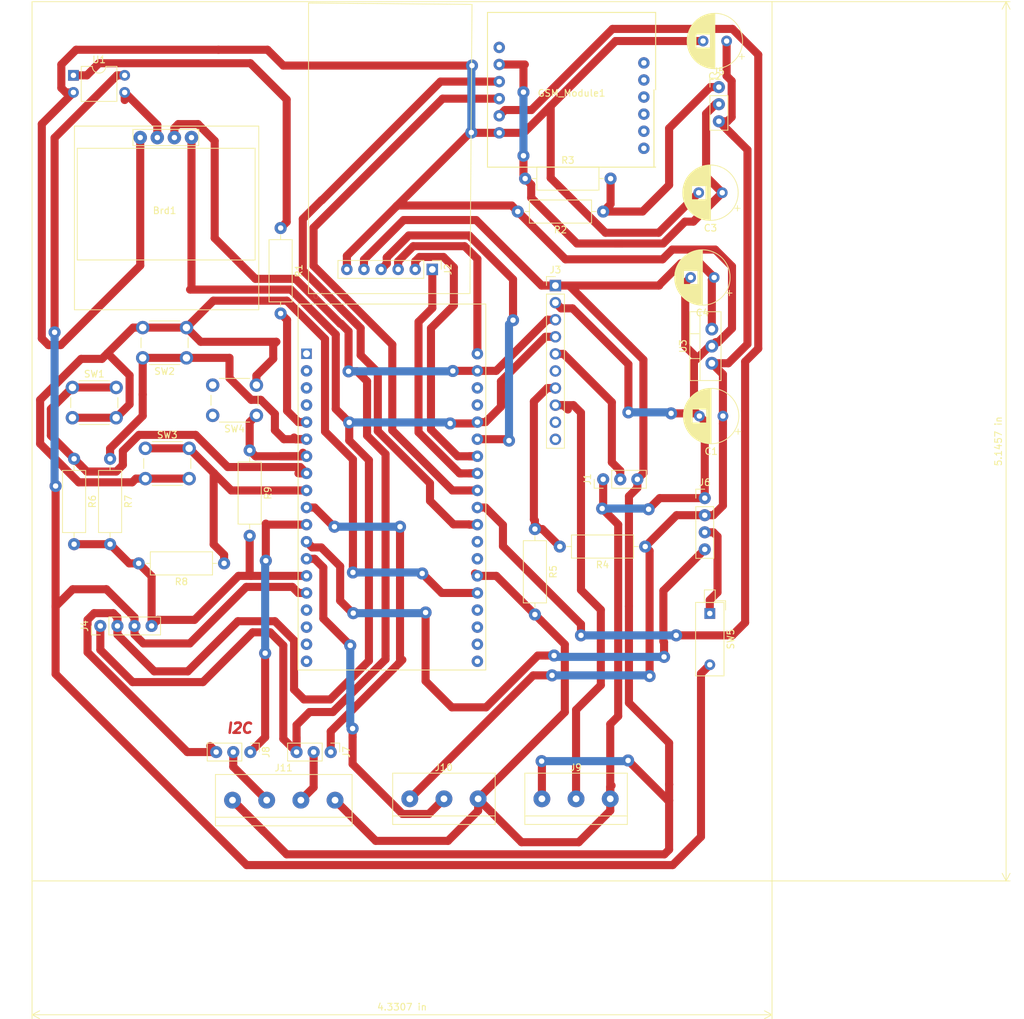
<source format=kicad_pcb>
(kicad_pcb (version 20171130) (host pcbnew "(5.1.4)-1")

  (general
    (thickness 1.6)
    (drawings 18)
    (tracks 575)
    (zones 0)
    (modules 34)
    (nets 60)
  )

  (page A4)
  (layers
    (0 F.Cu signal)
    (31 B.Cu signal)
    (32 B.Adhes user)
    (33 F.Adhes user)
    (34 B.Paste user)
    (35 F.Paste user)
    (36 B.SilkS user)
    (37 F.SilkS user)
    (38 B.Mask user)
    (39 F.Mask user)
    (40 Dwgs.User user)
    (41 Cmts.User user)
    (42 Eco1.User user)
    (43 Eco2.User user)
    (44 Edge.Cuts user)
    (45 Margin user)
    (46 B.CrtYd user)
    (47 F.CrtYd user)
    (48 B.Fab user)
    (49 F.Fab user)
  )

  (setup
    (last_trace_width 1.2)
    (user_trace_width 1)
    (trace_clearance 0.4)
    (zone_clearance 0.508)
    (zone_45_only no)
    (trace_min 0.2)
    (via_size 0.8)
    (via_drill 0.4)
    (via_min_size 0.4)
    (via_min_drill 0.3)
    (user_via 0.8 0.4)
    (uvia_size 0.3)
    (uvia_drill 0.1)
    (uvias_allowed no)
    (uvia_min_size 0.3)
    (uvia_min_drill 0.1)
    (edge_width 0.05)
    (segment_width 0.2)
    (pcb_text_width 0.3)
    (pcb_text_size 1.5 1.5)
    (mod_edge_width 0.12)
    (mod_text_size 1 1)
    (mod_text_width 0.15)
    (pad_size 2.5 2.5)
    (pad_drill 1)
    (pad_to_mask_clearance 0.051)
    (solder_mask_min_width 0.25)
    (aux_axis_origin 0 0)
    (visible_elements 7FFFFFFF)
    (pcbplotparams
      (layerselection 0x010fc_ffffffff)
      (usegerberextensions false)
      (usegerberattributes false)
      (usegerberadvancedattributes false)
      (creategerberjobfile false)
      (excludeedgelayer true)
      (linewidth 0.100000)
      (plotframeref false)
      (viasonmask false)
      (mode 1)
      (useauxorigin false)
      (hpglpennumber 1)
      (hpglpenspeed 20)
      (hpglpendiameter 15.000000)
      (psnegative false)
      (psa4output false)
      (plotreference true)
      (plotvalue true)
      (plotinvisibletext false)
      (padsonsilk false)
      (subtractmaskfromsilk false)
      (outputformat 1)
      (mirror false)
      (drillshape 0)
      (scaleselection 1)
      (outputdirectory "GERBER/"))
  )

  (net 0 "")
  (net 1 0)
  (net 2 /12S)
  (net 3 "Net-(C3-Pad1)")
  (net 4 /5S)
  (net 5 /RX2)
  (net 6 /TX2)
  (net 7 /D4)
  (net 8 "Net-(GSM_Module1-Pad1)")
  (net 9 "Net-(GSM_Module1-Pad12)")
  (net 10 "Net-(GSM_Module1-Pad11)")
  (net 11 "Net-(GSM_Module1-Pad10)")
  (net 12 "Net-(GSM_Module1-Pad9)")
  (net 13 "Net-(GSM_Module1-Pad8)")
  (net 14 "Net-(GSM_Module1-Pad7)")
  (net 15 "Net-(J1-Pad2)")
  (net 16 /CS)
  (net 17 /D18)
  (net 18 /D23)
  (net 19 /D19)
  (net 20 /D22)
  (net 21 /D21)
  (net 22 "Net-(J3-Pad6)")
  (net 23 /A0)
  (net 24 /A1)
  (net 25 /A2)
  (net 26 /A3)
  (net 27 /5V)
  (net 28 /D12)
  (net 29 "Net-(J11-Pad2)")
  (net 30 /D27)
  (net 31 /D14)
  (net 32 "Net-(J11-Pad3)")
  (net 33 /D13)
  (net 34 "Net-(R1-Pad1)")
  (net 35 /D35)
  (net 36 /D25)
  (net 37 /D32)
  (net 38 /D26)
  (net 39 /D33)
  (net 40 /3V3)
  (net 41 /EN)
  (net 42 /VP)
  (net 43 "Net-(U4-Pad19)")
  (net 44 /VN)
  (net 45 /D34)
  (net 46 "Net-(U4-Pad16)")
  (net 47 "Net-(U4-Pad17)")
  (net 48 "Net-(U4-Pad18)")
  (net 49 /TX0)
  (net 50 /RX0)
  (net 51 /D15)
  (net 52 "Net-(U4-Pad35)")
  (net 53 "Net-(U4-Pad36)")
  (net 54 "Net-(U4-Pad37)")
  (net 55 "Net-(U4-Pad38)")
  (net 56 "Net-(Brd1-Pad2)")
  (net 57 "Net-(J5-Pad1)")
  (net 58 "Net-(J6-Pad3)")
  (net 59 /D2)

  (net_class Default "This is the default net class."
    (clearance 0.4)
    (trace_width 1.2)
    (via_dia 0.8)
    (via_drill 0.4)
    (uvia_dia 0.3)
    (uvia_drill 0.1)
    (add_net /12S)
    (add_net /3V3)
    (add_net /5S)
    (add_net /5V)
    (add_net /A0)
    (add_net /A1)
    (add_net /A2)
    (add_net /A3)
    (add_net /CS)
    (add_net /D12)
    (add_net /D13)
    (add_net /D14)
    (add_net /D15)
    (add_net /D18)
    (add_net /D19)
    (add_net /D2)
    (add_net /D21)
    (add_net /D22)
    (add_net /D23)
    (add_net /D25)
    (add_net /D26)
    (add_net /D27)
    (add_net /D32)
    (add_net /D33)
    (add_net /D34)
    (add_net /D35)
    (add_net /D4)
    (add_net /EN)
    (add_net /RX0)
    (add_net /RX2)
    (add_net /TX0)
    (add_net /TX2)
    (add_net /VN)
    (add_net /VP)
    (add_net 0)
    (add_net "Net-(Brd1-Pad2)")
    (add_net "Net-(C3-Pad1)")
    (add_net "Net-(GSM_Module1-Pad1)")
    (add_net "Net-(GSM_Module1-Pad10)")
    (add_net "Net-(GSM_Module1-Pad11)")
    (add_net "Net-(GSM_Module1-Pad12)")
    (add_net "Net-(GSM_Module1-Pad7)")
    (add_net "Net-(GSM_Module1-Pad8)")
    (add_net "Net-(GSM_Module1-Pad9)")
    (add_net "Net-(J1-Pad2)")
    (add_net "Net-(J11-Pad2)")
    (add_net "Net-(J11-Pad3)")
    (add_net "Net-(J3-Pad6)")
    (add_net "Net-(J5-Pad1)")
    (add_net "Net-(J6-Pad3)")
    (add_net "Net-(R1-Pad1)")
    (add_net "Net-(U4-Pad16)")
    (add_net "Net-(U4-Pad17)")
    (add_net "Net-(U4-Pad18)")
    (add_net "Net-(U4-Pad19)")
    (add_net "Net-(U4-Pad35)")
    (add_net "Net-(U4-Pad36)")
    (add_net "Net-(U4-Pad37)")
    (add_net "Net-(U4-Pad38)")
  )

  (module TerminalBlock:TerminalBlock_bornier-4_P5.08mm (layer F.Cu) (tedit 6000BA04) (tstamp 60000849)
    (at 29.85 -11.25)
    (descr "simple 4-pin terminal block, pitch 5.08mm, revamped version of bornier4")
    (tags "terminal block bornier4")
    (path /5FFFEA2D)
    (fp_text reference J11 (at 7.6 -4.8) (layer F.SilkS)
      (effects (font (size 1 1) (thickness 0.15)))
    )
    (fp_text value Screw_Terminal_01x04_I2c (at 7.6 4.75) (layer F.Fab)
      (effects (font (size 1 1) (thickness 0.15)))
    )
    (fp_text user %R (at 7.62 0) (layer F.Fab)
      (effects (font (size 1 1) (thickness 0.15)))
    )
    (fp_line (start -2.48 2.55) (end 17.72 2.55) (layer F.Fab) (width 0.1))
    (fp_line (start -2.43 3.75) (end -2.48 3.75) (layer F.Fab) (width 0.1))
    (fp_line (start -2.48 3.75) (end -2.48 -3.75) (layer F.Fab) (width 0.1))
    (fp_line (start -2.48 -3.75) (end 17.72 -3.75) (layer F.Fab) (width 0.1))
    (fp_line (start 17.72 -3.75) (end 17.72 3.75) (layer F.Fab) (width 0.1))
    (fp_line (start 17.72 3.75) (end -2.43 3.75) (layer F.Fab) (width 0.1))
    (fp_line (start -2.54 -3.81) (end -2.54 3.81) (layer F.SilkS) (width 0.12))
    (fp_line (start 17.78 3.81) (end 17.78 -3.81) (layer F.SilkS) (width 0.12))
    (fp_line (start 17.78 2.54) (end -2.54 2.54) (layer F.SilkS) (width 0.12))
    (fp_line (start -2.54 -3.81) (end 17.78 -3.81) (layer F.SilkS) (width 0.12))
    (fp_line (start -2.54 3.81) (end 17.78 3.81) (layer F.SilkS) (width 0.12))
    (fp_line (start -2.73 -4) (end 17.97 -4) (layer F.CrtYd) (width 0.05))
    (fp_line (start -2.73 -4) (end -2.73 4) (layer F.CrtYd) (width 0.05))
    (fp_line (start 17.97 4) (end 17.97 -4) (layer F.CrtYd) (width 0.05))
    (fp_line (start 17.97 4) (end -2.73 4) (layer F.CrtYd) (width 0.05))
    (pad 2 thru_hole circle (at 5.08 0) (size 2.5 2.5) (drill 1) (layers *.Cu *.Mask)
      (net 29 "Net-(J11-Pad2)"))
    (pad 3 thru_hole circle (at 10.16 0) (size 2.5 2.5) (drill 1) (layers *.Cu *.Mask)
      (net 32 "Net-(J11-Pad3)"))
    (pad 1 thru_hole circle (at 0 0) (size 2.5 2.5) (drill 1) (layers *.Cu *.Mask)
      (net 4 /5S))
    (pad 4 thru_hole circle (at 15.24 0) (size 2.5 2.5) (drill 1) (layers *.Cu *.Mask)
      (net 1 0))
    (model ${KISYS3DMOD}/TerminalBlock.3dshapes/TerminalBlock_bornier-4_P5.08mm.wrl
      (offset (xyz 7.619999885559082 0 0))
      (scale (xyz 1 1 1))
      (rotate (xyz 0 0 0))
    )
  )

  (module esp32mcu:MODULE_ESP32-DEVKITC-32D (layer F.Cu) (tedit 5FFF7A86) (tstamp 60000A18)
    (at 53.55 -57.85)
    (path /5FFF0E0C)
    (fp_text reference U4 (at -10.829175 -28.446045) (layer F.SilkS)
      (effects (font (size 1.000386 1.000386) (thickness 0.015)))
    )
    (fp_text value ESP32-DEVKITC-32D (at 1.24136 28.294535) (layer F.Fab)
      (effects (font (size 1.001047 1.001047) (thickness 0.015)))
    )
    (fp_line (start -13.95 -27.15) (end 13.95 -27.15) (layer F.Fab) (width 0.127))
    (fp_line (start 13.95 -27.15) (end 13.95 27.25) (layer F.Fab) (width 0.127))
    (fp_line (start 13.95 27.25) (end -13.95 27.25) (layer F.Fab) (width 0.127))
    (fp_line (start -13.95 27.25) (end -13.95 -27.15) (layer F.Fab) (width 0.127))
    (fp_line (start -13.95 27.25) (end -13.95 -27.15) (layer F.SilkS) (width 0.127))
    (fp_line (start -13.95 -27.15) (end 13.95 -27.15) (layer F.SilkS) (width 0.127))
    (fp_line (start 13.95 -27.15) (end 13.95 27.25) (layer F.SilkS) (width 0.127))
    (fp_line (start 13.95 27.25) (end -13.95 27.25) (layer F.SilkS) (width 0.127))
    (fp_line (start -14.2 -27.4) (end 14.2 -27.4) (layer F.CrtYd) (width 0.05))
    (fp_line (start 14.2 -27.4) (end 14.2 27.5) (layer F.CrtYd) (width 0.05))
    (fp_line (start 14.2 27.5) (end -14.2 27.5) (layer F.CrtYd) (width 0.05))
    (fp_line (start -14.2 27.5) (end -14.2 -27.4) (layer F.CrtYd) (width 0.05))
    (fp_circle (center -14.6 -19.9) (end -14.46 -19.9) (layer F.Fab) (width 0.28))
    (fp_circle (center -14.6 -19.9) (end -14.46 -19.9) (layer F.Fab) (width 0.28))
    (pad 1 thru_hole rect (at -12.7 -19.76) (size 1.56 1.56) (drill 1.04) (layers *.Cu *.Mask)
      (net 41 /EN))
    (pad 2 thru_hole circle (at -12.7 -17.22) (size 1.7 1.7) (drill 0.8) (layers *.Cu *.Mask)
      (net 42 /VP))
    (pad 19 thru_hole circle (at -12.7 25.96) (size 1.7 1.7) (drill 0.8) (layers *.Cu *.Mask)
      (net 43 "Net-(U4-Pad19)"))
    (pad 3 thru_hole circle (at -12.7 -14.68) (size 1.7 1.7) (drill 0.8) (layers *.Cu *.Mask)
      (net 44 /VN))
    (pad 4 thru_hole circle (at -12.7 -12.14) (size 1.7 1.7) (drill 0.8) (layers *.Cu *.Mask)
      (net 45 /D34))
    (pad 5 thru_hole circle (at -12.7 -9.6) (size 1.7 1.7) (drill 0.8) (layers *.Cu *.Mask)
      (net 35 /D35))
    (pad 6 thru_hole circle (at -12.7 -7.06) (size 1.7 1.7) (drill 0.8) (layers *.Cu *.Mask)
      (net 37 /D32))
    (pad 7 thru_hole circle (at -12.7 -4.52) (size 1.7 1.7) (drill 0.8) (layers *.Cu *.Mask)
      (net 39 /D33))
    (pad 8 thru_hole circle (at -12.7 -1.98) (size 1.7 1.7) (drill 0.8) (layers *.Cu *.Mask)
      (net 36 /D25))
    (pad 9 thru_hole circle (at -12.7 0.56) (size 1.7 1.7) (drill 0.8) (layers *.Cu *.Mask)
      (net 38 /D26))
    (pad 10 thru_hole circle (at -12.7 3.1) (size 1.7 1.7) (drill 0.8) (layers *.Cu *.Mask)
      (net 30 /D27))
    (pad 11 thru_hole circle (at -12.7 5.64) (size 1.7 1.7) (drill 0.8) (layers *.Cu *.Mask)
      (net 31 /D14))
    (pad 12 thru_hole circle (at -12.7 8.18) (size 1.7 1.7) (drill 0.8) (layers *.Cu *.Mask)
      (net 28 /D12))
    (pad 13 thru_hole circle (at -12.7 10.72) (size 1.7 1.7) (drill 0.8) (layers *.Cu *.Mask)
      (net 33 /D13))
    (pad 14 thru_hole circle (at -12.7 13.26) (size 1.7 1.7) (drill 0.8) (layers *.Cu *.Mask)
      (net 1 0))
    (pad 15 thru_hole circle (at -12.7 15.8) (size 1.7 1.7) (drill 0.8) (layers *.Cu *.Mask)
      (net 27 /5V))
    (pad 16 thru_hole circle (at -12.7 18.34) (size 1.7 1.7) (drill 0.8) (layers *.Cu *.Mask)
      (net 46 "Net-(U4-Pad16)"))
    (pad 17 thru_hole circle (at -12.7 20.88) (size 1.7 1.7) (drill 0.8) (layers *.Cu *.Mask)
      (net 47 "Net-(U4-Pad17)"))
    (pad 18 thru_hole circle (at -12.7 23.42) (size 1.7 1.7) (drill 0.8) (layers *.Cu *.Mask)
      (net 48 "Net-(U4-Pad18)"))
    (pad 20 thru_hole circle (at 12.7 -19.76) (size 1.7 1.7) (drill 0.8) (layers *.Cu *.Mask)
      (net 18 /D23))
    (pad 21 thru_hole circle (at 12.7 -17.22) (size 1.7 1.7) (drill 0.8) (layers *.Cu *.Mask)
      (net 20 /D22))
    (pad 22 thru_hole circle (at 12.7 -14.68) (size 1.7 1.7) (drill 0.8) (layers *.Cu *.Mask)
      (net 49 /TX0))
    (pad 23 thru_hole circle (at 12.7 -12.14) (size 1.7 1.7) (drill 0.8) (layers *.Cu *.Mask)
      (net 50 /RX0))
    (pad 24 thru_hole circle (at 12.7 -9.6) (size 1.7 1.7) (drill 0.8) (layers *.Cu *.Mask)
      (net 21 /D21))
    (pad 25 thru_hole circle (at 12.7 -7.06) (size 1.7 1.7) (drill 0.8) (layers *.Cu *.Mask)
      (net 19 /D19))
    (pad 26 thru_hole circle (at 12.7 -4.52) (size 1.7 1.7) (drill 0.8) (layers *.Cu *.Mask)
      (net 17 /D18))
    (pad 27 thru_hole circle (at 12.7 -1.98) (size 1.7 1.7) (drill 0.8) (layers *.Cu *.Mask)
      (net 16 /CS))
    (pad 28 thru_hole circle (at 12.7 0.56) (size 1.7 1.7) (drill 0.8) (layers *.Cu *.Mask)
      (net 6 /TX2))
    (pad 29 thru_hole circle (at 12.7 3.1) (size 1.7 1.7) (drill 0.8) (layers *.Cu *.Mask)
      (net 5 /RX2))
    (pad 30 thru_hole circle (at 12.7 5.64) (size 1.7 1.7) (drill 0.8) (layers *.Cu *.Mask)
      (net 7 /D4))
    (pad 31 thru_hole circle (at 12.7 8.18) (size 1.7 1.7) (drill 0.8) (layers *.Cu *.Mask)
      (net 59 /D2))
    (pad 32 thru_hole circle (at 12.7 10.72) (size 1.7 1.7) (drill 0.8) (layers *.Cu *.Mask)
      (net 51 /D15))
    (pad 33 thru_hole circle (at 12.7 13.26) (size 1.7 1.7) (drill 0.8) (layers *.Cu *.Mask)
      (net 1 0))
    (pad 34 thru_hole circle (at 12.7 15.8) (size 1.7 1.7) (drill 0.8) (layers *.Cu *.Mask)
      (net 40 /3V3))
    (pad 35 thru_hole circle (at 12.7 18.34) (size 1.7 1.7) (drill 0.8) (layers *.Cu *.Mask)
      (net 52 "Net-(U4-Pad35)"))
    (pad 36 thru_hole circle (at 12.7 20.88) (size 1.7 1.7) (drill 0.8) (layers *.Cu *.Mask)
      (net 53 "Net-(U4-Pad36)"))
    (pad 37 thru_hole circle (at 12.7 23.42) (size 1.7 1.7) (drill 0.8) (layers *.Cu *.Mask)
      (net 54 "Net-(U4-Pad37)"))
    (pad 38 thru_hole circle (at 12.7 25.96) (size 1.7 1.7) (drill 0.8) (layers *.Cu *.Mask)
      (net 55 "Net-(U4-Pad38)"))
  )

  (module Capacitor_THT:CP_Radial_D8.0mm_P3.50mm (layer F.Cu) (tedit 5AE50EF0) (tstamp 60000530)
    (at 102.75 -68.35 180)
    (descr "CP, Radial series, Radial, pin pitch=3.50mm, , diameter=8mm, Electrolytic Capacitor")
    (tags "CP Radial series Radial pin pitch 3.50mm  diameter 8mm Electrolytic Capacitor")
    (path /60008B62)
    (fp_text reference C1 (at 1.75 -5.25) (layer F.SilkS)
      (effects (font (size 1 1) (thickness 0.15)))
    )
    (fp_text value CAP1UF (at 1.75 5.25) (layer F.Fab)
      (effects (font (size 1 1) (thickness 0.15)))
    )
    (fp_text user %R (at 1.75 0 90) (layer F.Fab)
      (effects (font (size 1 1) (thickness 0.15)))
    )
    (fp_line (start -2.259698 -2.715) (end -2.259698 -1.915) (layer F.SilkS) (width 0.12))
    (fp_line (start -2.659698 -2.315) (end -1.859698 -2.315) (layer F.SilkS) (width 0.12))
    (fp_line (start 5.831 -0.533) (end 5.831 0.533) (layer F.SilkS) (width 0.12))
    (fp_line (start 5.791 -0.768) (end 5.791 0.768) (layer F.SilkS) (width 0.12))
    (fp_line (start 5.751 -0.948) (end 5.751 0.948) (layer F.SilkS) (width 0.12))
    (fp_line (start 5.711 -1.098) (end 5.711 1.098) (layer F.SilkS) (width 0.12))
    (fp_line (start 5.671 -1.229) (end 5.671 1.229) (layer F.SilkS) (width 0.12))
    (fp_line (start 5.631 -1.346) (end 5.631 1.346) (layer F.SilkS) (width 0.12))
    (fp_line (start 5.591 -1.453) (end 5.591 1.453) (layer F.SilkS) (width 0.12))
    (fp_line (start 5.551 -1.552) (end 5.551 1.552) (layer F.SilkS) (width 0.12))
    (fp_line (start 5.511 -1.645) (end 5.511 1.645) (layer F.SilkS) (width 0.12))
    (fp_line (start 5.471 -1.731) (end 5.471 1.731) (layer F.SilkS) (width 0.12))
    (fp_line (start 5.431 -1.813) (end 5.431 1.813) (layer F.SilkS) (width 0.12))
    (fp_line (start 5.391 -1.89) (end 5.391 1.89) (layer F.SilkS) (width 0.12))
    (fp_line (start 5.351 -1.964) (end 5.351 1.964) (layer F.SilkS) (width 0.12))
    (fp_line (start 5.311 -2.034) (end 5.311 2.034) (layer F.SilkS) (width 0.12))
    (fp_line (start 5.271 -2.102) (end 5.271 2.102) (layer F.SilkS) (width 0.12))
    (fp_line (start 5.231 -2.166) (end 5.231 2.166) (layer F.SilkS) (width 0.12))
    (fp_line (start 5.191 -2.228) (end 5.191 2.228) (layer F.SilkS) (width 0.12))
    (fp_line (start 5.151 -2.287) (end 5.151 2.287) (layer F.SilkS) (width 0.12))
    (fp_line (start 5.111 -2.345) (end 5.111 2.345) (layer F.SilkS) (width 0.12))
    (fp_line (start 5.071 -2.4) (end 5.071 2.4) (layer F.SilkS) (width 0.12))
    (fp_line (start 5.031 -2.454) (end 5.031 2.454) (layer F.SilkS) (width 0.12))
    (fp_line (start 4.991 -2.505) (end 4.991 2.505) (layer F.SilkS) (width 0.12))
    (fp_line (start 4.951 -2.556) (end 4.951 2.556) (layer F.SilkS) (width 0.12))
    (fp_line (start 4.911 -2.604) (end 4.911 2.604) (layer F.SilkS) (width 0.12))
    (fp_line (start 4.871 -2.651) (end 4.871 2.651) (layer F.SilkS) (width 0.12))
    (fp_line (start 4.831 -2.697) (end 4.831 2.697) (layer F.SilkS) (width 0.12))
    (fp_line (start 4.791 -2.741) (end 4.791 2.741) (layer F.SilkS) (width 0.12))
    (fp_line (start 4.751 -2.784) (end 4.751 2.784) (layer F.SilkS) (width 0.12))
    (fp_line (start 4.711 -2.826) (end 4.711 2.826) (layer F.SilkS) (width 0.12))
    (fp_line (start 4.671 -2.867) (end 4.671 2.867) (layer F.SilkS) (width 0.12))
    (fp_line (start 4.631 -2.907) (end 4.631 2.907) (layer F.SilkS) (width 0.12))
    (fp_line (start 4.591 -2.945) (end 4.591 2.945) (layer F.SilkS) (width 0.12))
    (fp_line (start 4.551 -2.983) (end 4.551 2.983) (layer F.SilkS) (width 0.12))
    (fp_line (start 4.511 1.04) (end 4.511 3.019) (layer F.SilkS) (width 0.12))
    (fp_line (start 4.511 -3.019) (end 4.511 -1.04) (layer F.SilkS) (width 0.12))
    (fp_line (start 4.471 1.04) (end 4.471 3.055) (layer F.SilkS) (width 0.12))
    (fp_line (start 4.471 -3.055) (end 4.471 -1.04) (layer F.SilkS) (width 0.12))
    (fp_line (start 4.431 1.04) (end 4.431 3.09) (layer F.SilkS) (width 0.12))
    (fp_line (start 4.431 -3.09) (end 4.431 -1.04) (layer F.SilkS) (width 0.12))
    (fp_line (start 4.391 1.04) (end 4.391 3.124) (layer F.SilkS) (width 0.12))
    (fp_line (start 4.391 -3.124) (end 4.391 -1.04) (layer F.SilkS) (width 0.12))
    (fp_line (start 4.351 1.04) (end 4.351 3.156) (layer F.SilkS) (width 0.12))
    (fp_line (start 4.351 -3.156) (end 4.351 -1.04) (layer F.SilkS) (width 0.12))
    (fp_line (start 4.311 1.04) (end 4.311 3.189) (layer F.SilkS) (width 0.12))
    (fp_line (start 4.311 -3.189) (end 4.311 -1.04) (layer F.SilkS) (width 0.12))
    (fp_line (start 4.271 1.04) (end 4.271 3.22) (layer F.SilkS) (width 0.12))
    (fp_line (start 4.271 -3.22) (end 4.271 -1.04) (layer F.SilkS) (width 0.12))
    (fp_line (start 4.231 1.04) (end 4.231 3.25) (layer F.SilkS) (width 0.12))
    (fp_line (start 4.231 -3.25) (end 4.231 -1.04) (layer F.SilkS) (width 0.12))
    (fp_line (start 4.191 1.04) (end 4.191 3.28) (layer F.SilkS) (width 0.12))
    (fp_line (start 4.191 -3.28) (end 4.191 -1.04) (layer F.SilkS) (width 0.12))
    (fp_line (start 4.151 1.04) (end 4.151 3.309) (layer F.SilkS) (width 0.12))
    (fp_line (start 4.151 -3.309) (end 4.151 -1.04) (layer F.SilkS) (width 0.12))
    (fp_line (start 4.111 1.04) (end 4.111 3.338) (layer F.SilkS) (width 0.12))
    (fp_line (start 4.111 -3.338) (end 4.111 -1.04) (layer F.SilkS) (width 0.12))
    (fp_line (start 4.071 1.04) (end 4.071 3.365) (layer F.SilkS) (width 0.12))
    (fp_line (start 4.071 -3.365) (end 4.071 -1.04) (layer F.SilkS) (width 0.12))
    (fp_line (start 4.031 1.04) (end 4.031 3.392) (layer F.SilkS) (width 0.12))
    (fp_line (start 4.031 -3.392) (end 4.031 -1.04) (layer F.SilkS) (width 0.12))
    (fp_line (start 3.991 1.04) (end 3.991 3.418) (layer F.SilkS) (width 0.12))
    (fp_line (start 3.991 -3.418) (end 3.991 -1.04) (layer F.SilkS) (width 0.12))
    (fp_line (start 3.951 1.04) (end 3.951 3.444) (layer F.SilkS) (width 0.12))
    (fp_line (start 3.951 -3.444) (end 3.951 -1.04) (layer F.SilkS) (width 0.12))
    (fp_line (start 3.911 1.04) (end 3.911 3.469) (layer F.SilkS) (width 0.12))
    (fp_line (start 3.911 -3.469) (end 3.911 -1.04) (layer F.SilkS) (width 0.12))
    (fp_line (start 3.871 1.04) (end 3.871 3.493) (layer F.SilkS) (width 0.12))
    (fp_line (start 3.871 -3.493) (end 3.871 -1.04) (layer F.SilkS) (width 0.12))
    (fp_line (start 3.831 1.04) (end 3.831 3.517) (layer F.SilkS) (width 0.12))
    (fp_line (start 3.831 -3.517) (end 3.831 -1.04) (layer F.SilkS) (width 0.12))
    (fp_line (start 3.791 1.04) (end 3.791 3.54) (layer F.SilkS) (width 0.12))
    (fp_line (start 3.791 -3.54) (end 3.791 -1.04) (layer F.SilkS) (width 0.12))
    (fp_line (start 3.751 1.04) (end 3.751 3.562) (layer F.SilkS) (width 0.12))
    (fp_line (start 3.751 -3.562) (end 3.751 -1.04) (layer F.SilkS) (width 0.12))
    (fp_line (start 3.711 1.04) (end 3.711 3.584) (layer F.SilkS) (width 0.12))
    (fp_line (start 3.711 -3.584) (end 3.711 -1.04) (layer F.SilkS) (width 0.12))
    (fp_line (start 3.671 1.04) (end 3.671 3.606) (layer F.SilkS) (width 0.12))
    (fp_line (start 3.671 -3.606) (end 3.671 -1.04) (layer F.SilkS) (width 0.12))
    (fp_line (start 3.631 1.04) (end 3.631 3.627) (layer F.SilkS) (width 0.12))
    (fp_line (start 3.631 -3.627) (end 3.631 -1.04) (layer F.SilkS) (width 0.12))
    (fp_line (start 3.591 1.04) (end 3.591 3.647) (layer F.SilkS) (width 0.12))
    (fp_line (start 3.591 -3.647) (end 3.591 -1.04) (layer F.SilkS) (width 0.12))
    (fp_line (start 3.551 1.04) (end 3.551 3.666) (layer F.SilkS) (width 0.12))
    (fp_line (start 3.551 -3.666) (end 3.551 -1.04) (layer F.SilkS) (width 0.12))
    (fp_line (start 3.511 1.04) (end 3.511 3.686) (layer F.SilkS) (width 0.12))
    (fp_line (start 3.511 -3.686) (end 3.511 -1.04) (layer F.SilkS) (width 0.12))
    (fp_line (start 3.471 1.04) (end 3.471 3.704) (layer F.SilkS) (width 0.12))
    (fp_line (start 3.471 -3.704) (end 3.471 -1.04) (layer F.SilkS) (width 0.12))
    (fp_line (start 3.431 1.04) (end 3.431 3.722) (layer F.SilkS) (width 0.12))
    (fp_line (start 3.431 -3.722) (end 3.431 -1.04) (layer F.SilkS) (width 0.12))
    (fp_line (start 3.391 1.04) (end 3.391 3.74) (layer F.SilkS) (width 0.12))
    (fp_line (start 3.391 -3.74) (end 3.391 -1.04) (layer F.SilkS) (width 0.12))
    (fp_line (start 3.351 1.04) (end 3.351 3.757) (layer F.SilkS) (width 0.12))
    (fp_line (start 3.351 -3.757) (end 3.351 -1.04) (layer F.SilkS) (width 0.12))
    (fp_line (start 3.311 1.04) (end 3.311 3.774) (layer F.SilkS) (width 0.12))
    (fp_line (start 3.311 -3.774) (end 3.311 -1.04) (layer F.SilkS) (width 0.12))
    (fp_line (start 3.271 1.04) (end 3.271 3.79) (layer F.SilkS) (width 0.12))
    (fp_line (start 3.271 -3.79) (end 3.271 -1.04) (layer F.SilkS) (width 0.12))
    (fp_line (start 3.231 1.04) (end 3.231 3.805) (layer F.SilkS) (width 0.12))
    (fp_line (start 3.231 -3.805) (end 3.231 -1.04) (layer F.SilkS) (width 0.12))
    (fp_line (start 3.191 1.04) (end 3.191 3.821) (layer F.SilkS) (width 0.12))
    (fp_line (start 3.191 -3.821) (end 3.191 -1.04) (layer F.SilkS) (width 0.12))
    (fp_line (start 3.151 1.04) (end 3.151 3.835) (layer F.SilkS) (width 0.12))
    (fp_line (start 3.151 -3.835) (end 3.151 -1.04) (layer F.SilkS) (width 0.12))
    (fp_line (start 3.111 1.04) (end 3.111 3.85) (layer F.SilkS) (width 0.12))
    (fp_line (start 3.111 -3.85) (end 3.111 -1.04) (layer F.SilkS) (width 0.12))
    (fp_line (start 3.071 1.04) (end 3.071 3.863) (layer F.SilkS) (width 0.12))
    (fp_line (start 3.071 -3.863) (end 3.071 -1.04) (layer F.SilkS) (width 0.12))
    (fp_line (start 3.031 1.04) (end 3.031 3.877) (layer F.SilkS) (width 0.12))
    (fp_line (start 3.031 -3.877) (end 3.031 -1.04) (layer F.SilkS) (width 0.12))
    (fp_line (start 2.991 1.04) (end 2.991 3.889) (layer F.SilkS) (width 0.12))
    (fp_line (start 2.991 -3.889) (end 2.991 -1.04) (layer F.SilkS) (width 0.12))
    (fp_line (start 2.951 1.04) (end 2.951 3.902) (layer F.SilkS) (width 0.12))
    (fp_line (start 2.951 -3.902) (end 2.951 -1.04) (layer F.SilkS) (width 0.12))
    (fp_line (start 2.911 1.04) (end 2.911 3.914) (layer F.SilkS) (width 0.12))
    (fp_line (start 2.911 -3.914) (end 2.911 -1.04) (layer F.SilkS) (width 0.12))
    (fp_line (start 2.871 1.04) (end 2.871 3.925) (layer F.SilkS) (width 0.12))
    (fp_line (start 2.871 -3.925) (end 2.871 -1.04) (layer F.SilkS) (width 0.12))
    (fp_line (start 2.831 1.04) (end 2.831 3.936) (layer F.SilkS) (width 0.12))
    (fp_line (start 2.831 -3.936) (end 2.831 -1.04) (layer F.SilkS) (width 0.12))
    (fp_line (start 2.791 1.04) (end 2.791 3.947) (layer F.SilkS) (width 0.12))
    (fp_line (start 2.791 -3.947) (end 2.791 -1.04) (layer F.SilkS) (width 0.12))
    (fp_line (start 2.751 1.04) (end 2.751 3.957) (layer F.SilkS) (width 0.12))
    (fp_line (start 2.751 -3.957) (end 2.751 -1.04) (layer F.SilkS) (width 0.12))
    (fp_line (start 2.711 1.04) (end 2.711 3.967) (layer F.SilkS) (width 0.12))
    (fp_line (start 2.711 -3.967) (end 2.711 -1.04) (layer F.SilkS) (width 0.12))
    (fp_line (start 2.671 1.04) (end 2.671 3.976) (layer F.SilkS) (width 0.12))
    (fp_line (start 2.671 -3.976) (end 2.671 -1.04) (layer F.SilkS) (width 0.12))
    (fp_line (start 2.631 1.04) (end 2.631 3.985) (layer F.SilkS) (width 0.12))
    (fp_line (start 2.631 -3.985) (end 2.631 -1.04) (layer F.SilkS) (width 0.12))
    (fp_line (start 2.591 1.04) (end 2.591 3.994) (layer F.SilkS) (width 0.12))
    (fp_line (start 2.591 -3.994) (end 2.591 -1.04) (layer F.SilkS) (width 0.12))
    (fp_line (start 2.551 1.04) (end 2.551 4.002) (layer F.SilkS) (width 0.12))
    (fp_line (start 2.551 -4.002) (end 2.551 -1.04) (layer F.SilkS) (width 0.12))
    (fp_line (start 2.511 1.04) (end 2.511 4.01) (layer F.SilkS) (width 0.12))
    (fp_line (start 2.511 -4.01) (end 2.511 -1.04) (layer F.SilkS) (width 0.12))
    (fp_line (start 2.471 1.04) (end 2.471 4.017) (layer F.SilkS) (width 0.12))
    (fp_line (start 2.471 -4.017) (end 2.471 -1.04) (layer F.SilkS) (width 0.12))
    (fp_line (start 2.43 -4.024) (end 2.43 4.024) (layer F.SilkS) (width 0.12))
    (fp_line (start 2.39 -4.03) (end 2.39 4.03) (layer F.SilkS) (width 0.12))
    (fp_line (start 2.35 -4.037) (end 2.35 4.037) (layer F.SilkS) (width 0.12))
    (fp_line (start 2.31 -4.042) (end 2.31 4.042) (layer F.SilkS) (width 0.12))
    (fp_line (start 2.27 -4.048) (end 2.27 4.048) (layer F.SilkS) (width 0.12))
    (fp_line (start 2.23 -4.052) (end 2.23 4.052) (layer F.SilkS) (width 0.12))
    (fp_line (start 2.19 -4.057) (end 2.19 4.057) (layer F.SilkS) (width 0.12))
    (fp_line (start 2.15 -4.061) (end 2.15 4.061) (layer F.SilkS) (width 0.12))
    (fp_line (start 2.11 -4.065) (end 2.11 4.065) (layer F.SilkS) (width 0.12))
    (fp_line (start 2.07 -4.068) (end 2.07 4.068) (layer F.SilkS) (width 0.12))
    (fp_line (start 2.03 -4.071) (end 2.03 4.071) (layer F.SilkS) (width 0.12))
    (fp_line (start 1.99 -4.074) (end 1.99 4.074) (layer F.SilkS) (width 0.12))
    (fp_line (start 1.95 -4.076) (end 1.95 4.076) (layer F.SilkS) (width 0.12))
    (fp_line (start 1.91 -4.077) (end 1.91 4.077) (layer F.SilkS) (width 0.12))
    (fp_line (start 1.87 -4.079) (end 1.87 4.079) (layer F.SilkS) (width 0.12))
    (fp_line (start 1.83 -4.08) (end 1.83 4.08) (layer F.SilkS) (width 0.12))
    (fp_line (start 1.79 -4.08) (end 1.79 4.08) (layer F.SilkS) (width 0.12))
    (fp_line (start 1.75 -4.08) (end 1.75 4.08) (layer F.SilkS) (width 0.12))
    (fp_line (start -1.276759 -2.1475) (end -1.276759 -1.3475) (layer F.Fab) (width 0.1))
    (fp_line (start -1.676759 -1.7475) (end -0.876759 -1.7475) (layer F.Fab) (width 0.1))
    (fp_circle (center 1.75 0) (end 6 0) (layer F.CrtYd) (width 0.05))
    (fp_circle (center 1.75 0) (end 5.87 0) (layer F.SilkS) (width 0.12))
    (fp_circle (center 1.75 0) (end 5.75 0) (layer F.Fab) (width 0.1))
    (pad 2 thru_hole circle (at 3.5 0 180) (size 1.6 1.6) (drill 0.8) (layers *.Cu *.Mask)
      (net 1 0))
    (pad 1 thru_hole circle (at 0 0 180) (size 1.6 1.6) (drill 0.8) (layers *.Cu *.Mask)
      (net 2 /12S))
    (model ${KISYS3DMOD}/Capacitor_THT.3dshapes/CP_Radial_D8.0mm_P3.50mm.wrl
      (at (xyz 0 0 0))
      (scale (xyz 1 1 1))
      (rotate (xyz 0 0 0))
    )
  )

  (module Capacitor_THT:CP_Radial_D8.0mm_P3.50mm (layer F.Cu) (tedit 600075F5) (tstamp 600005D9)
    (at 103.3 -124.1 180)
    (descr "CP, Radial series, Radial, pin pitch=3.50mm, , diameter=8mm, Electrolytic Capacitor")
    (tags "CP Radial series Radial pin pitch 3.50mm  diameter 8mm Electrolytic Capacitor")
    (path /60011070)
    (fp_text reference C2 (at 1.75 -5.25) (layer F.SilkS)
      (effects (font (size 1 1) (thickness 0.15)))
    )
    (fp_text value CAP1UF (at 1.75 5.25) (layer F.Fab)
      (effects (font (size 1 1) (thickness 0.15)))
    )
    (fp_circle (center 1.75 0) (end 5.75 0) (layer F.Fab) (width 0.1))
    (fp_circle (center 1.75 0) (end 5.87 0) (layer F.SilkS) (width 0.12))
    (fp_circle (center 1.75 0) (end 6 0) (layer F.CrtYd) (width 0.05))
    (fp_line (start -1.676759 -1.7475) (end -0.876759 -1.7475) (layer F.Fab) (width 0.1))
    (fp_line (start -1.276759 -2.1475) (end -1.276759 -1.3475) (layer F.Fab) (width 0.1))
    (fp_line (start 1.75 -4.08) (end 1.75 4.08) (layer F.SilkS) (width 0.12))
    (fp_line (start 1.79 -4.08) (end 1.79 4.08) (layer F.SilkS) (width 0.12))
    (fp_line (start 1.83 -4.08) (end 1.83 4.08) (layer F.SilkS) (width 0.12))
    (fp_line (start 1.87 -4.079) (end 1.87 4.079) (layer F.SilkS) (width 0.12))
    (fp_line (start 1.91 -4.077) (end 1.91 4.077) (layer F.SilkS) (width 0.12))
    (fp_line (start 1.95 -4.076) (end 1.95 4.076) (layer F.SilkS) (width 0.12))
    (fp_line (start 1.99 -4.074) (end 1.99 4.074) (layer F.SilkS) (width 0.12))
    (fp_line (start 2.03 -4.071) (end 2.03 4.071) (layer F.SilkS) (width 0.12))
    (fp_line (start 2.07 -4.068) (end 2.07 4.068) (layer F.SilkS) (width 0.12))
    (fp_line (start 2.11 -4.065) (end 2.11 4.065) (layer F.SilkS) (width 0.12))
    (fp_line (start 2.15 -4.061) (end 2.15 4.061) (layer F.SilkS) (width 0.12))
    (fp_line (start 2.19 -4.057) (end 2.19 4.057) (layer F.SilkS) (width 0.12))
    (fp_line (start 2.23 -4.052) (end 2.23 4.052) (layer F.SilkS) (width 0.12))
    (fp_line (start 2.27 -4.048) (end 2.27 4.048) (layer F.SilkS) (width 0.12))
    (fp_line (start 2.31 -4.042) (end 2.31 4.042) (layer F.SilkS) (width 0.12))
    (fp_line (start 2.35 -4.037) (end 2.35 4.037) (layer F.SilkS) (width 0.12))
    (fp_line (start 2.39 -4.03) (end 2.39 4.03) (layer F.SilkS) (width 0.12))
    (fp_line (start 2.43 -4.024) (end 2.43 4.024) (layer F.SilkS) (width 0.12))
    (fp_line (start 2.471 -4.017) (end 2.471 -1.04) (layer F.SilkS) (width 0.12))
    (fp_line (start 2.471 1.04) (end 2.471 4.017) (layer F.SilkS) (width 0.12))
    (fp_line (start 2.511 -4.01) (end 2.511 -1.04) (layer F.SilkS) (width 0.12))
    (fp_line (start 2.511 1.04) (end 2.511 4.01) (layer F.SilkS) (width 0.12))
    (fp_line (start 2.551 -4.002) (end 2.551 -1.04) (layer F.SilkS) (width 0.12))
    (fp_line (start 2.551 1.04) (end 2.551 4.002) (layer F.SilkS) (width 0.12))
    (fp_line (start 2.591 -3.994) (end 2.591 -1.04) (layer F.SilkS) (width 0.12))
    (fp_line (start 2.591 1.04) (end 2.591 3.994) (layer F.SilkS) (width 0.12))
    (fp_line (start 2.631 -3.985) (end 2.631 -1.04) (layer F.SilkS) (width 0.12))
    (fp_line (start 2.631 1.04) (end 2.631 3.985) (layer F.SilkS) (width 0.12))
    (fp_line (start 2.671 -3.976) (end 2.671 -1.04) (layer F.SilkS) (width 0.12))
    (fp_line (start 2.671 1.04) (end 2.671 3.976) (layer F.SilkS) (width 0.12))
    (fp_line (start 2.711 -3.967) (end 2.711 -1.04) (layer F.SilkS) (width 0.12))
    (fp_line (start 2.711 1.04) (end 2.711 3.967) (layer F.SilkS) (width 0.12))
    (fp_line (start 2.751 -3.957) (end 2.751 -1.04) (layer F.SilkS) (width 0.12))
    (fp_line (start 2.751 1.04) (end 2.751 3.957) (layer F.SilkS) (width 0.12))
    (fp_line (start 2.791 -3.947) (end 2.791 -1.04) (layer F.SilkS) (width 0.12))
    (fp_line (start 2.791 1.04) (end 2.791 3.947) (layer F.SilkS) (width 0.12))
    (fp_line (start 2.831 -3.936) (end 2.831 -1.04) (layer F.SilkS) (width 0.12))
    (fp_line (start 2.831 1.04) (end 2.831 3.936) (layer F.SilkS) (width 0.12))
    (fp_line (start 2.871 -3.925) (end 2.871 -1.04) (layer F.SilkS) (width 0.12))
    (fp_line (start 2.871 1.04) (end 2.871 3.925) (layer F.SilkS) (width 0.12))
    (fp_line (start 2.911 -3.914) (end 2.911 -1.04) (layer F.SilkS) (width 0.12))
    (fp_line (start 2.911 1.04) (end 2.911 3.914) (layer F.SilkS) (width 0.12))
    (fp_line (start 2.951 -3.902) (end 2.951 -1.04) (layer F.SilkS) (width 0.12))
    (fp_line (start 2.951 1.04) (end 2.951 3.902) (layer F.SilkS) (width 0.12))
    (fp_line (start 2.991 -3.889) (end 2.991 -1.04) (layer F.SilkS) (width 0.12))
    (fp_line (start 2.991 1.04) (end 2.991 3.889) (layer F.SilkS) (width 0.12))
    (fp_line (start 3.031 -3.877) (end 3.031 -1.04) (layer F.SilkS) (width 0.12))
    (fp_line (start 3.031 1.04) (end 3.031 3.877) (layer F.SilkS) (width 0.12))
    (fp_line (start 3.071 -3.863) (end 3.071 -1.04) (layer F.SilkS) (width 0.12))
    (fp_line (start 3.071 1.04) (end 3.071 3.863) (layer F.SilkS) (width 0.12))
    (fp_line (start 3.111 -3.85) (end 3.111 -1.04) (layer F.SilkS) (width 0.12))
    (fp_line (start 3.111 1.04) (end 3.111 3.85) (layer F.SilkS) (width 0.12))
    (fp_line (start 3.151 -3.835) (end 3.151 -1.04) (layer F.SilkS) (width 0.12))
    (fp_line (start 3.151 1.04) (end 3.151 3.835) (layer F.SilkS) (width 0.12))
    (fp_line (start 3.191 -3.821) (end 3.191 -1.04) (layer F.SilkS) (width 0.12))
    (fp_line (start 3.191 1.04) (end 3.191 3.821) (layer F.SilkS) (width 0.12))
    (fp_line (start 3.231 -3.805) (end 3.231 -1.04) (layer F.SilkS) (width 0.12))
    (fp_line (start 3.231 1.04) (end 3.231 3.805) (layer F.SilkS) (width 0.12))
    (fp_line (start 3.271 -3.79) (end 3.271 -1.04) (layer F.SilkS) (width 0.12))
    (fp_line (start 3.271 1.04) (end 3.271 3.79) (layer F.SilkS) (width 0.12))
    (fp_line (start 3.311 -3.774) (end 3.311 -1.04) (layer F.SilkS) (width 0.12))
    (fp_line (start 3.311 1.04) (end 3.311 3.774) (layer F.SilkS) (width 0.12))
    (fp_line (start 3.351 -3.757) (end 3.351 -1.04) (layer F.SilkS) (width 0.12))
    (fp_line (start 3.351 1.04) (end 3.351 3.757) (layer F.SilkS) (width 0.12))
    (fp_line (start 3.391 -3.74) (end 3.391 -1.04) (layer F.SilkS) (width 0.12))
    (fp_line (start 3.391 1.04) (end 3.391 3.74) (layer F.SilkS) (width 0.12))
    (fp_line (start 3.431 -3.722) (end 3.431 -1.04) (layer F.SilkS) (width 0.12))
    (fp_line (start 3.431 1.04) (end 3.431 3.722) (layer F.SilkS) (width 0.12))
    (fp_line (start 3.471 -3.704) (end 3.471 -1.04) (layer F.SilkS) (width 0.12))
    (fp_line (start 3.471 1.04) (end 3.471 3.704) (layer F.SilkS) (width 0.12))
    (fp_line (start 3.511 -3.686) (end 3.511 -1.04) (layer F.SilkS) (width 0.12))
    (fp_line (start 3.511 1.04) (end 3.511 3.686) (layer F.SilkS) (width 0.12))
    (fp_line (start 3.551 -3.666) (end 3.551 -1.04) (layer F.SilkS) (width 0.12))
    (fp_line (start 3.551 1.04) (end 3.551 3.666) (layer F.SilkS) (width 0.12))
    (fp_line (start 3.591 -3.647) (end 3.591 -1.04) (layer F.SilkS) (width 0.12))
    (fp_line (start 3.591 1.04) (end 3.591 3.647) (layer F.SilkS) (width 0.12))
    (fp_line (start 3.631 -3.627) (end 3.631 -1.04) (layer F.SilkS) (width 0.12))
    (fp_line (start 3.631 1.04) (end 3.631 3.627) (layer F.SilkS) (width 0.12))
    (fp_line (start 3.671 -3.606) (end 3.671 -1.04) (layer F.SilkS) (width 0.12))
    (fp_line (start 3.671 1.04) (end 3.671 3.606) (layer F.SilkS) (width 0.12))
    (fp_line (start 3.711 -3.584) (end 3.711 -1.04) (layer F.SilkS) (width 0.12))
    (fp_line (start 3.711 1.04) (end 3.711 3.584) (layer F.SilkS) (width 0.12))
    (fp_line (start 3.751 -3.562) (end 3.751 -1.04) (layer F.SilkS) (width 0.12))
    (fp_line (start 3.751 1.04) (end 3.751 3.562) (layer F.SilkS) (width 0.12))
    (fp_line (start 3.791 -3.54) (end 3.791 -1.04) (layer F.SilkS) (width 0.12))
    (fp_line (start 3.791 1.04) (end 3.791 3.54) (layer F.SilkS) (width 0.12))
    (fp_line (start 3.831 -3.517) (end 3.831 -1.04) (layer F.SilkS) (width 0.12))
    (fp_line (start 3.831 1.04) (end 3.831 3.517) (layer F.SilkS) (width 0.12))
    (fp_line (start 3.871 -3.493) (end 3.871 -1.04) (layer F.SilkS) (width 0.12))
    (fp_line (start 3.871 1.04) (end 3.871 3.493) (layer F.SilkS) (width 0.12))
    (fp_line (start 3.911 -3.469) (end 3.911 -1.04) (layer F.SilkS) (width 0.12))
    (fp_line (start 3.911 1.04) (end 3.911 3.469) (layer F.SilkS) (width 0.12))
    (fp_line (start 3.951 -3.444) (end 3.951 -1.04) (layer F.SilkS) (width 0.12))
    (fp_line (start 3.951 1.04) (end 3.951 3.444) (layer F.SilkS) (width 0.12))
    (fp_line (start 3.991 -3.418) (end 3.991 -1.04) (layer F.SilkS) (width 0.12))
    (fp_line (start 3.991 1.04) (end 3.991 3.418) (layer F.SilkS) (width 0.12))
    (fp_line (start 4.031 -3.392) (end 4.031 -1.04) (layer F.SilkS) (width 0.12))
    (fp_line (start 4.031 1.04) (end 4.031 3.392) (layer F.SilkS) (width 0.12))
    (fp_line (start 4.071 -3.365) (end 4.071 -1.04) (layer F.SilkS) (width 0.12))
    (fp_line (start 4.071 1.04) (end 4.071 3.365) (layer F.SilkS) (width 0.12))
    (fp_line (start 4.111 -3.338) (end 4.111 -1.04) (layer F.SilkS) (width 0.12))
    (fp_line (start 4.111 1.04) (end 4.111 3.338) (layer F.SilkS) (width 0.12))
    (fp_line (start 4.151 -3.309) (end 4.151 -1.04) (layer F.SilkS) (width 0.12))
    (fp_line (start 4.151 1.04) (end 4.151 3.309) (layer F.SilkS) (width 0.12))
    (fp_line (start 4.191 -3.28) (end 4.191 -1.04) (layer F.SilkS) (width 0.12))
    (fp_line (start 4.191 1.04) (end 4.191 3.28) (layer F.SilkS) (width 0.12))
    (fp_line (start 4.231 -3.25) (end 4.231 -1.04) (layer F.SilkS) (width 0.12))
    (fp_line (start 4.231 1.04) (end 4.231 3.25) (layer F.SilkS) (width 0.12))
    (fp_line (start 4.271 -3.22) (end 4.271 -1.04) (layer F.SilkS) (width 0.12))
    (fp_line (start 4.271 1.04) (end 4.271 3.22) (layer F.SilkS) (width 0.12))
    (fp_line (start 4.311 -3.189) (end 4.311 -1.04) (layer F.SilkS) (width 0.12))
    (fp_line (start 4.311 1.04) (end 4.311 3.189) (layer F.SilkS) (width 0.12))
    (fp_line (start 4.351 -3.156) (end 4.351 -1.04) (layer F.SilkS) (width 0.12))
    (fp_line (start 4.351 1.04) (end 4.351 3.156) (layer F.SilkS) (width 0.12))
    (fp_line (start 4.391 -3.124) (end 4.391 -1.04) (layer F.SilkS) (width 0.12))
    (fp_line (start 4.391 1.04) (end 4.391 3.124) (layer F.SilkS) (width 0.12))
    (fp_line (start 4.431 -3.09) (end 4.431 -1.04) (layer F.SilkS) (width 0.12))
    (fp_line (start 4.431 1.04) (end 4.431 3.09) (layer F.SilkS) (width 0.12))
    (fp_line (start 4.471 -3.055) (end 4.471 -1.04) (layer F.SilkS) (width 0.12))
    (fp_line (start 4.471 1.04) (end 4.471 3.055) (layer F.SilkS) (width 0.12))
    (fp_line (start 4.511 -3.019) (end 4.511 -1.04) (layer F.SilkS) (width 0.12))
    (fp_line (start 4.511 1.04) (end 4.511 3.019) (layer F.SilkS) (width 0.12))
    (fp_line (start 4.551 -2.983) (end 4.551 2.983) (layer F.SilkS) (width 0.12))
    (fp_line (start 4.591 -2.945) (end 4.591 2.945) (layer F.SilkS) (width 0.12))
    (fp_line (start 4.631 -2.907) (end 4.631 2.907) (layer F.SilkS) (width 0.12))
    (fp_line (start 4.671 -2.867) (end 4.671 2.867) (layer F.SilkS) (width 0.12))
    (fp_line (start 4.711 -2.826) (end 4.711 2.826) (layer F.SilkS) (width 0.12))
    (fp_line (start 4.751 -2.784) (end 4.751 2.784) (layer F.SilkS) (width 0.12))
    (fp_line (start 4.791 -2.741) (end 4.791 2.741) (layer F.SilkS) (width 0.12))
    (fp_line (start 4.831 -2.697) (end 4.831 2.697) (layer F.SilkS) (width 0.12))
    (fp_line (start 4.871 -2.651) (end 4.871 2.651) (layer F.SilkS) (width 0.12))
    (fp_line (start 4.911 -2.604) (end 4.911 2.604) (layer F.SilkS) (width 0.12))
    (fp_line (start 4.951 -2.556) (end 4.951 2.556) (layer F.SilkS) (width 0.12))
    (fp_line (start 4.991 -2.505) (end 4.991 2.505) (layer F.SilkS) (width 0.12))
    (fp_line (start 5.031 -2.454) (end 5.031 2.454) (layer F.SilkS) (width 0.12))
    (fp_line (start 5.071 -2.4) (end 5.071 2.4) (layer F.SilkS) (width 0.12))
    (fp_line (start 5.111 -2.345) (end 5.111 2.345) (layer F.SilkS) (width 0.12))
    (fp_line (start 5.151 -2.287) (end 5.151 2.287) (layer F.SilkS) (width 0.12))
    (fp_line (start 5.191 -2.228) (end 5.191 2.228) (layer F.SilkS) (width 0.12))
    (fp_line (start 5.231 -2.166) (end 5.231 2.166) (layer F.SilkS) (width 0.12))
    (fp_line (start 5.271 -2.102) (end 5.271 2.102) (layer F.SilkS) (width 0.12))
    (fp_line (start 5.311 -2.034) (end 5.311 2.034) (layer F.SilkS) (width 0.12))
    (fp_line (start 5.351 -1.964) (end 5.351 1.964) (layer F.SilkS) (width 0.12))
    (fp_line (start 5.391 -1.89) (end 5.391 1.89) (layer F.SilkS) (width 0.12))
    (fp_line (start 5.431 -1.813) (end 5.431 1.813) (layer F.SilkS) (width 0.12))
    (fp_line (start 5.471 -1.731) (end 5.471 1.731) (layer F.SilkS) (width 0.12))
    (fp_line (start 5.511 -1.645) (end 5.511 1.645) (layer F.SilkS) (width 0.12))
    (fp_line (start 5.551 -1.552) (end 5.551 1.552) (layer F.SilkS) (width 0.12))
    (fp_line (start 5.591 -1.453) (end 5.591 1.453) (layer F.SilkS) (width 0.12))
    (fp_line (start 5.631 -1.346) (end 5.631 1.346) (layer F.SilkS) (width 0.12))
    (fp_line (start 5.671 -1.229) (end 5.671 1.229) (layer F.SilkS) (width 0.12))
    (fp_line (start 5.711 -1.098) (end 5.711 1.098) (layer F.SilkS) (width 0.12))
    (fp_line (start 5.751 -0.948) (end 5.751 0.948) (layer F.SilkS) (width 0.12))
    (fp_line (start 5.791 -0.768) (end 5.791 0.768) (layer F.SilkS) (width 0.12))
    (fp_line (start 5.831 -0.533) (end 5.831 0.533) (layer F.SilkS) (width 0.12))
    (fp_line (start -2.659698 -2.315) (end -1.859698 -2.315) (layer F.SilkS) (width 0.12))
    (fp_line (start -2.259698 -2.715) (end -2.259698 -1.915) (layer F.SilkS) (width 0.12))
    (fp_text user %R (at 1.75 0) (layer F.Fab)
      (effects (font (size 1 1) (thickness 0.15)))
    )
    (pad 1 thru_hole circle (at 0 0 180) (size 1.6 1.6) (drill 0.8) (layers *.Cu *.Mask)
      (net 2 /12S))
    (pad 2 thru_hole circle (at 3.5 0 180) (size 1.6 1.6) (drill 0.8) (layers *.Cu *.Mask)
      (net 1 0))
    (model ${KISYS3DMOD}/Capacitor_THT.3dshapes/CP_Radial_D8.0mm_P3.50mm.wrl
      (at (xyz 0 0 0))
      (scale (xyz 1 1 1))
      (rotate (xyz 0 0 0))
    )
  )

  (module Capacitor_THT:CP_Radial_D8.0mm_P3.50mm (layer F.Cu) (tedit 5AE50EF0) (tstamp 60000682)
    (at 102.65 -101.55 180)
    (descr "CP, Radial series, Radial, pin pitch=3.50mm, , diameter=8mm, Electrolytic Capacitor")
    (tags "CP Radial series Radial pin pitch 3.50mm  diameter 8mm Electrolytic Capacitor")
    (path /60009E66)
    (fp_text reference C3 (at 1.75 -5.25) (layer F.SilkS)
      (effects (font (size 1 1) (thickness 0.15)))
    )
    (fp_text value CAP1UF (at 1.75 5.25) (layer F.Fab)
      (effects (font (size 1 1) (thickness 0.15)))
    )
    (fp_circle (center 1.75 0) (end 5.75 0) (layer F.Fab) (width 0.1))
    (fp_circle (center 1.75 0) (end 5.87 0) (layer F.SilkS) (width 0.12))
    (fp_circle (center 1.75 0) (end 6 0) (layer F.CrtYd) (width 0.05))
    (fp_line (start -1.676759 -1.7475) (end -0.876759 -1.7475) (layer F.Fab) (width 0.1))
    (fp_line (start -1.276759 -2.1475) (end -1.276759 -1.3475) (layer F.Fab) (width 0.1))
    (fp_line (start 1.75 -4.08) (end 1.75 4.08) (layer F.SilkS) (width 0.12))
    (fp_line (start 1.79 -4.08) (end 1.79 4.08) (layer F.SilkS) (width 0.12))
    (fp_line (start 1.83 -4.08) (end 1.83 4.08) (layer F.SilkS) (width 0.12))
    (fp_line (start 1.87 -4.079) (end 1.87 4.079) (layer F.SilkS) (width 0.12))
    (fp_line (start 1.91 -4.077) (end 1.91 4.077) (layer F.SilkS) (width 0.12))
    (fp_line (start 1.95 -4.076) (end 1.95 4.076) (layer F.SilkS) (width 0.12))
    (fp_line (start 1.99 -4.074) (end 1.99 4.074) (layer F.SilkS) (width 0.12))
    (fp_line (start 2.03 -4.071) (end 2.03 4.071) (layer F.SilkS) (width 0.12))
    (fp_line (start 2.07 -4.068) (end 2.07 4.068) (layer F.SilkS) (width 0.12))
    (fp_line (start 2.11 -4.065) (end 2.11 4.065) (layer F.SilkS) (width 0.12))
    (fp_line (start 2.15 -4.061) (end 2.15 4.061) (layer F.SilkS) (width 0.12))
    (fp_line (start 2.19 -4.057) (end 2.19 4.057) (layer F.SilkS) (width 0.12))
    (fp_line (start 2.23 -4.052) (end 2.23 4.052) (layer F.SilkS) (width 0.12))
    (fp_line (start 2.27 -4.048) (end 2.27 4.048) (layer F.SilkS) (width 0.12))
    (fp_line (start 2.31 -4.042) (end 2.31 4.042) (layer F.SilkS) (width 0.12))
    (fp_line (start 2.35 -4.037) (end 2.35 4.037) (layer F.SilkS) (width 0.12))
    (fp_line (start 2.39 -4.03) (end 2.39 4.03) (layer F.SilkS) (width 0.12))
    (fp_line (start 2.43 -4.024) (end 2.43 4.024) (layer F.SilkS) (width 0.12))
    (fp_line (start 2.471 -4.017) (end 2.471 -1.04) (layer F.SilkS) (width 0.12))
    (fp_line (start 2.471 1.04) (end 2.471 4.017) (layer F.SilkS) (width 0.12))
    (fp_line (start 2.511 -4.01) (end 2.511 -1.04) (layer F.SilkS) (width 0.12))
    (fp_line (start 2.511 1.04) (end 2.511 4.01) (layer F.SilkS) (width 0.12))
    (fp_line (start 2.551 -4.002) (end 2.551 -1.04) (layer F.SilkS) (width 0.12))
    (fp_line (start 2.551 1.04) (end 2.551 4.002) (layer F.SilkS) (width 0.12))
    (fp_line (start 2.591 -3.994) (end 2.591 -1.04) (layer F.SilkS) (width 0.12))
    (fp_line (start 2.591 1.04) (end 2.591 3.994) (layer F.SilkS) (width 0.12))
    (fp_line (start 2.631 -3.985) (end 2.631 -1.04) (layer F.SilkS) (width 0.12))
    (fp_line (start 2.631 1.04) (end 2.631 3.985) (layer F.SilkS) (width 0.12))
    (fp_line (start 2.671 -3.976) (end 2.671 -1.04) (layer F.SilkS) (width 0.12))
    (fp_line (start 2.671 1.04) (end 2.671 3.976) (layer F.SilkS) (width 0.12))
    (fp_line (start 2.711 -3.967) (end 2.711 -1.04) (layer F.SilkS) (width 0.12))
    (fp_line (start 2.711 1.04) (end 2.711 3.967) (layer F.SilkS) (width 0.12))
    (fp_line (start 2.751 -3.957) (end 2.751 -1.04) (layer F.SilkS) (width 0.12))
    (fp_line (start 2.751 1.04) (end 2.751 3.957) (layer F.SilkS) (width 0.12))
    (fp_line (start 2.791 -3.947) (end 2.791 -1.04) (layer F.SilkS) (width 0.12))
    (fp_line (start 2.791 1.04) (end 2.791 3.947) (layer F.SilkS) (width 0.12))
    (fp_line (start 2.831 -3.936) (end 2.831 -1.04) (layer F.SilkS) (width 0.12))
    (fp_line (start 2.831 1.04) (end 2.831 3.936) (layer F.SilkS) (width 0.12))
    (fp_line (start 2.871 -3.925) (end 2.871 -1.04) (layer F.SilkS) (width 0.12))
    (fp_line (start 2.871 1.04) (end 2.871 3.925) (layer F.SilkS) (width 0.12))
    (fp_line (start 2.911 -3.914) (end 2.911 -1.04) (layer F.SilkS) (width 0.12))
    (fp_line (start 2.911 1.04) (end 2.911 3.914) (layer F.SilkS) (width 0.12))
    (fp_line (start 2.951 -3.902) (end 2.951 -1.04) (layer F.SilkS) (width 0.12))
    (fp_line (start 2.951 1.04) (end 2.951 3.902) (layer F.SilkS) (width 0.12))
    (fp_line (start 2.991 -3.889) (end 2.991 -1.04) (layer F.SilkS) (width 0.12))
    (fp_line (start 2.991 1.04) (end 2.991 3.889) (layer F.SilkS) (width 0.12))
    (fp_line (start 3.031 -3.877) (end 3.031 -1.04) (layer F.SilkS) (width 0.12))
    (fp_line (start 3.031 1.04) (end 3.031 3.877) (layer F.SilkS) (width 0.12))
    (fp_line (start 3.071 -3.863) (end 3.071 -1.04) (layer F.SilkS) (width 0.12))
    (fp_line (start 3.071 1.04) (end 3.071 3.863) (layer F.SilkS) (width 0.12))
    (fp_line (start 3.111 -3.85) (end 3.111 -1.04) (layer F.SilkS) (width 0.12))
    (fp_line (start 3.111 1.04) (end 3.111 3.85) (layer F.SilkS) (width 0.12))
    (fp_line (start 3.151 -3.835) (end 3.151 -1.04) (layer F.SilkS) (width 0.12))
    (fp_line (start 3.151 1.04) (end 3.151 3.835) (layer F.SilkS) (width 0.12))
    (fp_line (start 3.191 -3.821) (end 3.191 -1.04) (layer F.SilkS) (width 0.12))
    (fp_line (start 3.191 1.04) (end 3.191 3.821) (layer F.SilkS) (width 0.12))
    (fp_line (start 3.231 -3.805) (end 3.231 -1.04) (layer F.SilkS) (width 0.12))
    (fp_line (start 3.231 1.04) (end 3.231 3.805) (layer F.SilkS) (width 0.12))
    (fp_line (start 3.271 -3.79) (end 3.271 -1.04) (layer F.SilkS) (width 0.12))
    (fp_line (start 3.271 1.04) (end 3.271 3.79) (layer F.SilkS) (width 0.12))
    (fp_line (start 3.311 -3.774) (end 3.311 -1.04) (layer F.SilkS) (width 0.12))
    (fp_line (start 3.311 1.04) (end 3.311 3.774) (layer F.SilkS) (width 0.12))
    (fp_line (start 3.351 -3.757) (end 3.351 -1.04) (layer F.SilkS) (width 0.12))
    (fp_line (start 3.351 1.04) (end 3.351 3.757) (layer F.SilkS) (width 0.12))
    (fp_line (start 3.391 -3.74) (end 3.391 -1.04) (layer F.SilkS) (width 0.12))
    (fp_line (start 3.391 1.04) (end 3.391 3.74) (layer F.SilkS) (width 0.12))
    (fp_line (start 3.431 -3.722) (end 3.431 -1.04) (layer F.SilkS) (width 0.12))
    (fp_line (start 3.431 1.04) (end 3.431 3.722) (layer F.SilkS) (width 0.12))
    (fp_line (start 3.471 -3.704) (end 3.471 -1.04) (layer F.SilkS) (width 0.12))
    (fp_line (start 3.471 1.04) (end 3.471 3.704) (layer F.SilkS) (width 0.12))
    (fp_line (start 3.511 -3.686) (end 3.511 -1.04) (layer F.SilkS) (width 0.12))
    (fp_line (start 3.511 1.04) (end 3.511 3.686) (layer F.SilkS) (width 0.12))
    (fp_line (start 3.551 -3.666) (end 3.551 -1.04) (layer F.SilkS) (width 0.12))
    (fp_line (start 3.551 1.04) (end 3.551 3.666) (layer F.SilkS) (width 0.12))
    (fp_line (start 3.591 -3.647) (end 3.591 -1.04) (layer F.SilkS) (width 0.12))
    (fp_line (start 3.591 1.04) (end 3.591 3.647) (layer F.SilkS) (width 0.12))
    (fp_line (start 3.631 -3.627) (end 3.631 -1.04) (layer F.SilkS) (width 0.12))
    (fp_line (start 3.631 1.04) (end 3.631 3.627) (layer F.SilkS) (width 0.12))
    (fp_line (start 3.671 -3.606) (end 3.671 -1.04) (layer F.SilkS) (width 0.12))
    (fp_line (start 3.671 1.04) (end 3.671 3.606) (layer F.SilkS) (width 0.12))
    (fp_line (start 3.711 -3.584) (end 3.711 -1.04) (layer F.SilkS) (width 0.12))
    (fp_line (start 3.711 1.04) (end 3.711 3.584) (layer F.SilkS) (width 0.12))
    (fp_line (start 3.751 -3.562) (end 3.751 -1.04) (layer F.SilkS) (width 0.12))
    (fp_line (start 3.751 1.04) (end 3.751 3.562) (layer F.SilkS) (width 0.12))
    (fp_line (start 3.791 -3.54) (end 3.791 -1.04) (layer F.SilkS) (width 0.12))
    (fp_line (start 3.791 1.04) (end 3.791 3.54) (layer F.SilkS) (width 0.12))
    (fp_line (start 3.831 -3.517) (end 3.831 -1.04) (layer F.SilkS) (width 0.12))
    (fp_line (start 3.831 1.04) (end 3.831 3.517) (layer F.SilkS) (width 0.12))
    (fp_line (start 3.871 -3.493) (end 3.871 -1.04) (layer F.SilkS) (width 0.12))
    (fp_line (start 3.871 1.04) (end 3.871 3.493) (layer F.SilkS) (width 0.12))
    (fp_line (start 3.911 -3.469) (end 3.911 -1.04) (layer F.SilkS) (width 0.12))
    (fp_line (start 3.911 1.04) (end 3.911 3.469) (layer F.SilkS) (width 0.12))
    (fp_line (start 3.951 -3.444) (end 3.951 -1.04) (layer F.SilkS) (width 0.12))
    (fp_line (start 3.951 1.04) (end 3.951 3.444) (layer F.SilkS) (width 0.12))
    (fp_line (start 3.991 -3.418) (end 3.991 -1.04) (layer F.SilkS) (width 0.12))
    (fp_line (start 3.991 1.04) (end 3.991 3.418) (layer F.SilkS) (width 0.12))
    (fp_line (start 4.031 -3.392) (end 4.031 -1.04) (layer F.SilkS) (width 0.12))
    (fp_line (start 4.031 1.04) (end 4.031 3.392) (layer F.SilkS) (width 0.12))
    (fp_line (start 4.071 -3.365) (end 4.071 -1.04) (layer F.SilkS) (width 0.12))
    (fp_line (start 4.071 1.04) (end 4.071 3.365) (layer F.SilkS) (width 0.12))
    (fp_line (start 4.111 -3.338) (end 4.111 -1.04) (layer F.SilkS) (width 0.12))
    (fp_line (start 4.111 1.04) (end 4.111 3.338) (layer F.SilkS) (width 0.12))
    (fp_line (start 4.151 -3.309) (end 4.151 -1.04) (layer F.SilkS) (width 0.12))
    (fp_line (start 4.151 1.04) (end 4.151 3.309) (layer F.SilkS) (width 0.12))
    (fp_line (start 4.191 -3.28) (end 4.191 -1.04) (layer F.SilkS) (width 0.12))
    (fp_line (start 4.191 1.04) (end 4.191 3.28) (layer F.SilkS) (width 0.12))
    (fp_line (start 4.231 -3.25) (end 4.231 -1.04) (layer F.SilkS) (width 0.12))
    (fp_line (start 4.231 1.04) (end 4.231 3.25) (layer F.SilkS) (width 0.12))
    (fp_line (start 4.271 -3.22) (end 4.271 -1.04) (layer F.SilkS) (width 0.12))
    (fp_line (start 4.271 1.04) (end 4.271 3.22) (layer F.SilkS) (width 0.12))
    (fp_line (start 4.311 -3.189) (end 4.311 -1.04) (layer F.SilkS) (width 0.12))
    (fp_line (start 4.311 1.04) (end 4.311 3.189) (layer F.SilkS) (width 0.12))
    (fp_line (start 4.351 -3.156) (end 4.351 -1.04) (layer F.SilkS) (width 0.12))
    (fp_line (start 4.351 1.04) (end 4.351 3.156) (layer F.SilkS) (width 0.12))
    (fp_line (start 4.391 -3.124) (end 4.391 -1.04) (layer F.SilkS) (width 0.12))
    (fp_line (start 4.391 1.04) (end 4.391 3.124) (layer F.SilkS) (width 0.12))
    (fp_line (start 4.431 -3.09) (end 4.431 -1.04) (layer F.SilkS) (width 0.12))
    (fp_line (start 4.431 1.04) (end 4.431 3.09) (layer F.SilkS) (width 0.12))
    (fp_line (start 4.471 -3.055) (end 4.471 -1.04) (layer F.SilkS) (width 0.12))
    (fp_line (start 4.471 1.04) (end 4.471 3.055) (layer F.SilkS) (width 0.12))
    (fp_line (start 4.511 -3.019) (end 4.511 -1.04) (layer F.SilkS) (width 0.12))
    (fp_line (start 4.511 1.04) (end 4.511 3.019) (layer F.SilkS) (width 0.12))
    (fp_line (start 4.551 -2.983) (end 4.551 2.983) (layer F.SilkS) (width 0.12))
    (fp_line (start 4.591 -2.945) (end 4.591 2.945) (layer F.SilkS) (width 0.12))
    (fp_line (start 4.631 -2.907) (end 4.631 2.907) (layer F.SilkS) (width 0.12))
    (fp_line (start 4.671 -2.867) (end 4.671 2.867) (layer F.SilkS) (width 0.12))
    (fp_line (start 4.711 -2.826) (end 4.711 2.826) (layer F.SilkS) (width 0.12))
    (fp_line (start 4.751 -2.784) (end 4.751 2.784) (layer F.SilkS) (width 0.12))
    (fp_line (start 4.791 -2.741) (end 4.791 2.741) (layer F.SilkS) (width 0.12))
    (fp_line (start 4.831 -2.697) (end 4.831 2.697) (layer F.SilkS) (width 0.12))
    (fp_line (start 4.871 -2.651) (end 4.871 2.651) (layer F.SilkS) (width 0.12))
    (fp_line (start 4.911 -2.604) (end 4.911 2.604) (layer F.SilkS) (width 0.12))
    (fp_line (start 4.951 -2.556) (end 4.951 2.556) (layer F.SilkS) (width 0.12))
    (fp_line (start 4.991 -2.505) (end 4.991 2.505) (layer F.SilkS) (width 0.12))
    (fp_line (start 5.031 -2.454) (end 5.031 2.454) (layer F.SilkS) (width 0.12))
    (fp_line (start 5.071 -2.4) (end 5.071 2.4) (layer F.SilkS) (width 0.12))
    (fp_line (start 5.111 -2.345) (end 5.111 2.345) (layer F.SilkS) (width 0.12))
    (fp_line (start 5.151 -2.287) (end 5.151 2.287) (layer F.SilkS) (width 0.12))
    (fp_line (start 5.191 -2.228) (end 5.191 2.228) (layer F.SilkS) (width 0.12))
    (fp_line (start 5.231 -2.166) (end 5.231 2.166) (layer F.SilkS) (width 0.12))
    (fp_line (start 5.271 -2.102) (end 5.271 2.102) (layer F.SilkS) (width 0.12))
    (fp_line (start 5.311 -2.034) (end 5.311 2.034) (layer F.SilkS) (width 0.12))
    (fp_line (start 5.351 -1.964) (end 5.351 1.964) (layer F.SilkS) (width 0.12))
    (fp_line (start 5.391 -1.89) (end 5.391 1.89) (layer F.SilkS) (width 0.12))
    (fp_line (start 5.431 -1.813) (end 5.431 1.813) (layer F.SilkS) (width 0.12))
    (fp_line (start 5.471 -1.731) (end 5.471 1.731) (layer F.SilkS) (width 0.12))
    (fp_line (start 5.511 -1.645) (end 5.511 1.645) (layer F.SilkS) (width 0.12))
    (fp_line (start 5.551 -1.552) (end 5.551 1.552) (layer F.SilkS) (width 0.12))
    (fp_line (start 5.591 -1.453) (end 5.591 1.453) (layer F.SilkS) (width 0.12))
    (fp_line (start 5.631 -1.346) (end 5.631 1.346) (layer F.SilkS) (width 0.12))
    (fp_line (start 5.671 -1.229) (end 5.671 1.229) (layer F.SilkS) (width 0.12))
    (fp_line (start 5.711 -1.098) (end 5.711 1.098) (layer F.SilkS) (width 0.12))
    (fp_line (start 5.751 -0.948) (end 5.751 0.948) (layer F.SilkS) (width 0.12))
    (fp_line (start 5.791 -0.768) (end 5.791 0.768) (layer F.SilkS) (width 0.12))
    (fp_line (start 5.831 -0.533) (end 5.831 0.533) (layer F.SilkS) (width 0.12))
    (fp_line (start -2.659698 -2.315) (end -1.859698 -2.315) (layer F.SilkS) (width 0.12))
    (fp_line (start -2.259698 -2.715) (end -2.259698 -1.915) (layer F.SilkS) (width 0.12))
    (fp_text user %R (at 1.75 0) (layer F.Fab)
      (effects (font (size 1 1) (thickness 0.15)))
    )
    (pad 1 thru_hole circle (at 0 0 180) (size 1.6 1.6) (drill 0.8) (layers *.Cu *.Mask)
      (net 3 "Net-(C3-Pad1)"))
    (pad 2 thru_hole circle (at 3.5 0 180) (size 1.6 1.6) (drill 0.8) (layers *.Cu *.Mask)
      (net 1 0))
    (model ${KISYS3DMOD}/Capacitor_THT.3dshapes/CP_Radial_D8.0mm_P3.50mm.wrl
      (at (xyz 0 0 0))
      (scale (xyz 1 1 1))
      (rotate (xyz 0 0 0))
    )
  )

  (module Capacitor_THT:CP_Radial_D8.0mm_P3.50mm (layer F.Cu) (tedit 5AE50EF0) (tstamp 6000072B)
    (at 101.45 -88.95 180)
    (descr "CP, Radial series, Radial, pin pitch=3.50mm, , diameter=8mm, Electrolytic Capacitor")
    (tags "CP Radial series Radial pin pitch 3.50mm  diameter 8mm Electrolytic Capacitor")
    (path /60011BAE)
    (fp_text reference C4 (at 1.75 -5.25) (layer F.SilkS)
      (effects (font (size 1 1) (thickness 0.15)))
    )
    (fp_text value CAP1UF (at 1.75 5.25) (layer F.Fab)
      (effects (font (size 1 1) (thickness 0.15)))
    )
    (fp_text user %R (at 1.75 0) (layer F.Fab)
      (effects (font (size 1 1) (thickness 0.15)))
    )
    (fp_line (start -2.259698 -2.715) (end -2.259698 -1.915) (layer F.SilkS) (width 0.12))
    (fp_line (start -2.659698 -2.315) (end -1.859698 -2.315) (layer F.SilkS) (width 0.12))
    (fp_line (start 5.831 -0.533) (end 5.831 0.533) (layer F.SilkS) (width 0.12))
    (fp_line (start 5.791 -0.768) (end 5.791 0.768) (layer F.SilkS) (width 0.12))
    (fp_line (start 5.751 -0.948) (end 5.751 0.948) (layer F.SilkS) (width 0.12))
    (fp_line (start 5.711 -1.098) (end 5.711 1.098) (layer F.SilkS) (width 0.12))
    (fp_line (start 5.671 -1.229) (end 5.671 1.229) (layer F.SilkS) (width 0.12))
    (fp_line (start 5.631 -1.346) (end 5.631 1.346) (layer F.SilkS) (width 0.12))
    (fp_line (start 5.591 -1.453) (end 5.591 1.453) (layer F.SilkS) (width 0.12))
    (fp_line (start 5.551 -1.552) (end 5.551 1.552) (layer F.SilkS) (width 0.12))
    (fp_line (start 5.511 -1.645) (end 5.511 1.645) (layer F.SilkS) (width 0.12))
    (fp_line (start 5.471 -1.731) (end 5.471 1.731) (layer F.SilkS) (width 0.12))
    (fp_line (start 5.431 -1.813) (end 5.431 1.813) (layer F.SilkS) (width 0.12))
    (fp_line (start 5.391 -1.89) (end 5.391 1.89) (layer F.SilkS) (width 0.12))
    (fp_line (start 5.351 -1.964) (end 5.351 1.964) (layer F.SilkS) (width 0.12))
    (fp_line (start 5.311 -2.034) (end 5.311 2.034) (layer F.SilkS) (width 0.12))
    (fp_line (start 5.271 -2.102) (end 5.271 2.102) (layer F.SilkS) (width 0.12))
    (fp_line (start 5.231 -2.166) (end 5.231 2.166) (layer F.SilkS) (width 0.12))
    (fp_line (start 5.191 -2.228) (end 5.191 2.228) (layer F.SilkS) (width 0.12))
    (fp_line (start 5.151 -2.287) (end 5.151 2.287) (layer F.SilkS) (width 0.12))
    (fp_line (start 5.111 -2.345) (end 5.111 2.345) (layer F.SilkS) (width 0.12))
    (fp_line (start 5.071 -2.4) (end 5.071 2.4) (layer F.SilkS) (width 0.12))
    (fp_line (start 5.031 -2.454) (end 5.031 2.454) (layer F.SilkS) (width 0.12))
    (fp_line (start 4.991 -2.505) (end 4.991 2.505) (layer F.SilkS) (width 0.12))
    (fp_line (start 4.951 -2.556) (end 4.951 2.556) (layer F.SilkS) (width 0.12))
    (fp_line (start 4.911 -2.604) (end 4.911 2.604) (layer F.SilkS) (width 0.12))
    (fp_line (start 4.871 -2.651) (end 4.871 2.651) (layer F.SilkS) (width 0.12))
    (fp_line (start 4.831 -2.697) (end 4.831 2.697) (layer F.SilkS) (width 0.12))
    (fp_line (start 4.791 -2.741) (end 4.791 2.741) (layer F.SilkS) (width 0.12))
    (fp_line (start 4.751 -2.784) (end 4.751 2.784) (layer F.SilkS) (width 0.12))
    (fp_line (start 4.711 -2.826) (end 4.711 2.826) (layer F.SilkS) (width 0.12))
    (fp_line (start 4.671 -2.867) (end 4.671 2.867) (layer F.SilkS) (width 0.12))
    (fp_line (start 4.631 -2.907) (end 4.631 2.907) (layer F.SilkS) (width 0.12))
    (fp_line (start 4.591 -2.945) (end 4.591 2.945) (layer F.SilkS) (width 0.12))
    (fp_line (start 4.551 -2.983) (end 4.551 2.983) (layer F.SilkS) (width 0.12))
    (fp_line (start 4.511 1.04) (end 4.511 3.019) (layer F.SilkS) (width 0.12))
    (fp_line (start 4.511 -3.019) (end 4.511 -1.04) (layer F.SilkS) (width 0.12))
    (fp_line (start 4.471 1.04) (end 4.471 3.055) (layer F.SilkS) (width 0.12))
    (fp_line (start 4.471 -3.055) (end 4.471 -1.04) (layer F.SilkS) (width 0.12))
    (fp_line (start 4.431 1.04) (end 4.431 3.09) (layer F.SilkS) (width 0.12))
    (fp_line (start 4.431 -3.09) (end 4.431 -1.04) (layer F.SilkS) (width 0.12))
    (fp_line (start 4.391 1.04) (end 4.391 3.124) (layer F.SilkS) (width 0.12))
    (fp_line (start 4.391 -3.124) (end 4.391 -1.04) (layer F.SilkS) (width 0.12))
    (fp_line (start 4.351 1.04) (end 4.351 3.156) (layer F.SilkS) (width 0.12))
    (fp_line (start 4.351 -3.156) (end 4.351 -1.04) (layer F.SilkS) (width 0.12))
    (fp_line (start 4.311 1.04) (end 4.311 3.189) (layer F.SilkS) (width 0.12))
    (fp_line (start 4.311 -3.189) (end 4.311 -1.04) (layer F.SilkS) (width 0.12))
    (fp_line (start 4.271 1.04) (end 4.271 3.22) (layer F.SilkS) (width 0.12))
    (fp_line (start 4.271 -3.22) (end 4.271 -1.04) (layer F.SilkS) (width 0.12))
    (fp_line (start 4.231 1.04) (end 4.231 3.25) (layer F.SilkS) (width 0.12))
    (fp_line (start 4.231 -3.25) (end 4.231 -1.04) (layer F.SilkS) (width 0.12))
    (fp_line (start 4.191 1.04) (end 4.191 3.28) (layer F.SilkS) (width 0.12))
    (fp_line (start 4.191 -3.28) (end 4.191 -1.04) (layer F.SilkS) (width 0.12))
    (fp_line (start 4.151 1.04) (end 4.151 3.309) (layer F.SilkS) (width 0.12))
    (fp_line (start 4.151 -3.309) (end 4.151 -1.04) (layer F.SilkS) (width 0.12))
    (fp_line (start 4.111 1.04) (end 4.111 3.338) (layer F.SilkS) (width 0.12))
    (fp_line (start 4.111 -3.338) (end 4.111 -1.04) (layer F.SilkS) (width 0.12))
    (fp_line (start 4.071 1.04) (end 4.071 3.365) (layer F.SilkS) (width 0.12))
    (fp_line (start 4.071 -3.365) (end 4.071 -1.04) (layer F.SilkS) (width 0.12))
    (fp_line (start 4.031 1.04) (end 4.031 3.392) (layer F.SilkS) (width 0.12))
    (fp_line (start 4.031 -3.392) (end 4.031 -1.04) (layer F.SilkS) (width 0.12))
    (fp_line (start 3.991 1.04) (end 3.991 3.418) (layer F.SilkS) (width 0.12))
    (fp_line (start 3.991 -3.418) (end 3.991 -1.04) (layer F.SilkS) (width 0.12))
    (fp_line (start 3.951 1.04) (end 3.951 3.444) (layer F.SilkS) (width 0.12))
    (fp_line (start 3.951 -3.444) (end 3.951 -1.04) (layer F.SilkS) (width 0.12))
    (fp_line (start 3.911 1.04) (end 3.911 3.469) (layer F.SilkS) (width 0.12))
    (fp_line (start 3.911 -3.469) (end 3.911 -1.04) (layer F.SilkS) (width 0.12))
    (fp_line (start 3.871 1.04) (end 3.871 3.493) (layer F.SilkS) (width 0.12))
    (fp_line (start 3.871 -3.493) (end 3.871 -1.04) (layer F.SilkS) (width 0.12))
    (fp_line (start 3.831 1.04) (end 3.831 3.517) (layer F.SilkS) (width 0.12))
    (fp_line (start 3.831 -3.517) (end 3.831 -1.04) (layer F.SilkS) (width 0.12))
    (fp_line (start 3.791 1.04) (end 3.791 3.54) (layer F.SilkS) (width 0.12))
    (fp_line (start 3.791 -3.54) (end 3.791 -1.04) (layer F.SilkS) (width 0.12))
    (fp_line (start 3.751 1.04) (end 3.751 3.562) (layer F.SilkS) (width 0.12))
    (fp_line (start 3.751 -3.562) (end 3.751 -1.04) (layer F.SilkS) (width 0.12))
    (fp_line (start 3.711 1.04) (end 3.711 3.584) (layer F.SilkS) (width 0.12))
    (fp_line (start 3.711 -3.584) (end 3.711 -1.04) (layer F.SilkS) (width 0.12))
    (fp_line (start 3.671 1.04) (end 3.671 3.606) (layer F.SilkS) (width 0.12))
    (fp_line (start 3.671 -3.606) (end 3.671 -1.04) (layer F.SilkS) (width 0.12))
    (fp_line (start 3.631 1.04) (end 3.631 3.627) (layer F.SilkS) (width 0.12))
    (fp_line (start 3.631 -3.627) (end 3.631 -1.04) (layer F.SilkS) (width 0.12))
    (fp_line (start 3.591 1.04) (end 3.591 3.647) (layer F.SilkS) (width 0.12))
    (fp_line (start 3.591 -3.647) (end 3.591 -1.04) (layer F.SilkS) (width 0.12))
    (fp_line (start 3.551 1.04) (end 3.551 3.666) (layer F.SilkS) (width 0.12))
    (fp_line (start 3.551 -3.666) (end 3.551 -1.04) (layer F.SilkS) (width 0.12))
    (fp_line (start 3.511 1.04) (end 3.511 3.686) (layer F.SilkS) (width 0.12))
    (fp_line (start 3.511 -3.686) (end 3.511 -1.04) (layer F.SilkS) (width 0.12))
    (fp_line (start 3.471 1.04) (end 3.471 3.704) (layer F.SilkS) (width 0.12))
    (fp_line (start 3.471 -3.704) (end 3.471 -1.04) (layer F.SilkS) (width 0.12))
    (fp_line (start 3.431 1.04) (end 3.431 3.722) (layer F.SilkS) (width 0.12))
    (fp_line (start 3.431 -3.722) (end 3.431 -1.04) (layer F.SilkS) (width 0.12))
    (fp_line (start 3.391 1.04) (end 3.391 3.74) (layer F.SilkS) (width 0.12))
    (fp_line (start 3.391 -3.74) (end 3.391 -1.04) (layer F.SilkS) (width 0.12))
    (fp_line (start 3.351 1.04) (end 3.351 3.757) (layer F.SilkS) (width 0.12))
    (fp_line (start 3.351 -3.757) (end 3.351 -1.04) (layer F.SilkS) (width 0.12))
    (fp_line (start 3.311 1.04) (end 3.311 3.774) (layer F.SilkS) (width 0.12))
    (fp_line (start 3.311 -3.774) (end 3.311 -1.04) (layer F.SilkS) (width 0.12))
    (fp_line (start 3.271 1.04) (end 3.271 3.79) (layer F.SilkS) (width 0.12))
    (fp_line (start 3.271 -3.79) (end 3.271 -1.04) (layer F.SilkS) (width 0.12))
    (fp_line (start 3.231 1.04) (end 3.231 3.805) (layer F.SilkS) (width 0.12))
    (fp_line (start 3.231 -3.805) (end 3.231 -1.04) (layer F.SilkS) (width 0.12))
    (fp_line (start 3.191 1.04) (end 3.191 3.821) (layer F.SilkS) (width 0.12))
    (fp_line (start 3.191 -3.821) (end 3.191 -1.04) (layer F.SilkS) (width 0.12))
    (fp_line (start 3.151 1.04) (end 3.151 3.835) (layer F.SilkS) (width 0.12))
    (fp_line (start 3.151 -3.835) (end 3.151 -1.04) (layer F.SilkS) (width 0.12))
    (fp_line (start 3.111 1.04) (end 3.111 3.85) (layer F.SilkS) (width 0.12))
    (fp_line (start 3.111 -3.85) (end 3.111 -1.04) (layer F.SilkS) (width 0.12))
    (fp_line (start 3.071 1.04) (end 3.071 3.863) (layer F.SilkS) (width 0.12))
    (fp_line (start 3.071 -3.863) (end 3.071 -1.04) (layer F.SilkS) (width 0.12))
    (fp_line (start 3.031 1.04) (end 3.031 3.877) (layer F.SilkS) (width 0.12))
    (fp_line (start 3.031 -3.877) (end 3.031 -1.04) (layer F.SilkS) (width 0.12))
    (fp_line (start 2.991 1.04) (end 2.991 3.889) (layer F.SilkS) (width 0.12))
    (fp_line (start 2.991 -3.889) (end 2.991 -1.04) (layer F.SilkS) (width 0.12))
    (fp_line (start 2.951 1.04) (end 2.951 3.902) (layer F.SilkS) (width 0.12))
    (fp_line (start 2.951 -3.902) (end 2.951 -1.04) (layer F.SilkS) (width 0.12))
    (fp_line (start 2.911 1.04) (end 2.911 3.914) (layer F.SilkS) (width 0.12))
    (fp_line (start 2.911 -3.914) (end 2.911 -1.04) (layer F.SilkS) (width 0.12))
    (fp_line (start 2.871 1.04) (end 2.871 3.925) (layer F.SilkS) (width 0.12))
    (fp_line (start 2.871 -3.925) (end 2.871 -1.04) (layer F.SilkS) (width 0.12))
    (fp_line (start 2.831 1.04) (end 2.831 3.936) (layer F.SilkS) (width 0.12))
    (fp_line (start 2.831 -3.936) (end 2.831 -1.04) (layer F.SilkS) (width 0.12))
    (fp_line (start 2.791 1.04) (end 2.791 3.947) (layer F.SilkS) (width 0.12))
    (fp_line (start 2.791 -3.947) (end 2.791 -1.04) (layer F.SilkS) (width 0.12))
    (fp_line (start 2.751 1.04) (end 2.751 3.957) (layer F.SilkS) (width 0.12))
    (fp_line (start 2.751 -3.957) (end 2.751 -1.04) (layer F.SilkS) (width 0.12))
    (fp_line (start 2.711 1.04) (end 2.711 3.967) (layer F.SilkS) (width 0.12))
    (fp_line (start 2.711 -3.967) (end 2.711 -1.04) (layer F.SilkS) (width 0.12))
    (fp_line (start 2.671 1.04) (end 2.671 3.976) (layer F.SilkS) (width 0.12))
    (fp_line (start 2.671 -3.976) (end 2.671 -1.04) (layer F.SilkS) (width 0.12))
    (fp_line (start 2.631 1.04) (end 2.631 3.985) (layer F.SilkS) (width 0.12))
    (fp_line (start 2.631 -3.985) (end 2.631 -1.04) (layer F.SilkS) (width 0.12))
    (fp_line (start 2.591 1.04) (end 2.591 3.994) (layer F.SilkS) (width 0.12))
    (fp_line (start 2.591 -3.994) (end 2.591 -1.04) (layer F.SilkS) (width 0.12))
    (fp_line (start 2.551 1.04) (end 2.551 4.002) (layer F.SilkS) (width 0.12))
    (fp_line (start 2.551 -4.002) (end 2.551 -1.04) (layer F.SilkS) (width 0.12))
    (fp_line (start 2.511 1.04) (end 2.511 4.01) (layer F.SilkS) (width 0.12))
    (fp_line (start 2.511 -4.01) (end 2.511 -1.04) (layer F.SilkS) (width 0.12))
    (fp_line (start 2.471 1.04) (end 2.471 4.017) (layer F.SilkS) (width 0.12))
    (fp_line (start 2.471 -4.017) (end 2.471 -1.04) (layer F.SilkS) (width 0.12))
    (fp_line (start 2.43 -4.024) (end 2.43 4.024) (layer F.SilkS) (width 0.12))
    (fp_line (start 2.39 -4.03) (end 2.39 4.03) (layer F.SilkS) (width 0.12))
    (fp_line (start 2.35 -4.037) (end 2.35 4.037) (layer F.SilkS) (width 0.12))
    (fp_line (start 2.31 -4.042) (end 2.31 4.042) (layer F.SilkS) (width 0.12))
    (fp_line (start 2.27 -4.048) (end 2.27 4.048) (layer F.SilkS) (width 0.12))
    (fp_line (start 2.23 -4.052) (end 2.23 4.052) (layer F.SilkS) (width 0.12))
    (fp_line (start 2.19 -4.057) (end 2.19 4.057) (layer F.SilkS) (width 0.12))
    (fp_line (start 2.15 -4.061) (end 2.15 4.061) (layer F.SilkS) (width 0.12))
    (fp_line (start 2.11 -4.065) (end 2.11 4.065) (layer F.SilkS) (width 0.12))
    (fp_line (start 2.07 -4.068) (end 2.07 4.068) (layer F.SilkS) (width 0.12))
    (fp_line (start 2.03 -4.071) (end 2.03 4.071) (layer F.SilkS) (width 0.12))
    (fp_line (start 1.99 -4.074) (end 1.99 4.074) (layer F.SilkS) (width 0.12))
    (fp_line (start 1.95 -4.076) (end 1.95 4.076) (layer F.SilkS) (width 0.12))
    (fp_line (start 1.91 -4.077) (end 1.91 4.077) (layer F.SilkS) (width 0.12))
    (fp_line (start 1.87 -4.079) (end 1.87 4.079) (layer F.SilkS) (width 0.12))
    (fp_line (start 1.83 -4.08) (end 1.83 4.08) (layer F.SilkS) (width 0.12))
    (fp_line (start 1.79 -4.08) (end 1.79 4.08) (layer F.SilkS) (width 0.12))
    (fp_line (start 1.75 -4.08) (end 1.75 4.08) (layer F.SilkS) (width 0.12))
    (fp_line (start -1.276759 -2.1475) (end -1.276759 -1.3475) (layer F.Fab) (width 0.1))
    (fp_line (start -1.676759 -1.7475) (end -0.876759 -1.7475) (layer F.Fab) (width 0.1))
    (fp_circle (center 1.75 0) (end 6 0) (layer F.CrtYd) (width 0.05))
    (fp_circle (center 1.75 0) (end 5.87 0) (layer F.SilkS) (width 0.12))
    (fp_circle (center 1.75 0) (end 5.75 0) (layer F.Fab) (width 0.1))
    (pad 2 thru_hole circle (at 3.5 0 180) (size 1.6 1.6) (drill 0.8) (layers *.Cu *.Mask)
      (net 1 0))
    (pad 1 thru_hole circle (at 0 0 180) (size 1.6 1.6) (drill 0.8) (layers *.Cu *.Mask)
      (net 4 /5S))
    (model ${KISYS3DMOD}/Capacitor_THT.3dshapes/CP_Radial_D8.0mm_P3.50mm.wrl
      (at (xyz 0 0 0))
      (scale (xyz 1 1 1))
      (rotate (xyz 0 0 0))
    )
  )

  (module SIM800LF:SIM800L (layer F.Cu) (tedit 5FFF7A3B) (tstamp 60000740)
    (at 80.25 -116.85)
    (path /60006508)
    (fp_text reference GSM_Module1 (at 0 0.5) (layer F.SilkS)
      (effects (font (size 1 1) (thickness 0.15)))
    )
    (fp_text value SIM800L (at 0 -0.5) (layer F.Fab)
      (effects (font (size 1 1) (thickness 0.15)))
    )
    (fp_line (start 12.5 0) (end 12.5 -11.5) (layer F.SilkS) (width 0.15))
    (fp_line (start 12.5 -11.5) (end -12.5 -11.5) (layer F.SilkS) (width 0.15))
    (fp_line (start -12.5 -11.5) (end -12.5 11.5) (layer F.SilkS) (width 0.15))
    (fp_line (start -12.5 11.5) (end 12.5 11.5) (layer F.SilkS) (width 0.15))
    (fp_line (start 12.25 11.5) (end 12.25 0) (layer F.SilkS) (width 0.15))
    (pad 6 thru_hole circle (at -10.75 6.4) (size 1.7 1.7) (drill 0.8) (layers *.Cu *.Mask)
      (net 1 0))
    (pad 5 thru_hole circle (at -10.75 3.86) (size 1.7 1.7) (drill 0.8) (layers *.Cu *.Mask)
      (net 5 /RX2))
    (pad 4 thru_hole circle (at -10.75 1.32) (size 1.7 1.7) (drill 0.8) (layers *.Cu *.Mask)
      (net 6 /TX2))
    (pad 3 thru_hole circle (at -10.75 -1.22) (size 1.7 1.7) (drill 0.8) (layers *.Cu *.Mask)
      (net 7 /D4))
    (pad 2 thru_hole circle (at -10.75 -3.76) (size 1.7 1.7) (drill 0.8) (layers *.Cu *.Mask)
      (net 3 "Net-(C3-Pad1)"))
    (pad 1 thru_hole circle (at -10.75 -6.3) (size 1.7 1.7) (drill 0.8) (layers *.Cu *.Mask)
      (net 8 "Net-(GSM_Module1-Pad1)"))
    (pad 12 thru_hole circle (at 10.75 8.7) (size 1.7 1.7) (drill 0.8) (layers *.Cu *.Mask)
      (net 9 "Net-(GSM_Module1-Pad12)"))
    (pad 11 thru_hole circle (at 10.75 6.16) (size 1.7 1.7) (drill 0.8) (layers *.Cu *.Mask)
      (net 10 "Net-(GSM_Module1-Pad11)"))
    (pad 10 thru_hole circle (at 10.75 3.62) (size 1.7 1.7) (drill 0.8) (layers *.Cu *.Mask)
      (net 11 "Net-(GSM_Module1-Pad10)"))
    (pad 9 thru_hole circle (at 10.75 1.08) (size 1.7 1.7) (drill 0.8) (layers *.Cu *.Mask)
      (net 12 "Net-(GSM_Module1-Pad9)"))
    (pad 8 thru_hole circle (at 10.75 -1.46) (size 1.7 1.7) (drill 0.8) (layers *.Cu *.Mask)
      (net 13 "Net-(GSM_Module1-Pad8)"))
    (pad 7 thru_hole circle (at 10.75 -4) (size 1.7 1.7) (drill 0.8) (layers *.Cu *.Mask)
      (net 14 "Net-(GSM_Module1-Pad7)"))
  )

  (module Connector_PinHeader_2.54mm:PinHeader_1x03_P2.54mm_Vertical (layer F.Cu) (tedit 5FFF7B57) (tstamp 60000757)
    (at 84.95 -58.95 90)
    (descr "Through hole straight pin header, 1x03, 2.54mm pitch, single row")
    (tags "Through hole pin header THT 1x03 2.54mm single row")
    (path /6005CA45)
    (fp_text reference J1 (at 0 -2.33 90) (layer F.SilkS)
      (effects (font (size 1 1) (thickness 0.15)))
    )
    (fp_text value Conn_01x03 (at 0 7.41 90) (layer F.Fab)
      (effects (font (size 1 1) (thickness 0.15)))
    )
    (fp_line (start -0.635 -1.27) (end 1.27 -1.27) (layer F.Fab) (width 0.1))
    (fp_line (start 1.27 -1.27) (end 1.27 6.35) (layer F.Fab) (width 0.1))
    (fp_line (start 1.27 6.35) (end -1.27 6.35) (layer F.Fab) (width 0.1))
    (fp_line (start -1.27 6.35) (end -1.27 -0.635) (layer F.Fab) (width 0.1))
    (fp_line (start -1.27 -0.635) (end -0.635 -1.27) (layer F.Fab) (width 0.1))
    (fp_line (start -1.33 6.41) (end 1.33 6.41) (layer F.SilkS) (width 0.12))
    (fp_line (start -1.33 1.27) (end -1.33 6.41) (layer F.SilkS) (width 0.12))
    (fp_line (start 1.33 1.27) (end 1.33 6.41) (layer F.SilkS) (width 0.12))
    (fp_line (start -1.33 1.27) (end 1.33 1.27) (layer F.SilkS) (width 0.12))
    (fp_line (start -1.33 0) (end -1.33 -1.33) (layer F.SilkS) (width 0.12))
    (fp_line (start -1.33 -1.33) (end 0 -1.33) (layer F.SilkS) (width 0.12))
    (fp_line (start -1.8 -1.8) (end -1.8 6.85) (layer F.CrtYd) (width 0.05))
    (fp_line (start -1.8 6.85) (end 1.8 6.85) (layer F.CrtYd) (width 0.05))
    (fp_line (start 1.8 6.85) (end 1.8 -1.8) (layer F.CrtYd) (width 0.05))
    (fp_line (start 1.8 -1.8) (end -1.8 -1.8) (layer F.CrtYd) (width 0.05))
    (fp_text user %R (at -0.1 2.1) (layer F.Fab)
      (effects (font (size 1 1) (thickness 0.15)))
    )
    (pad 1 thru_hole circle (at 0 0 90) (size 1.8 1.8) (drill 0.8) (layers *.Cu *.Mask)
      (net 1 0))
    (pad 2 thru_hole circle (at 0 2.54 90) (size 1.8 1.8) (drill 0.8) (layers *.Cu *.Mask)
      (net 15 "Net-(J1-Pad2)"))
    (pad 3 thru_hole circle (at 0 5.08 90) (size 1.8 1.8) (drill 0.8) (layers *.Cu *.Mask)
      (net 4 /5S))
    (model ${KISYS3DMOD}/Connector_PinHeader_2.54mm.3dshapes/PinHeader_1x03_P2.54mm_Vertical.wrl
      (at (xyz 0 0 0))
      (scale (xyz 1 1 1))
      (rotate (xyz 0 0 0))
    )
  )

  (module Connector_PinHeader_2.54mm:PinHeader_1x06_P2.54mm_Vertical (layer F.Cu) (tedit 5FFF7A0B) (tstamp 60000771)
    (at 59.55 -90.15 270)
    (descr "Through hole straight pin header, 1x06, 2.54mm pitch, single row")
    (tags "Through hole pin header THT 1x06 2.54mm single row")
    (path /5FFF4A7F)
    (fp_text reference J2 (at 0 -2.33 90) (layer F.SilkS)
      (effects (font (size 1 1) (thickness 0.15)))
    )
    (fp_text value Conn_01x06_SD (at 0 15.03 90) (layer F.Fab)
      (effects (font (size 1 1) (thickness 0.15)))
    )
    (fp_line (start -0.635 -1.27) (end 1.27 -1.27) (layer F.Fab) (width 0.1))
    (fp_line (start 1.27 -1.27) (end 1.27 13.97) (layer F.Fab) (width 0.1))
    (fp_line (start 1.27 13.97) (end -1.27 13.97) (layer F.Fab) (width 0.1))
    (fp_line (start -1.27 13.97) (end -1.27 -0.635) (layer F.Fab) (width 0.1))
    (fp_line (start -1.27 -0.635) (end -0.635 -1.27) (layer F.Fab) (width 0.1))
    (fp_line (start -1.33 14.03) (end 1.33 14.03) (layer F.SilkS) (width 0.12))
    (fp_line (start -1.33 1.27) (end -1.33 14.03) (layer F.SilkS) (width 0.12))
    (fp_line (start 1.33 1.27) (end 1.33 14.03) (layer F.SilkS) (width 0.12))
    (fp_line (start -1.33 1.27) (end 1.33 1.27) (layer F.SilkS) (width 0.12))
    (fp_line (start -1.33 0) (end -1.33 -1.33) (layer F.SilkS) (width 0.12))
    (fp_line (start -1.33 -1.33) (end 0 -1.33) (layer F.SilkS) (width 0.12))
    (fp_line (start -1.8 -1.8) (end -1.8 14.5) (layer F.CrtYd) (width 0.05))
    (fp_line (start -1.8 14.5) (end 1.8 14.5) (layer F.CrtYd) (width 0.05))
    (fp_line (start 1.8 14.5) (end 1.8 -1.8) (layer F.CrtYd) (width 0.05))
    (fp_line (start 1.8 -1.8) (end -1.8 -1.8) (layer F.CrtYd) (width 0.05))
    (fp_text user %R (at 0 6.35) (layer F.Fab)
      (effects (font (size 1 1) (thickness 0.15)))
    )
    (pad 1 thru_hole rect (at 0 0 270) (size 1.7 1.7) (drill 1) (layers *.Cu *.Mask)
      (net 16 /CS))
    (pad 2 thru_hole oval (at 0 2.54 270) (size 1.7 1.7) (drill 0.8) (layers *.Cu *.Mask)
      (net 17 /D18))
    (pad 3 thru_hole oval (at 0 5.08 270) (size 1.7 1.7) (drill 0.8) (layers *.Cu *.Mask)
      (net 18 /D23))
    (pad 4 thru_hole oval (at 0 7.62 270) (size 1.7 1.7) (drill 0.8) (layers *.Cu *.Mask)
      (net 19 /D19))
    (pad 5 thru_hole oval (at 0 10.16 270) (size 1.7 1.7) (drill 0.8) (layers *.Cu *.Mask)
      (net 4 /5S))
    (pad 6 thru_hole oval (at 0 12.7 270) (size 1.7 1.7) (drill 0.8) (layers *.Cu *.Mask)
      (net 1 0))
    (model ${KISYS3DMOD}/Connector_PinHeader_2.54mm.3dshapes/PinHeader_1x06_P2.54mm_Vertical.wrl
      (at (xyz 0 0 0))
      (scale (xyz 1 1 1))
      (rotate (xyz 0 0 0))
    )
  )

  (module Connector_PinHeader_2.54mm:PinHeader_1x10_P2.54mm_Vertical (layer F.Cu) (tedit 59FED5CC) (tstamp 6000078F)
    (at 77.85 -87.75)
    (descr "Through hole straight pin header, 1x10, 2.54mm pitch, single row")
    (tags "Through hole pin header THT 1x10 2.54mm single row")
    (path /5FFF3208)
    (fp_text reference J3 (at 0 -2.33) (layer F.SilkS)
      (effects (font (size 1 1) (thickness 0.15)))
    )
    (fp_text value Conn_01x10_ADS (at 0 25.19) (layer F.Fab)
      (effects (font (size 1 1) (thickness 0.15)))
    )
    (fp_line (start -0.635 -1.27) (end 1.27 -1.27) (layer F.Fab) (width 0.1))
    (fp_line (start 1.27 -1.27) (end 1.27 24.13) (layer F.Fab) (width 0.1))
    (fp_line (start 1.27 24.13) (end -1.27 24.13) (layer F.Fab) (width 0.1))
    (fp_line (start -1.27 24.13) (end -1.27 -0.635) (layer F.Fab) (width 0.1))
    (fp_line (start -1.27 -0.635) (end -0.635 -1.27) (layer F.Fab) (width 0.1))
    (fp_line (start -1.33 24.19) (end 1.33 24.19) (layer F.SilkS) (width 0.12))
    (fp_line (start -1.33 1.27) (end -1.33 24.19) (layer F.SilkS) (width 0.12))
    (fp_line (start 1.33 1.27) (end 1.33 24.19) (layer F.SilkS) (width 0.12))
    (fp_line (start -1.33 1.27) (end 1.33 1.27) (layer F.SilkS) (width 0.12))
    (fp_line (start -1.33 0) (end -1.33 -1.33) (layer F.SilkS) (width 0.12))
    (fp_line (start -1.33 -1.33) (end 0 -1.33) (layer F.SilkS) (width 0.12))
    (fp_line (start -1.8 -1.8) (end -1.8 24.65) (layer F.CrtYd) (width 0.05))
    (fp_line (start -1.8 24.65) (end 1.8 24.65) (layer F.CrtYd) (width 0.05))
    (fp_line (start 1.8 24.65) (end 1.8 -1.8) (layer F.CrtYd) (width 0.05))
    (fp_line (start 1.8 -1.8) (end -1.8 -1.8) (layer F.CrtYd) (width 0.05))
    (fp_text user %R (at 0 11.43 90) (layer F.Fab)
      (effects (font (size 1 1) (thickness 0.15)))
    )
    (pad 1 thru_hole rect (at 0 0) (size 1.7 1.7) (drill 1) (layers *.Cu *.Mask)
      (net 4 /5S))
    (pad 2 thru_hole oval (at 0 2.54) (size 1.7 1.7) (drill 1) (layers *.Cu *.Mask)
      (net 1 0))
    (pad 3 thru_hole oval (at 0 5.08) (size 1.7 1.7) (drill 1) (layers *.Cu *.Mask)
      (net 20 /D22))
    (pad 4 thru_hole oval (at 0 7.62) (size 1.7 1.7) (drill 1) (layers *.Cu *.Mask)
      (net 21 /D21))
    (pad 5 thru_hole oval (at 0 10.16) (size 1.7 1.7) (drill 1) (layers *.Cu *.Mask)
      (net 15 "Net-(J1-Pad2)"))
    (pad 6 thru_hole oval (at 0 12.7) (size 1.7 1.7) (drill 1) (layers *.Cu *.Mask)
      (net 22 "Net-(J3-Pad6)"))
    (pad 7 thru_hole oval (at 0 15.24) (size 1.7 1.7) (drill 1) (layers *.Cu *.Mask)
      (net 23 /A0))
    (pad 8 thru_hole oval (at 0 17.78) (size 1.7 1.7) (drill 1) (layers *.Cu *.Mask)
      (net 24 /A1))
    (pad 9 thru_hole oval (at 0 20.32) (size 1.7 1.7) (drill 1) (layers *.Cu *.Mask)
      (net 25 /A2))
    (pad 10 thru_hole oval (at 0 22.86) (size 1.7 1.7) (drill 1) (layers *.Cu *.Mask)
      (net 26 /A3))
    (model ${KISYS3DMOD}/Connector_PinHeader_2.54mm.3dshapes/PinHeader_1x10_P2.54mm_Vertical.wrl
      (at (xyz 0 0 0))
      (scale (xyz 1 1 1))
      (rotate (xyz 0 0 0))
    )
  )

  (module Connector_PinHeader_2.54mm:PinHeader_1x04_P2.54mm_Vertical (layer F.Cu) (tedit 59FED5CC) (tstamp 600007A7)
    (at 10.2 -37.15 90)
    (descr "Through hole straight pin header, 1x04, 2.54mm pitch, single row")
    (tags "Through hole pin header THT 1x04 2.54mm single row")
    (path /5FFF2C5A)
    (fp_text reference J4 (at 0 -2.33 90) (layer F.SilkS)
      (effects (font (size 1 1) (thickness 0.15)))
    )
    (fp_text value Conn_01x04_RTC (at 0 9.95 90) (layer F.Fab)
      (effects (font (size 1 1) (thickness 0.15)))
    )
    (fp_line (start -0.635 -1.27) (end 1.27 -1.27) (layer F.Fab) (width 0.1))
    (fp_line (start 1.27 -1.27) (end 1.27 8.89) (layer F.Fab) (width 0.1))
    (fp_line (start 1.27 8.89) (end -1.27 8.89) (layer F.Fab) (width 0.1))
    (fp_line (start -1.27 8.89) (end -1.27 -0.635) (layer F.Fab) (width 0.1))
    (fp_line (start -1.27 -0.635) (end -0.635 -1.27) (layer F.Fab) (width 0.1))
    (fp_line (start -1.33 8.95) (end 1.33 8.95) (layer F.SilkS) (width 0.12))
    (fp_line (start -1.33 1.27) (end -1.33 8.95) (layer F.SilkS) (width 0.12))
    (fp_line (start 1.33 1.27) (end 1.33 8.95) (layer F.SilkS) (width 0.12))
    (fp_line (start -1.33 1.27) (end 1.33 1.27) (layer F.SilkS) (width 0.12))
    (fp_line (start -1.33 0) (end -1.33 -1.33) (layer F.SilkS) (width 0.12))
    (fp_line (start -1.33 -1.33) (end 0 -1.33) (layer F.SilkS) (width 0.12))
    (fp_line (start -1.8 -1.8) (end -1.8 9.4) (layer F.CrtYd) (width 0.05))
    (fp_line (start -1.8 9.4) (end 1.8 9.4) (layer F.CrtYd) (width 0.05))
    (fp_line (start 1.8 9.4) (end 1.8 -1.8) (layer F.CrtYd) (width 0.05))
    (fp_line (start 1.8 -1.8) (end -1.8 -1.8) (layer F.CrtYd) (width 0.05))
    (fp_text user %R (at 0 3.81) (layer F.Fab)
      (effects (font (size 1 1) (thickness 0.15)))
    )
    (pad 1 thru_hole circle (at 0 0 90) (size 1.8 1.8) (drill 0.8) (layers *.Cu *.Mask)
      (net 20 /D22))
    (pad 2 thru_hole circle (at 0 2.54 90) (size 1.8 1.8) (drill 0.8) (layers *.Cu *.Mask)
      (net 21 /D21))
    (pad 3 thru_hole circle (at 0 5.08 90) (size 1.8 1.8) (drill 0.8) (layers *.Cu *.Mask)
      (net 27 /5V))
    (pad 4 thru_hole circle (at 0 7.62 90) (size 1.8 1.8) (drill 0.8) (layers *.Cu *.Mask)
      (net 1 0))
    (model ${KISYS3DMOD}/Connector_PinHeader_2.54mm.3dshapes/PinHeader_1x04_P2.54mm_Vertical.wrl
      (at (xyz 0 0 0))
      (scale (xyz 1 1 1))
      (rotate (xyz 0 0 0))
    )
  )

  (module Connector_PinHeader_2.54mm:PinHeader_1x04_P2.54mm_Vertical (layer F.Cu) (tedit 59FED5CC) (tstamp 600007D7)
    (at 100.05 -56.15)
    (descr "Through hole straight pin header, 1x04, 2.54mm pitch, single row")
    (tags "Through hole pin header THT 1x04 2.54mm single row")
    (path /6000338E)
    (fp_text reference J6 (at 0 -2.33) (layer F.SilkS)
      (effects (font (size 1 1) (thickness 0.15)))
    )
    (fp_text value Conn_01x04_Source (at 0 9.95) (layer F.Fab)
      (effects (font (size 1 1) (thickness 0.15)))
    )
    (fp_line (start -0.635 -1.27) (end 1.27 -1.27) (layer F.Fab) (width 0.1))
    (fp_line (start 1.27 -1.27) (end 1.27 8.89) (layer F.Fab) (width 0.1))
    (fp_line (start 1.27 8.89) (end -1.27 8.89) (layer F.Fab) (width 0.1))
    (fp_line (start -1.27 8.89) (end -1.27 -0.635) (layer F.Fab) (width 0.1))
    (fp_line (start -1.27 -0.635) (end -0.635 -1.27) (layer F.Fab) (width 0.1))
    (fp_line (start -1.33 8.95) (end 1.33 8.95) (layer F.SilkS) (width 0.12))
    (fp_line (start -1.33 1.27) (end -1.33 8.95) (layer F.SilkS) (width 0.12))
    (fp_line (start 1.33 1.27) (end 1.33 8.95) (layer F.SilkS) (width 0.12))
    (fp_line (start -1.33 1.27) (end 1.33 1.27) (layer F.SilkS) (width 0.12))
    (fp_line (start -1.33 0) (end -1.33 -1.33) (layer F.SilkS) (width 0.12))
    (fp_line (start -1.33 -1.33) (end 0 -1.33) (layer F.SilkS) (width 0.12))
    (fp_line (start -1.8 -1.8) (end -1.8 9.4) (layer F.CrtYd) (width 0.05))
    (fp_line (start -1.8 9.4) (end 1.8 9.4) (layer F.CrtYd) (width 0.05))
    (fp_line (start 1.8 9.4) (end 1.8 -1.8) (layer F.CrtYd) (width 0.05))
    (fp_line (start 1.8 -1.8) (end -1.8 -1.8) (layer F.CrtYd) (width 0.05))
    (fp_text user %R (at 2 3.2 90) (layer F.Fab)
      (effects (font (size 1 1) (thickness 0.15)))
    )
    (pad 1 thru_hole circle (at 0 0) (size 1.8 1.8) (drill 0.8) (layers *.Cu *.Mask)
      (net 1 0))
    (pad 2 thru_hole circle (at 0 2.54) (size 1.8 1.8) (drill 0.8) (layers *.Cu *.Mask)
      (net 2 /12S))
    (pad 3 thru_hole circle (at 0 5.08) (size 1.8 1.8) (drill 0.8) (layers *.Cu *.Mask)
      (net 58 "Net-(J6-Pad3)"))
    (pad 4 thru_hole circle (at 0 7.62) (size 1.8 1.8) (drill 0.8) (layers *.Cu *.Mask)
      (net 28 /D12))
    (model ${KISYS3DMOD}/Connector_PinHeader_2.54mm.3dshapes/PinHeader_1x04_P2.54mm_Vertical.wrl
      (at (xyz 0 0 0))
      (scale (xyz 1 1 1))
      (rotate (xyz 0 0 0))
    )
  )

  (module Connector_PinHeader_2.54mm:PinHeader_1x03_P2.54mm_Vertical (layer F.Cu) (tedit 59FED5CC) (tstamp 600007EE)
    (at 44.45 -18.4 270)
    (descr "Through hole straight pin header, 1x03, 2.54mm pitch, single row")
    (tags "Through hole pin header THT 1x03 2.54mm single row")
    (path /5FFFD90D)
    (fp_text reference J7 (at 0 -2.33 90) (layer F.SilkS)
      (effects (font (size 1 1) (thickness 0.15)))
    )
    (fp_text value Conn_01x03 (at 0 7.41 90) (layer F.Fab)
      (effects (font (size 1 1) (thickness 0.15)))
    )
    (fp_text user %R (at 1.1 2.5 270) (layer F.Fab)
      (effects (font (size 1 1) (thickness 0.15)))
    )
    (fp_line (start 1.8 -1.8) (end -1.8 -1.8) (layer F.CrtYd) (width 0.05))
    (fp_line (start 1.8 6.85) (end 1.8 -1.8) (layer F.CrtYd) (width 0.05))
    (fp_line (start -1.8 6.85) (end 1.8 6.85) (layer F.CrtYd) (width 0.05))
    (fp_line (start -1.8 -1.8) (end -1.8 6.85) (layer F.CrtYd) (width 0.05))
    (fp_line (start -1.33 -1.33) (end 0 -1.33) (layer F.SilkS) (width 0.12))
    (fp_line (start -1.33 0) (end -1.33 -1.33) (layer F.SilkS) (width 0.12))
    (fp_line (start -1.33 1.27) (end 1.33 1.27) (layer F.SilkS) (width 0.12))
    (fp_line (start 1.33 1.27) (end 1.33 6.41) (layer F.SilkS) (width 0.12))
    (fp_line (start -1.33 1.27) (end -1.33 6.41) (layer F.SilkS) (width 0.12))
    (fp_line (start -1.33 6.41) (end 1.33 6.41) (layer F.SilkS) (width 0.12))
    (fp_line (start -1.27 -0.635) (end -0.635 -1.27) (layer F.Fab) (width 0.1))
    (fp_line (start -1.27 6.35) (end -1.27 -0.635) (layer F.Fab) (width 0.1))
    (fp_line (start 1.27 6.35) (end -1.27 6.35) (layer F.Fab) (width 0.1))
    (fp_line (start 1.27 -1.27) (end 1.27 6.35) (layer F.Fab) (width 0.1))
    (fp_line (start -0.635 -1.27) (end 1.27 -1.27) (layer F.Fab) (width 0.1))
    (pad 3 thru_hole circle (at 0 5.08 270) (size 1.8 1.8) (drill 0.8) (layers *.Cu *.Mask)
      (net 20 /D22))
    (pad 2 thru_hole circle (at 0 2.54 270) (size 1.8 1.8) (drill 0.8) (layers *.Cu *.Mask)
      (net 32 "Net-(J11-Pad3)"))
    (pad 1 thru_hole circle (at 0 0 270) (size 1.8 1.8) (drill 0.8) (layers *.Cu *.Mask)
      (net 30 /D27))
    (model ${KISYS3DMOD}/Connector_PinHeader_2.54mm.3dshapes/PinHeader_1x03_P2.54mm_Vertical.wrl
      (at (xyz 0 0 0))
      (scale (xyz 1 1 1))
      (rotate (xyz 0 0 0))
    )
  )

  (module Connector_PinHeader_2.54mm:PinHeader_1x03_P2.54mm_Vertical (layer F.Cu) (tedit 59FED5CC) (tstamp 60000805)
    (at 32.5 -18.4 270)
    (descr "Through hole straight pin header, 1x03, 2.54mm pitch, single row")
    (tags "Through hole pin header THT 1x03 2.54mm single row")
    (path /5FFFCB14)
    (fp_text reference J8 (at 0 -2.33 90) (layer F.SilkS)
      (effects (font (size 1 1) (thickness 0.15)))
    )
    (fp_text value Conn_01x03 (at 0 7.41 90) (layer F.Fab)
      (effects (font (size 1 1) (thickness 0.15)))
    )
    (fp_line (start -0.635 -1.27) (end 1.27 -1.27) (layer F.Fab) (width 0.1))
    (fp_line (start 1.27 -1.27) (end 1.27 6.35) (layer F.Fab) (width 0.1))
    (fp_line (start 1.27 6.35) (end -1.27 6.35) (layer F.Fab) (width 0.1))
    (fp_line (start -1.27 6.35) (end -1.27 -0.635) (layer F.Fab) (width 0.1))
    (fp_line (start -1.27 -0.635) (end -0.635 -1.27) (layer F.Fab) (width 0.1))
    (fp_line (start -1.33 6.41) (end 1.33 6.41) (layer F.SilkS) (width 0.12))
    (fp_line (start -1.33 1.27) (end -1.33 6.41) (layer F.SilkS) (width 0.12))
    (fp_line (start 1.33 1.27) (end 1.33 6.41) (layer F.SilkS) (width 0.12))
    (fp_line (start -1.33 1.27) (end 1.33 1.27) (layer F.SilkS) (width 0.12))
    (fp_line (start -1.33 0) (end -1.33 -1.33) (layer F.SilkS) (width 0.12))
    (fp_line (start -1.33 -1.33) (end 0 -1.33) (layer F.SilkS) (width 0.12))
    (fp_line (start -1.8 -1.8) (end -1.8 6.85) (layer F.CrtYd) (width 0.05))
    (fp_line (start -1.8 6.85) (end 1.8 6.85) (layer F.CrtYd) (width 0.05))
    (fp_line (start 1.8 6.85) (end 1.8 -1.8) (layer F.CrtYd) (width 0.05))
    (fp_line (start 1.8 -1.8) (end -1.8 -1.8) (layer F.CrtYd) (width 0.05))
    (fp_text user %R (at 0 2.54) (layer F.Fab)
      (effects (font (size 1 1) (thickness 0.15)))
    )
    (pad 1 thru_hole circle (at 0 0 270) (size 1.8 1.8) (drill 0.8) (layers *.Cu *.Mask)
      (net 31 /D14))
    (pad 2 thru_hole circle (at 0 2.54 270) (size 1.8 1.8) (drill 0.8) (layers *.Cu *.Mask)
      (net 29 "Net-(J11-Pad2)"))
    (pad 3 thru_hole circle (at 0 5.08 270) (size 1.8 1.8) (drill 0.8) (layers *.Cu *.Mask)
      (net 21 /D21))
    (model ${KISYS3DMOD}/Connector_PinHeader_2.54mm.3dshapes/PinHeader_1x03_P2.54mm_Vertical.wrl
      (at (xyz 0 0 0))
      (scale (xyz 1 1 1))
      (rotate (xyz 0 0 0))
    )
  )

  (module TerminalBlock:TerminalBlock_bornier-3_P5.08mm (layer F.Cu) (tedit 59FF03B9) (tstamp 6000081B)
    (at 75.84 -11.45)
    (descr "simple 3-pin terminal block, pitch 5.08mm, revamped version of bornier3")
    (tags "terminal block bornier3")
    (path /5FFFC92E)
    (fp_text reference J9 (at 5.05 -4.65) (layer F.SilkS)
      (effects (font (size 1 1) (thickness 0.15)))
    )
    (fp_text value Screw_Terminal_01x03_Volt (at 5.08 5.08) (layer F.Fab)
      (effects (font (size 1 1) (thickness 0.15)))
    )
    (fp_text user %R (at 5.08 0) (layer F.Fab)
      (effects (font (size 1 1) (thickness 0.15)))
    )
    (fp_line (start -2.47 2.55) (end 12.63 2.55) (layer F.Fab) (width 0.1))
    (fp_line (start -2.47 -3.75) (end 12.63 -3.75) (layer F.Fab) (width 0.1))
    (fp_line (start 12.63 -3.75) (end 12.63 3.75) (layer F.Fab) (width 0.1))
    (fp_line (start 12.63 3.75) (end -2.47 3.75) (layer F.Fab) (width 0.1))
    (fp_line (start -2.47 3.75) (end -2.47 -3.75) (layer F.Fab) (width 0.1))
    (fp_line (start -2.54 3.81) (end -2.54 -3.81) (layer F.SilkS) (width 0.12))
    (fp_line (start 12.7 3.81) (end 12.7 -3.81) (layer F.SilkS) (width 0.12))
    (fp_line (start -2.54 2.54) (end 12.7 2.54) (layer F.SilkS) (width 0.12))
    (fp_line (start -2.54 -3.81) (end 12.7 -3.81) (layer F.SilkS) (width 0.12))
    (fp_line (start -2.54 3.81) (end 12.7 3.81) (layer F.SilkS) (width 0.12))
    (fp_line (start -2.72 -4) (end 12.88 -4) (layer F.CrtYd) (width 0.05))
    (fp_line (start -2.72 -4) (end -2.72 4) (layer F.CrtYd) (width 0.05))
    (fp_line (start 12.88 4) (end 12.88 -4) (layer F.CrtYd) (width 0.05))
    (fp_line (start 12.88 4) (end -2.72 4) (layer F.CrtYd) (width 0.05))
    (pad 1 thru_hole circle (at 0 0) (size 2.5 2.5) (drill 1) (layers *.Cu *.Mask)
      (net 4 /5S))
    (pad 2 thru_hole circle (at 5.08 0) (size 2.5 2.5) (drill 1) (layers *.Cu *.Mask)
      (net 24 /A1))
    (pad 3 thru_hole circle (at 10.16 0) (size 2.5 2.5) (drill 1) (layers *.Cu *.Mask)
      (net 1 0))
    (model ${KISYS3DMOD}/TerminalBlock.3dshapes/TerminalBlock_bornier-3_P5.08mm.wrl
      (offset (xyz 5.079999923706055 0 0))
      (scale (xyz 1 1 1))
      (rotate (xyz 0 0 0))
    )
  )

  (module TerminalBlock:TerminalBlock_bornier-3_P5.08mm (layer F.Cu) (tedit 6000B9ED) (tstamp 60000831)
    (at 56.2 -11.45)
    (descr "simple 3-pin terminal block, pitch 5.08mm, revamped version of bornier3")
    (tags "terminal block bornier3")
    (path /6001664F)
    (fp_text reference J10 (at 5.05 -4.65) (layer F.SilkS)
      (effects (font (size 1 1) (thickness 0.15)))
    )
    (fp_text value Screw_Terminal_01x03_SDI12 (at 5.08 5.08) (layer F.Fab)
      (effects (font (size 1 1) (thickness 0.15)))
    )
    (fp_line (start 12.88 4) (end -2.72 4) (layer F.CrtYd) (width 0.05))
    (fp_line (start 12.88 4) (end 12.88 -4) (layer F.CrtYd) (width 0.05))
    (fp_line (start -2.72 -4) (end -2.72 4) (layer F.CrtYd) (width 0.05))
    (fp_line (start -2.72 -4) (end 12.88 -4) (layer F.CrtYd) (width 0.05))
    (fp_line (start -2.54 3.81) (end 12.7 3.81) (layer F.SilkS) (width 0.12))
    (fp_line (start -2.54 -3.81) (end 12.7 -3.81) (layer F.SilkS) (width 0.12))
    (fp_line (start -2.54 2.54) (end 12.7 2.54) (layer F.SilkS) (width 0.12))
    (fp_line (start 12.7 3.81) (end 12.7 -3.81) (layer F.SilkS) (width 0.12))
    (fp_line (start -2.54 3.81) (end -2.54 -3.81) (layer F.SilkS) (width 0.12))
    (fp_line (start -2.47 3.75) (end -2.47 -3.75) (layer F.Fab) (width 0.1))
    (fp_line (start 12.63 3.75) (end -2.47 3.75) (layer F.Fab) (width 0.1))
    (fp_line (start 12.63 -3.75) (end 12.63 3.75) (layer F.Fab) (width 0.1))
    (fp_line (start -2.47 -3.75) (end 12.63 -3.75) (layer F.Fab) (width 0.1))
    (fp_line (start -2.47 2.55) (end 12.63 2.55) (layer F.Fab) (width 0.1))
    (fp_text user %R (at 5.08 0) (layer F.Fab)
      (effects (font (size 1 1) (thickness 0.15)))
    )
    (pad 3 thru_hole circle (at 10.16 0) (size 2.5 2.5) (drill 1) (layers *.Cu *.Mask)
      (net 1 0))
    (pad 2 thru_hole circle (at 5.08 0) (size 2.5 2.5) (drill 1) (layers *.Cu *.Mask)
      (net 33 /D13))
    (pad 1 thru_hole circle (at 0 0) (size 2.5 2.5) (drill 1) (layers *.Cu *.Mask)
      (net 2 /12S))
    (model ${KISYS3DMOD}/TerminalBlock.3dshapes/TerminalBlock_bornier-3_P5.08mm.wrl
      (offset (xyz 5.079999923706055 0 0))
      (scale (xyz 1 1 1))
      (rotate (xyz 0 0 0))
    )
  )

  (module Resistor_THT:R_Axial_DIN0309_L9.0mm_D3.2mm_P12.70mm_Horizontal (layer F.Cu) (tedit 5AE5139B) (tstamp 60000860)
    (at 37 -96.3 270)
    (descr "Resistor, Axial_DIN0309 series, Axial, Horizontal, pin pitch=12.7mm, 0.5W = 1/2W, length*diameter=9*3.2mm^2, http://cdn-reichelt.de/documents/datenblatt/B400/1_4W%23YAG.pdf")
    (tags "Resistor Axial_DIN0309 series Axial Horizontal pin pitch 12.7mm 0.5W = 1/2W length 9mm diameter 3.2mm")
    (path /60122CEA)
    (fp_text reference R1 (at 6.35 -2.72 90) (layer F.SilkS)
      (effects (font (size 1 1) (thickness 0.15)))
    )
    (fp_text value R (at 6.35 2.72 90) (layer F.Fab)
      (effects (font (size 1 1) (thickness 0.15)))
    )
    (fp_line (start 1.85 -1.6) (end 1.85 1.6) (layer F.Fab) (width 0.1))
    (fp_line (start 1.85 1.6) (end 10.85 1.6) (layer F.Fab) (width 0.1))
    (fp_line (start 10.85 1.6) (end 10.85 -1.6) (layer F.Fab) (width 0.1))
    (fp_line (start 10.85 -1.6) (end 1.85 -1.6) (layer F.Fab) (width 0.1))
    (fp_line (start 0 0) (end 1.85 0) (layer F.Fab) (width 0.1))
    (fp_line (start 12.7 0) (end 10.85 0) (layer F.Fab) (width 0.1))
    (fp_line (start 1.73 -1.72) (end 1.73 1.72) (layer F.SilkS) (width 0.12))
    (fp_line (start 1.73 1.72) (end 10.97 1.72) (layer F.SilkS) (width 0.12))
    (fp_line (start 10.97 1.72) (end 10.97 -1.72) (layer F.SilkS) (width 0.12))
    (fp_line (start 10.97 -1.72) (end 1.73 -1.72) (layer F.SilkS) (width 0.12))
    (fp_line (start 1.04 0) (end 1.73 0) (layer F.SilkS) (width 0.12))
    (fp_line (start 11.66 0) (end 10.97 0) (layer F.SilkS) (width 0.12))
    (fp_line (start -1.05 -1.85) (end -1.05 1.85) (layer F.CrtYd) (width 0.05))
    (fp_line (start -1.05 1.85) (end 13.75 1.85) (layer F.CrtYd) (width 0.05))
    (fp_line (start 13.75 1.85) (end 13.75 -1.85) (layer F.CrtYd) (width 0.05))
    (fp_line (start 13.75 -1.85) (end -1.05 -1.85) (layer F.CrtYd) (width 0.05))
    (fp_text user %R (at 7.05 1.25 90) (layer F.Fab)
      (effects (font (size 1 1) (thickness 0.15)))
    )
    (pad 1 thru_hole circle (at 0 0 270) (size 1.8 1.8) (drill 0.8) (layers *.Cu *.Mask)
      (net 34 "Net-(R1-Pad1)"))
    (pad 2 thru_hole circle (at 12.7 0 270) (size 1.8 1.8) (drill 0.8) (layers *.Cu *.Mask)
      (net 35 /D35))
    (model ${KISYS3DMOD}/Resistor_THT.3dshapes/R_Axial_DIN0309_L9.0mm_D3.2mm_P12.70mm_Horizontal.wrl
      (at (xyz 0 0 0))
      (scale (xyz 1 1 1))
      (rotate (xyz 0 0 0))
    )
  )

  (module Resistor_THT:R_Axial_DIN0309_L9.0mm_D3.2mm_P12.70mm_Horizontal (layer F.Cu) (tedit 6000759C) (tstamp 60000877)
    (at 84.95 -98.75 180)
    (descr "Resistor, Axial_DIN0309 series, Axial, Horizontal, pin pitch=12.7mm, 0.5W = 1/2W, length*diameter=9*3.2mm^2, http://cdn-reichelt.de/documents/datenblatt/B400/1_4W%23YAG.pdf")
    (tags "Resistor Axial_DIN0309 series Axial Horizontal pin pitch 12.7mm 0.5W = 1/2W length 9mm diameter 3.2mm")
    (path /6000AA96)
    (fp_text reference R2 (at 6.35 -2.72) (layer F.SilkS)
      (effects (font (size 1 1) (thickness 0.15)))
    )
    (fp_text value R2K (at 6.35 2.72) (layer F.Fab)
      (effects (font (size 1 1) (thickness 0.15)))
    )
    (fp_text user %R (at 6.35 5.1) (layer F.Fab)
      (effects (font (size 1 1) (thickness 0.15)))
    )
    (fp_line (start 13.75 -1.85) (end -1.05 -1.85) (layer F.CrtYd) (width 0.05))
    (fp_line (start 13.75 1.85) (end 13.75 -1.85) (layer F.CrtYd) (width 0.05))
    (fp_line (start -1.05 1.85) (end 13.75 1.85) (layer F.CrtYd) (width 0.05))
    (fp_line (start -1.05 -1.85) (end -1.05 1.85) (layer F.CrtYd) (width 0.05))
    (fp_line (start 11.66 0) (end 10.97 0) (layer F.SilkS) (width 0.12))
    (fp_line (start 1.04 0) (end 1.73 0) (layer F.SilkS) (width 0.12))
    (fp_line (start 10.97 -1.72) (end 1.73 -1.72) (layer F.SilkS) (width 0.12))
    (fp_line (start 10.97 1.72) (end 10.97 -1.72) (layer F.SilkS) (width 0.12))
    (fp_line (start 1.73 1.72) (end 10.97 1.72) (layer F.SilkS) (width 0.12))
    (fp_line (start 1.73 -1.72) (end 1.73 1.72) (layer F.SilkS) (width 0.12))
    (fp_line (start 12.7 0) (end 10.85 0) (layer F.Fab) (width 0.1))
    (fp_line (start 0 0) (end 1.85 0) (layer F.Fab) (width 0.1))
    (fp_line (start 10.85 -1.6) (end 1.85 -1.6) (layer F.Fab) (width 0.1))
    (fp_line (start 10.85 1.6) (end 10.85 -1.6) (layer F.Fab) (width 0.1))
    (fp_line (start 1.85 1.6) (end 10.85 1.6) (layer F.Fab) (width 0.1))
    (fp_line (start 1.85 -1.6) (end 1.85 1.6) (layer F.Fab) (width 0.1))
    (pad 2 thru_hole circle (at 12.7 0 180) (size 1.8 1.8) (drill 0.8) (layers *.Cu *.Mask)
      (net 1 0))
    (pad 1 thru_hole circle (at 0 0 180) (size 1.8 1.8) (drill 0.8) (layers *.Cu *.Mask)
      (net 57 "Net-(J5-Pad1)"))
    (model ${KISYS3DMOD}/Resistor_THT.3dshapes/R_Axial_DIN0309_L9.0mm_D3.2mm_P12.70mm_Horizontal.wrl
      (at (xyz 0 0 0))
      (scale (xyz 1 1 1))
      (rotate (xyz 0 0 0))
    )
  )

  (module Resistor_THT:R_Axial_DIN0309_L9.0mm_D3.2mm_P12.70mm_Horizontal (layer F.Cu) (tedit 5AE5139B) (tstamp 6000088E)
    (at 73.35 -103.65)
    (descr "Resistor, Axial_DIN0309 series, Axial, Horizontal, pin pitch=12.7mm, 0.5W = 1/2W, length*diameter=9*3.2mm^2, http://cdn-reichelt.de/documents/datenblatt/B400/1_4W%23YAG.pdf")
    (tags "Resistor Axial_DIN0309 series Axial Horizontal pin pitch 12.7mm 0.5W = 1/2W length 9mm diameter 3.2mm")
    (path /6000A128)
    (fp_text reference R3 (at 6.35 -2.72) (layer F.SilkS)
      (effects (font (size 1 1) (thickness 0.15)))
    )
    (fp_text value R1K (at 6.35 2.72) (layer F.Fab)
      (effects (font (size 1 1) (thickness 0.15)))
    )
    (fp_line (start 1.85 -1.6) (end 1.85 1.6) (layer F.Fab) (width 0.1))
    (fp_line (start 1.85 1.6) (end 10.85 1.6) (layer F.Fab) (width 0.1))
    (fp_line (start 10.85 1.6) (end 10.85 -1.6) (layer F.Fab) (width 0.1))
    (fp_line (start 10.85 -1.6) (end 1.85 -1.6) (layer F.Fab) (width 0.1))
    (fp_line (start 0 0) (end 1.85 0) (layer F.Fab) (width 0.1))
    (fp_line (start 12.7 0) (end 10.85 0) (layer F.Fab) (width 0.1))
    (fp_line (start 1.73 -1.72) (end 1.73 1.72) (layer F.SilkS) (width 0.12))
    (fp_line (start 1.73 1.72) (end 10.97 1.72) (layer F.SilkS) (width 0.12))
    (fp_line (start 10.97 1.72) (end 10.97 -1.72) (layer F.SilkS) (width 0.12))
    (fp_line (start 10.97 -1.72) (end 1.73 -1.72) (layer F.SilkS) (width 0.12))
    (fp_line (start 1.04 0) (end 1.73 0) (layer F.SilkS) (width 0.12))
    (fp_line (start 11.66 0) (end 10.97 0) (layer F.SilkS) (width 0.12))
    (fp_line (start -1.05 -1.85) (end -1.05 1.85) (layer F.CrtYd) (width 0.05))
    (fp_line (start -1.05 1.85) (end 13.75 1.85) (layer F.CrtYd) (width 0.05))
    (fp_line (start 13.75 1.85) (end 13.75 -1.85) (layer F.CrtYd) (width 0.05))
    (fp_line (start 13.75 -1.85) (end -1.05 -1.85) (layer F.CrtYd) (width 0.05))
    (fp_text user %R (at 8 0) (layer F.Fab)
      (effects (font (size 1 1) (thickness 0.15)))
    )
    (pad 1 thru_hole circle (at 0 0) (size 1.8 1.8) (drill 0.8) (layers *.Cu *.Mask)
      (net 3 "Net-(C3-Pad1)"))
    (pad 2 thru_hole circle (at 12.7 0) (size 1.8 1.8) (drill 0.8) (layers *.Cu *.Mask)
      (net 57 "Net-(J5-Pad1)"))
    (model ${KISYS3DMOD}/Resistor_THT.3dshapes/R_Axial_DIN0309_L9.0mm_D3.2mm_P12.70mm_Horizontal.wrl
      (at (xyz 0 0 0))
      (scale (xyz 1 1 1))
      (rotate (xyz 0 0 0))
    )
  )

  (module Resistor_THT:R_Axial_DIN0309_L9.0mm_D3.2mm_P12.70mm_Horizontal (layer F.Cu) (tedit 5FFF7B90) (tstamp 600008A5)
    (at 91.2 -48.95 180)
    (descr "Resistor, Axial_DIN0309 series, Axial, Horizontal, pin pitch=12.7mm, 0.5W = 1/2W, length*diameter=9*3.2mm^2, http://cdn-reichelt.de/documents/datenblatt/B400/1_4W%23YAG.pdf")
    (tags "Resistor Axial_DIN0309 series Axial Horizontal pin pitch 12.7mm 0.5W = 1/2W length 9mm diameter 3.2mm")
    (path /600A840F)
    (fp_text reference R4 (at 6.35 -2.72) (layer F.SilkS)
      (effects (font (size 1 1) (thickness 0.15)))
    )
    (fp_text value R39 (at 6.35 2.72) (layer F.Fab)
      (effects (font (size 1 1) (thickness 0.15)))
    )
    (fp_line (start 1.85 -1.6) (end 1.85 1.6) (layer F.Fab) (width 0.1))
    (fp_line (start 1.85 1.6) (end 10.85 1.6) (layer F.Fab) (width 0.1))
    (fp_line (start 10.85 1.6) (end 10.85 -1.6) (layer F.Fab) (width 0.1))
    (fp_line (start 10.85 -1.6) (end 1.85 -1.6) (layer F.Fab) (width 0.1))
    (fp_line (start 0 0) (end 1.85 0) (layer F.Fab) (width 0.1))
    (fp_line (start 12.7 0) (end 10.85 0) (layer F.Fab) (width 0.1))
    (fp_line (start 1.73 -1.72) (end 1.73 1.72) (layer F.SilkS) (width 0.12))
    (fp_line (start 1.73 1.72) (end 10.97 1.72) (layer F.SilkS) (width 0.12))
    (fp_line (start 10.97 1.72) (end 10.97 -1.72) (layer F.SilkS) (width 0.12))
    (fp_line (start 10.97 -1.72) (end 1.73 -1.72) (layer F.SilkS) (width 0.12))
    (fp_line (start 1.04 0) (end 1.73 0) (layer F.SilkS) (width 0.12))
    (fp_line (start 11.66 0) (end 10.97 0) (layer F.SilkS) (width 0.12))
    (fp_line (start -1.05 -1.85) (end -1.05 1.85) (layer F.CrtYd) (width 0.05))
    (fp_line (start -1.05 1.85) (end 13.75 1.85) (layer F.CrtYd) (width 0.05))
    (fp_line (start 13.75 1.85) (end 13.75 -1.85) (layer F.CrtYd) (width 0.05))
    (fp_line (start 13.75 -1.85) (end -1.05 -1.85) (layer F.CrtYd) (width 0.05))
    (fp_text user %R (at 6.35 0) (layer F.Fab)
      (effects (font (size 1 1) (thickness 0.15)))
    )
    (pad 1 thru_hole circle (at 0 0 180) (size 1.8 1.8) (drill 0.8) (layers *.Cu *.Mask)
      (net 2 /12S))
    (pad 2 thru_hole circle (at 12.7 0 180) (size 1.8 1.8) (drill 0.8) (layers *.Cu *.Mask)
      (net 23 /A0))
    (model ${KISYS3DMOD}/Resistor_THT.3dshapes/R_Axial_DIN0309_L9.0mm_D3.2mm_P12.70mm_Horizontal.wrl
      (at (xyz 0 0 0))
      (scale (xyz 1 1 1))
      (rotate (xyz 0 0 0))
    )
  )

  (module Resistor_THT:R_Axial_DIN0309_L9.0mm_D3.2mm_P12.70mm_Horizontal (layer F.Cu) (tedit 5AE5139B) (tstamp 600008BC)
    (at 74.8 -51.55 270)
    (descr "Resistor, Axial_DIN0309 series, Axial, Horizontal, pin pitch=12.7mm, 0.5W = 1/2W, length*diameter=9*3.2mm^2, http://cdn-reichelt.de/documents/datenblatt/B400/1_4W%23YAG.pdf")
    (tags "Resistor Axial_DIN0309 series Axial Horizontal pin pitch 12.7mm 0.5W = 1/2W length 9mm diameter 3.2mm")
    (path /600A8AD8)
    (fp_text reference R5 (at 6.35 -2.72 90) (layer F.SilkS)
      (effects (font (size 1 1) (thickness 0.15)))
    )
    (fp_text value 15K (at 6.35 2.72 90) (layer F.Fab)
      (effects (font (size 1 1) (thickness 0.15)))
    )
    (fp_text user %R (at 6.35 0 90) (layer F.Fab)
      (effects (font (size 1 1) (thickness 0.15)))
    )
    (fp_line (start 13.75 -1.85) (end -1.05 -1.85) (layer F.CrtYd) (width 0.05))
    (fp_line (start 13.75 1.85) (end 13.75 -1.85) (layer F.CrtYd) (width 0.05))
    (fp_line (start -1.05 1.85) (end 13.75 1.85) (layer F.CrtYd) (width 0.05))
    (fp_line (start -1.05 -1.85) (end -1.05 1.85) (layer F.CrtYd) (width 0.05))
    (fp_line (start 11.66 0) (end 10.97 0) (layer F.SilkS) (width 0.12))
    (fp_line (start 1.04 0) (end 1.73 0) (layer F.SilkS) (width 0.12))
    (fp_line (start 10.97 -1.72) (end 1.73 -1.72) (layer F.SilkS) (width 0.12))
    (fp_line (start 10.97 1.72) (end 10.97 -1.72) (layer F.SilkS) (width 0.12))
    (fp_line (start 1.73 1.72) (end 10.97 1.72) (layer F.SilkS) (width 0.12))
    (fp_line (start 1.73 -1.72) (end 1.73 1.72) (layer F.SilkS) (width 0.12))
    (fp_line (start 12.7 0) (end 10.85 0) (layer F.Fab) (width 0.1))
    (fp_line (start 0 0) (end 1.85 0) (layer F.Fab) (width 0.1))
    (fp_line (start 10.85 -1.6) (end 1.85 -1.6) (layer F.Fab) (width 0.1))
    (fp_line (start 10.85 1.6) (end 10.85 -1.6) (layer F.Fab) (width 0.1))
    (fp_line (start 1.85 1.6) (end 10.85 1.6) (layer F.Fab) (width 0.1))
    (fp_line (start 1.85 -1.6) (end 1.85 1.6) (layer F.Fab) (width 0.1))
    (pad 2 thru_hole circle (at 12.7 0 270) (size 1.8 1.8) (drill 0.8) (layers *.Cu *.Mask)
      (net 1 0))
    (pad 1 thru_hole circle (at 0 0 270) (size 1.8 1.8) (drill 0.8) (layers *.Cu *.Mask)
      (net 23 /A0))
    (model ${KISYS3DMOD}/Resistor_THT.3dshapes/R_Axial_DIN0309_L9.0mm_D3.2mm_P12.70mm_Horizontal.wrl
      (at (xyz 0 0 0))
      (scale (xyz 1 1 1))
      (rotate (xyz 0 0 0))
    )
  )

  (module Resistor_THT:R_Axial_DIN0309_L9.0mm_D3.2mm_P12.70mm_Horizontal (layer F.Cu) (tedit 5AE5139B) (tstamp 600008D3)
    (at 6.3 -62 270)
    (descr "Resistor, Axial_DIN0309 series, Axial, Horizontal, pin pitch=12.7mm, 0.5W = 1/2W, length*diameter=9*3.2mm^2, http://cdn-reichelt.de/documents/datenblatt/B400/1_4W%23YAG.pdf")
    (tags "Resistor Axial_DIN0309 series Axial Horizontal pin pitch 12.7mm 0.5W = 1/2W length 9mm diameter 3.2mm")
    (path /60142AC3)
    (fp_text reference R6 (at 6.35 -2.72 90) (layer F.SilkS)
      (effects (font (size 1 1) (thickness 0.15)))
    )
    (fp_text value R (at 6.35 2.72 90) (layer F.Fab)
      (effects (font (size 1 1) (thickness 0.15)))
    )
    (fp_text user %R (at 6.4 -1.2 90) (layer F.Fab)
      (effects (font (size 1 1) (thickness 0.15)))
    )
    (fp_line (start 13.75 -1.85) (end -1.05 -1.85) (layer F.CrtYd) (width 0.05))
    (fp_line (start 13.75 1.85) (end 13.75 -1.85) (layer F.CrtYd) (width 0.05))
    (fp_line (start -1.05 1.85) (end 13.75 1.85) (layer F.CrtYd) (width 0.05))
    (fp_line (start -1.05 -1.85) (end -1.05 1.85) (layer F.CrtYd) (width 0.05))
    (fp_line (start 11.66 0) (end 10.97 0) (layer F.SilkS) (width 0.12))
    (fp_line (start 1.04 0) (end 1.73 0) (layer F.SilkS) (width 0.12))
    (fp_line (start 10.97 -1.72) (end 1.73 -1.72) (layer F.SilkS) (width 0.12))
    (fp_line (start 10.97 1.72) (end 10.97 -1.72) (layer F.SilkS) (width 0.12))
    (fp_line (start 1.73 1.72) (end 10.97 1.72) (layer F.SilkS) (width 0.12))
    (fp_line (start 1.73 -1.72) (end 1.73 1.72) (layer F.SilkS) (width 0.12))
    (fp_line (start 12.7 0) (end 10.85 0) (layer F.Fab) (width 0.1))
    (fp_line (start 0 0) (end 1.85 0) (layer F.Fab) (width 0.1))
    (fp_line (start 10.85 -1.6) (end 1.85 -1.6) (layer F.Fab) (width 0.1))
    (fp_line (start 10.85 1.6) (end 10.85 -1.6) (layer F.Fab) (width 0.1))
    (fp_line (start 1.85 1.6) (end 10.85 1.6) (layer F.Fab) (width 0.1))
    (fp_line (start 1.85 -1.6) (end 1.85 1.6) (layer F.Fab) (width 0.1))
    (pad 2 thru_hole circle (at 12.7 0 270) (size 1.8 1.8) (drill 0.8) (layers *.Cu *.Mask)
      (net 1 0))
    (pad 1 thru_hole circle (at 0 0 270) (size 1.8 1.8) (drill 0.8) (layers *.Cu *.Mask)
      (net 36 /D25))
    (model ${KISYS3DMOD}/Resistor_THT.3dshapes/R_Axial_DIN0309_L9.0mm_D3.2mm_P12.70mm_Horizontal.wrl
      (at (xyz 0 0 0))
      (scale (xyz 1 1 1))
      (rotate (xyz 0 0 0))
    )
  )

  (module Resistor_THT:R_Axial_DIN0309_L9.0mm_D3.2mm_P12.70mm_Horizontal (layer F.Cu) (tedit 5AE5139B) (tstamp 600008EA)
    (at 11.65 -62 270)
    (descr "Resistor, Axial_DIN0309 series, Axial, Horizontal, pin pitch=12.7mm, 0.5W = 1/2W, length*diameter=9*3.2mm^2, http://cdn-reichelt.de/documents/datenblatt/B400/1_4W%23YAG.pdf")
    (tags "Resistor Axial_DIN0309 series Axial Horizontal pin pitch 12.7mm 0.5W = 1/2W length 9mm diameter 3.2mm")
    (path /60125101)
    (fp_text reference R7 (at 6.35 -2.72 90) (layer F.SilkS)
      (effects (font (size 1 1) (thickness 0.15)))
    )
    (fp_text value R (at 6.35 2.72 90) (layer F.Fab)
      (effects (font (size 1 1) (thickness 0.15)))
    )
    (fp_text user %R (at 6.35 0 90) (layer F.Fab)
      (effects (font (size 1 1) (thickness 0.15)))
    )
    (fp_line (start 13.75 -1.85) (end -1.05 -1.85) (layer F.CrtYd) (width 0.05))
    (fp_line (start 13.75 1.85) (end 13.75 -1.85) (layer F.CrtYd) (width 0.05))
    (fp_line (start -1.05 1.85) (end 13.75 1.85) (layer F.CrtYd) (width 0.05))
    (fp_line (start -1.05 -1.85) (end -1.05 1.85) (layer F.CrtYd) (width 0.05))
    (fp_line (start 11.66 0) (end 10.97 0) (layer F.SilkS) (width 0.12))
    (fp_line (start 1.04 0) (end 1.73 0) (layer F.SilkS) (width 0.12))
    (fp_line (start 10.97 -1.72) (end 1.73 -1.72) (layer F.SilkS) (width 0.12))
    (fp_line (start 10.97 1.72) (end 10.97 -1.72) (layer F.SilkS) (width 0.12))
    (fp_line (start 1.73 1.72) (end 10.97 1.72) (layer F.SilkS) (width 0.12))
    (fp_line (start 1.73 -1.72) (end 1.73 1.72) (layer F.SilkS) (width 0.12))
    (fp_line (start 12.7 0) (end 10.85 0) (layer F.Fab) (width 0.1))
    (fp_line (start 0 0) (end 1.85 0) (layer F.Fab) (width 0.1))
    (fp_line (start 10.85 -1.6) (end 1.85 -1.6) (layer F.Fab) (width 0.1))
    (fp_line (start 10.85 1.6) (end 10.85 -1.6) (layer F.Fab) (width 0.1))
    (fp_line (start 1.85 1.6) (end 10.85 1.6) (layer F.Fab) (width 0.1))
    (fp_line (start 1.85 -1.6) (end 1.85 1.6) (layer F.Fab) (width 0.1))
    (pad 2 thru_hole circle (at 12.7 0 270) (size 1.8 1.8) (drill 0.8) (layers *.Cu *.Mask)
      (net 1 0))
    (pad 1 thru_hole circle (at 0 0 270) (size 1.8 1.8) (drill 0.8) (layers *.Cu *.Mask)
      (net 37 /D32))
    (model ${KISYS3DMOD}/Resistor_THT.3dshapes/R_Axial_DIN0309_L9.0mm_D3.2mm_P12.70mm_Horizontal.wrl
      (at (xyz 0 0 0))
      (scale (xyz 1 1 1))
      (rotate (xyz 0 0 0))
    )
  )

  (module Resistor_THT:R_Axial_DIN0309_L9.0mm_D3.2mm_P12.70mm_Horizontal (layer F.Cu) (tedit 5AE5139B) (tstamp 60000901)
    (at 28.6 -46.45 180)
    (descr "Resistor, Axial_DIN0309 series, Axial, Horizontal, pin pitch=12.7mm, 0.5W = 1/2W, length*diameter=9*3.2mm^2, http://cdn-reichelt.de/documents/datenblatt/B400/1_4W%23YAG.pdf")
    (tags "Resistor Axial_DIN0309 series Axial Horizontal pin pitch 12.7mm 0.5W = 1/2W length 9mm diameter 3.2mm")
    (path /601489E7)
    (fp_text reference R8 (at 6.35 -2.72) (layer F.SilkS)
      (effects (font (size 1 1) (thickness 0.15)))
    )
    (fp_text value R (at 6.35 2.72) (layer F.Fab)
      (effects (font (size 1 1) (thickness 0.15)))
    )
    (fp_line (start 1.85 -1.6) (end 1.85 1.6) (layer F.Fab) (width 0.1))
    (fp_line (start 1.85 1.6) (end 10.85 1.6) (layer F.Fab) (width 0.1))
    (fp_line (start 10.85 1.6) (end 10.85 -1.6) (layer F.Fab) (width 0.1))
    (fp_line (start 10.85 -1.6) (end 1.85 -1.6) (layer F.Fab) (width 0.1))
    (fp_line (start 0 0) (end 1.85 0) (layer F.Fab) (width 0.1))
    (fp_line (start 12.7 0) (end 10.85 0) (layer F.Fab) (width 0.1))
    (fp_line (start 1.73 -1.72) (end 1.73 1.72) (layer F.SilkS) (width 0.12))
    (fp_line (start 1.73 1.72) (end 10.97 1.72) (layer F.SilkS) (width 0.12))
    (fp_line (start 10.97 1.72) (end 10.97 -1.72) (layer F.SilkS) (width 0.12))
    (fp_line (start 10.97 -1.72) (end 1.73 -1.72) (layer F.SilkS) (width 0.12))
    (fp_line (start 1.04 0) (end 1.73 0) (layer F.SilkS) (width 0.12))
    (fp_line (start 11.66 0) (end 10.97 0) (layer F.SilkS) (width 0.12))
    (fp_line (start -1.05 -1.85) (end -1.05 1.85) (layer F.CrtYd) (width 0.05))
    (fp_line (start -1.05 1.85) (end 13.75 1.85) (layer F.CrtYd) (width 0.05))
    (fp_line (start 13.75 1.85) (end 13.75 -1.85) (layer F.CrtYd) (width 0.05))
    (fp_line (start 13.75 -1.85) (end -1.05 -1.85) (layer F.CrtYd) (width 0.05))
    (fp_text user %R (at 6.35 0) (layer F.Fab)
      (effects (font (size 1 1) (thickness 0.15)))
    )
    (pad 1 thru_hole circle (at 0 0 180) (size 1.8 1.8) (drill 0.8) (layers *.Cu *.Mask)
      (net 38 /D26))
    (pad 2 thru_hole circle (at 12.7 0 180) (size 1.8 1.8) (drill 0.8) (layers *.Cu *.Mask)
      (net 1 0))
    (model ${KISYS3DMOD}/Resistor_THT.3dshapes/R_Axial_DIN0309_L9.0mm_D3.2mm_P12.70mm_Horizontal.wrl
      (at (xyz 0 0 0))
      (scale (xyz 1 1 1))
      (rotate (xyz 0 0 0))
    )
  )

  (module Resistor_THT:R_Axial_DIN0309_L9.0mm_D3.2mm_P12.70mm_Horizontal (layer F.Cu) (tedit 5AE5139B) (tstamp 60000918)
    (at 32.4 -63.25 270)
    (descr "Resistor, Axial_DIN0309 series, Axial, Horizontal, pin pitch=12.7mm, 0.5W = 1/2W, length*diameter=9*3.2mm^2, http://cdn-reichelt.de/documents/datenblatt/B400/1_4W%23YAG.pdf")
    (tags "Resistor Axial_DIN0309 series Axial Horizontal pin pitch 12.7mm 0.5W = 1/2W length 9mm diameter 3.2mm")
    (path /6013CDF6)
    (fp_text reference R9 (at 6.35 -2.72 90) (layer F.SilkS)
      (effects (font (size 1 1) (thickness 0.15)))
    )
    (fp_text value R (at 6.35 2.72 90) (layer F.Fab)
      (effects (font (size 1 1) (thickness 0.15)))
    )
    (fp_line (start 1.85 -1.6) (end 1.85 1.6) (layer F.Fab) (width 0.1))
    (fp_line (start 1.85 1.6) (end 10.85 1.6) (layer F.Fab) (width 0.1))
    (fp_line (start 10.85 1.6) (end 10.85 -1.6) (layer F.Fab) (width 0.1))
    (fp_line (start 10.85 -1.6) (end 1.85 -1.6) (layer F.Fab) (width 0.1))
    (fp_line (start 0 0) (end 1.85 0) (layer F.Fab) (width 0.1))
    (fp_line (start 12.7 0) (end 10.85 0) (layer F.Fab) (width 0.1))
    (fp_line (start 1.73 -1.72) (end 1.73 1.72) (layer F.SilkS) (width 0.12))
    (fp_line (start 1.73 1.72) (end 10.97 1.72) (layer F.SilkS) (width 0.12))
    (fp_line (start 10.97 1.72) (end 10.97 -1.72) (layer F.SilkS) (width 0.12))
    (fp_line (start 10.97 -1.72) (end 1.73 -1.72) (layer F.SilkS) (width 0.12))
    (fp_line (start 1.04 0) (end 1.73 0) (layer F.SilkS) (width 0.12))
    (fp_line (start 11.66 0) (end 10.97 0) (layer F.SilkS) (width 0.12))
    (fp_line (start -1.05 -1.85) (end -1.05 1.85) (layer F.CrtYd) (width 0.05))
    (fp_line (start -1.05 1.85) (end 13.75 1.85) (layer F.CrtYd) (width 0.05))
    (fp_line (start 13.75 1.85) (end 13.75 -1.85) (layer F.CrtYd) (width 0.05))
    (fp_line (start 13.75 -1.85) (end -1.05 -1.85) (layer F.CrtYd) (width 0.05))
    (fp_text user %R (at 6.2 0 90) (layer F.Fab)
      (effects (font (size 1 1) (thickness 0.15)))
    )
    (pad 1 thru_hole circle (at 0 0 270) (size 1.8 1.8) (drill 0.8) (layers *.Cu *.Mask)
      (net 39 /D33))
    (pad 2 thru_hole circle (at 12.7 0 270) (size 1.8 1.8) (drill 0.8) (layers *.Cu *.Mask)
      (net 1 0))
    (model ${KISYS3DMOD}/Resistor_THT.3dshapes/R_Axial_DIN0309_L9.0mm_D3.2mm_P12.70mm_Horizontal.wrl
      (at (xyz 0 0 0))
      (scale (xyz 1 1 1))
      (rotate (xyz 0 0 0))
    )
  )

  (module Button_Switch_THT:SW_PUSH_6mm_H4.3mm (layer F.Cu) (tedit 5A02FE31) (tstamp 60000937)
    (at 6.05 -72.6)
    (descr "tactile push button, 6x6mm e.g. PHAP33xx series, height=4.3mm")
    (tags "tact sw push 6mm")
    (path /60142ABD)
    (fp_text reference SW1 (at 3.25 -2) (layer F.SilkS)
      (effects (font (size 1 1) (thickness 0.15)))
    )
    (fp_text value SW_IZ (at 3.75 6.7) (layer F.Fab)
      (effects (font (size 1 1) (thickness 0.15)))
    )
    (fp_text user %R (at 3.25 2.25) (layer F.Fab)
      (effects (font (size 1 1) (thickness 0.15)))
    )
    (fp_line (start 3.25 -0.75) (end 6.25 -0.75) (layer F.Fab) (width 0.1))
    (fp_line (start 6.25 -0.75) (end 6.25 5.25) (layer F.Fab) (width 0.1))
    (fp_line (start 6.25 5.25) (end 0.25 5.25) (layer F.Fab) (width 0.1))
    (fp_line (start 0.25 5.25) (end 0.25 -0.75) (layer F.Fab) (width 0.1))
    (fp_line (start 0.25 -0.75) (end 3.25 -0.75) (layer F.Fab) (width 0.1))
    (fp_line (start 7.75 6) (end 8 6) (layer F.CrtYd) (width 0.05))
    (fp_line (start 8 6) (end 8 5.75) (layer F.CrtYd) (width 0.05))
    (fp_line (start 7.75 -1.5) (end 8 -1.5) (layer F.CrtYd) (width 0.05))
    (fp_line (start 8 -1.5) (end 8 -1.25) (layer F.CrtYd) (width 0.05))
    (fp_line (start -1.5 -1.25) (end -1.5 -1.5) (layer F.CrtYd) (width 0.05))
    (fp_line (start -1.5 -1.5) (end -1.25 -1.5) (layer F.CrtYd) (width 0.05))
    (fp_line (start -1.5 5.75) (end -1.5 6) (layer F.CrtYd) (width 0.05))
    (fp_line (start -1.5 6) (end -1.25 6) (layer F.CrtYd) (width 0.05))
    (fp_line (start -1.25 -1.5) (end 7.75 -1.5) (layer F.CrtYd) (width 0.05))
    (fp_line (start -1.5 5.75) (end -1.5 -1.25) (layer F.CrtYd) (width 0.05))
    (fp_line (start 7.75 6) (end -1.25 6) (layer F.CrtYd) (width 0.05))
    (fp_line (start 8 -1.25) (end 8 5.75) (layer F.CrtYd) (width 0.05))
    (fp_line (start 1 5.5) (end 5.5 5.5) (layer F.SilkS) (width 0.12))
    (fp_line (start -0.25 1.5) (end -0.25 3) (layer F.SilkS) (width 0.12))
    (fp_line (start 5.5 -1) (end 1 -1) (layer F.SilkS) (width 0.12))
    (fp_line (start 6.75 3) (end 6.75 1.5) (layer F.SilkS) (width 0.12))
    (fp_circle (center 3.25 2.25) (end 1.25 2.5) (layer F.Fab) (width 0.1))
    (pad 2 thru_hole circle (at 0 4.5 90) (size 2 2) (drill 1.1) (layers *.Cu *.Mask)
      (net 40 /3V3))
    (pad 1 thru_hole circle (at 0 0 90) (size 2 2) (drill 1.1) (layers *.Cu *.Mask)
      (net 36 /D25))
    (pad 2 thru_hole circle (at 6.5 4.5 90) (size 2 2) (drill 1.1) (layers *.Cu *.Mask)
      (net 40 /3V3))
    (pad 1 thru_hole circle (at 6.5 0 90) (size 2 2) (drill 1.1) (layers *.Cu *.Mask)
      (net 36 /D25))
    (model ${KISYS3DMOD}/Button_Switch_THT.3dshapes/SW_PUSH_6mm_H4.3mm.wrl
      (at (xyz 0 0 0))
      (scale (xyz 1 1 1))
      (rotate (xyz 0 0 0))
    )
  )

  (module Button_Switch_THT:SW_PUSH_6mm_H4.3mm (layer F.Cu) (tedit 5A02FE31) (tstamp 60000956)
    (at 23 -77 180)
    (descr "tactile push button, 6x6mm e.g. PHAP33xx series, height=4.3mm")
    (tags "tact sw push 6mm")
    (path /60124442)
    (fp_text reference SW2 (at 3.25 -2) (layer F.SilkS)
      (effects (font (size 1 1) (thickness 0.15)))
    )
    (fp_text value SW_ARRI (at 3.75 6.7) (layer F.Fab)
      (effects (font (size 1 1) (thickness 0.15)))
    )
    (fp_text user %R (at 3.25 2.25) (layer F.Fab)
      (effects (font (size 1 1) (thickness 0.15)))
    )
    (fp_line (start 3.25 -0.75) (end 6.25 -0.75) (layer F.Fab) (width 0.1))
    (fp_line (start 6.25 -0.75) (end 6.25 5.25) (layer F.Fab) (width 0.1))
    (fp_line (start 6.25 5.25) (end 0.25 5.25) (layer F.Fab) (width 0.1))
    (fp_line (start 0.25 5.25) (end 0.25 -0.75) (layer F.Fab) (width 0.1))
    (fp_line (start 0.25 -0.75) (end 3.25 -0.75) (layer F.Fab) (width 0.1))
    (fp_line (start 7.75 6) (end 8 6) (layer F.CrtYd) (width 0.05))
    (fp_line (start 8 6) (end 8 5.75) (layer F.CrtYd) (width 0.05))
    (fp_line (start 7.75 -1.5) (end 8 -1.5) (layer F.CrtYd) (width 0.05))
    (fp_line (start 8 -1.5) (end 8 -1.25) (layer F.CrtYd) (width 0.05))
    (fp_line (start -1.5 -1.25) (end -1.5 -1.5) (layer F.CrtYd) (width 0.05))
    (fp_line (start -1.5 -1.5) (end -1.25 -1.5) (layer F.CrtYd) (width 0.05))
    (fp_line (start -1.5 5.75) (end -1.5 6) (layer F.CrtYd) (width 0.05))
    (fp_line (start -1.5 6) (end -1.25 6) (layer F.CrtYd) (width 0.05))
    (fp_line (start -1.25 -1.5) (end 7.75 -1.5) (layer F.CrtYd) (width 0.05))
    (fp_line (start -1.5 5.75) (end -1.5 -1.25) (layer F.CrtYd) (width 0.05))
    (fp_line (start 7.75 6) (end -1.25 6) (layer F.CrtYd) (width 0.05))
    (fp_line (start 8 -1.25) (end 8 5.75) (layer F.CrtYd) (width 0.05))
    (fp_line (start 1 5.5) (end 5.5 5.5) (layer F.SilkS) (width 0.12))
    (fp_line (start -0.25 1.5) (end -0.25 3) (layer F.SilkS) (width 0.12))
    (fp_line (start 5.5 -1) (end 1 -1) (layer F.SilkS) (width 0.12))
    (fp_line (start 6.75 3) (end 6.75 1.5) (layer F.SilkS) (width 0.12))
    (fp_circle (center 3.25 2.25) (end 1.25 2.5) (layer F.Fab) (width 0.1))
    (pad 2 thru_hole circle (at 0 4.5 270) (size 2 2) (drill 1.1) (layers *.Cu *.Mask)
      (net 40 /3V3))
    (pad 1 thru_hole circle (at 0 0 270) (size 2 2) (drill 1.1) (layers *.Cu *.Mask)
      (net 37 /D32))
    (pad 2 thru_hole circle (at 6.5 4.5 270) (size 2 2) (drill 1.1) (layers *.Cu *.Mask)
      (net 40 /3V3))
    (pad 1 thru_hole circle (at 6.5 0 270) (size 2 2) (drill 1.1) (layers *.Cu *.Mask)
      (net 37 /D32))
    (model ${KISYS3DMOD}/Button_Switch_THT.3dshapes/SW_PUSH_6mm_H4.3mm.wrl
      (at (xyz 0 0 0))
      (scale (xyz 1 1 1))
      (rotate (xyz 0 0 0))
    )
  )

  (module Button_Switch_THT:SW_PUSH_6mm_H4.3mm (layer F.Cu) (tedit 5A02FE31) (tstamp 60000975)
    (at 16.9 -63.55)
    (descr "tactile push button, 6x6mm e.g. PHAP33xx series, height=4.3mm")
    (tags "tact sw push 6mm")
    (path /601489E1)
    (fp_text reference SW3 (at 3.25 -2) (layer F.SilkS)
      (effects (font (size 1 1) (thickness 0.15)))
    )
    (fp_text value SW_DERE (at 3.75 6.7) (layer F.Fab)
      (effects (font (size 1 1) (thickness 0.15)))
    )
    (fp_circle (center 3.25 2.25) (end 1.25 2.5) (layer F.Fab) (width 0.1))
    (fp_line (start 6.75 3) (end 6.75 1.5) (layer F.SilkS) (width 0.12))
    (fp_line (start 5.5 -1) (end 1 -1) (layer F.SilkS) (width 0.12))
    (fp_line (start -0.25 1.5) (end -0.25 3) (layer F.SilkS) (width 0.12))
    (fp_line (start 1 5.5) (end 5.5 5.5) (layer F.SilkS) (width 0.12))
    (fp_line (start 8 -1.25) (end 8 5.75) (layer F.CrtYd) (width 0.05))
    (fp_line (start 7.75 6) (end -1.25 6) (layer F.CrtYd) (width 0.05))
    (fp_line (start -1.5 5.75) (end -1.5 -1.25) (layer F.CrtYd) (width 0.05))
    (fp_line (start -1.25 -1.5) (end 7.75 -1.5) (layer F.CrtYd) (width 0.05))
    (fp_line (start -1.5 6) (end -1.25 6) (layer F.CrtYd) (width 0.05))
    (fp_line (start -1.5 5.75) (end -1.5 6) (layer F.CrtYd) (width 0.05))
    (fp_line (start -1.5 -1.5) (end -1.25 -1.5) (layer F.CrtYd) (width 0.05))
    (fp_line (start -1.5 -1.25) (end -1.5 -1.5) (layer F.CrtYd) (width 0.05))
    (fp_line (start 8 -1.5) (end 8 -1.25) (layer F.CrtYd) (width 0.05))
    (fp_line (start 7.75 -1.5) (end 8 -1.5) (layer F.CrtYd) (width 0.05))
    (fp_line (start 8 6) (end 8 5.75) (layer F.CrtYd) (width 0.05))
    (fp_line (start 7.75 6) (end 8 6) (layer F.CrtYd) (width 0.05))
    (fp_line (start 0.25 -0.75) (end 3.25 -0.75) (layer F.Fab) (width 0.1))
    (fp_line (start 0.25 5.25) (end 0.25 -0.75) (layer F.Fab) (width 0.1))
    (fp_line (start 6.25 5.25) (end 0.25 5.25) (layer F.Fab) (width 0.1))
    (fp_line (start 6.25 -0.75) (end 6.25 5.25) (layer F.Fab) (width 0.1))
    (fp_line (start 3.25 -0.75) (end 6.25 -0.75) (layer F.Fab) (width 0.1))
    (fp_text user %R (at 3.25 2.25) (layer F.Fab)
      (effects (font (size 1 1) (thickness 0.15)))
    )
    (pad 1 thru_hole circle (at 6.5 0 90) (size 2 2) (drill 1.1) (layers *.Cu *.Mask)
      (net 38 /D26))
    (pad 2 thru_hole circle (at 6.5 4.5 90) (size 2 2) (drill 1.1) (layers *.Cu *.Mask)
      (net 40 /3V3))
    (pad 1 thru_hole circle (at 0 0 90) (size 2 2) (drill 1.1) (layers *.Cu *.Mask)
      (net 38 /D26))
    (pad 2 thru_hole circle (at 0 4.5 90) (size 2 2) (drill 1.1) (layers *.Cu *.Mask)
      (net 40 /3V3))
    (model ${KISYS3DMOD}/Button_Switch_THT.3dshapes/SW_PUSH_6mm_H4.3mm.wrl
      (at (xyz 0 0 0))
      (scale (xyz 1 1 1))
      (rotate (xyz 0 0 0))
    )
  )

  (module Button_Switch_THT:SW_PUSH_6mm_H4.3mm (layer F.Cu) (tedit 5A02FE31) (tstamp 60000994)
    (at 33.4 -68.45 180)
    (descr "tactile push button, 6x6mm e.g. PHAP33xx series, height=4.3mm")
    (tags "tact sw push 6mm")
    (path /6013CDF0)
    (fp_text reference SW4 (at 3.25 -2) (layer F.SilkS)
      (effects (font (size 1 1) (thickness 0.15)))
    )
    (fp_text value SW_ABAJO (at 3.75 6.7) (layer F.Fab)
      (effects (font (size 1 1) (thickness 0.15)))
    )
    (fp_circle (center 3.25 2.25) (end 1.25 2.5) (layer F.Fab) (width 0.1))
    (fp_line (start 6.75 3) (end 6.75 1.5) (layer F.SilkS) (width 0.12))
    (fp_line (start 5.5 -1) (end 1 -1) (layer F.SilkS) (width 0.12))
    (fp_line (start -0.25 1.5) (end -0.25 3) (layer F.SilkS) (width 0.12))
    (fp_line (start 1 5.5) (end 5.5 5.5) (layer F.SilkS) (width 0.12))
    (fp_line (start 8 -1.25) (end 8 5.75) (layer F.CrtYd) (width 0.05))
    (fp_line (start 7.75 6) (end -1.25 6) (layer F.CrtYd) (width 0.05))
    (fp_line (start -1.5 5.75) (end -1.5 -1.25) (layer F.CrtYd) (width 0.05))
    (fp_line (start -1.25 -1.5) (end 7.75 -1.5) (layer F.CrtYd) (width 0.05))
    (fp_line (start -1.5 6) (end -1.25 6) (layer F.CrtYd) (width 0.05))
    (fp_line (start -1.5 5.75) (end -1.5 6) (layer F.CrtYd) (width 0.05))
    (fp_line (start -1.5 -1.5) (end -1.25 -1.5) (layer F.CrtYd) (width 0.05))
    (fp_line (start -1.5 -1.25) (end -1.5 -1.5) (layer F.CrtYd) (width 0.05))
    (fp_line (start 8 -1.5) (end 8 -1.25) (layer F.CrtYd) (width 0.05))
    (fp_line (start 7.75 -1.5) (end 8 -1.5) (layer F.CrtYd) (width 0.05))
    (fp_line (start 8 6) (end 8 5.75) (layer F.CrtYd) (width 0.05))
    (fp_line (start 7.75 6) (end 8 6) (layer F.CrtYd) (width 0.05))
    (fp_line (start 0.25 -0.75) (end 3.25 -0.75) (layer F.Fab) (width 0.1))
    (fp_line (start 0.25 5.25) (end 0.25 -0.75) (layer F.Fab) (width 0.1))
    (fp_line (start 6.25 5.25) (end 0.25 5.25) (layer F.Fab) (width 0.1))
    (fp_line (start 6.25 -0.75) (end 6.25 5.25) (layer F.Fab) (width 0.1))
    (fp_line (start 3.25 -0.75) (end 6.25 -0.75) (layer F.Fab) (width 0.1))
    (fp_text user %R (at 3.15 2.15) (layer F.Fab)
      (effects (font (size 1 1) (thickness 0.15)))
    )
    (pad 1 thru_hole circle (at 6.5 0 270) (size 2 2) (drill 1.1) (layers *.Cu *.Mask)
      (net 39 /D33))
    (pad 2 thru_hole circle (at 6.5 4.5 270) (size 2 2) (drill 1.1) (layers *.Cu *.Mask)
      (net 40 /3V3))
    (pad 1 thru_hole circle (at 0 0 270) (size 2 2) (drill 1.1) (layers *.Cu *.Mask)
      (net 39 /D33))
    (pad 2 thru_hole circle (at 0 4.5 270) (size 2 2) (drill 1.1) (layers *.Cu *.Mask)
      (net 40 /3V3))
    (model ${KISYS3DMOD}/Button_Switch_THT.3dshapes/SW_PUSH_6mm_H4.3mm.wrl
      (at (xyz 0 0 0))
      (scale (xyz 1 1 1))
      (rotate (xyz 0 0 0))
    )
  )

  (module Package_DIP:DIP-4_W7.62mm (layer F.Cu) (tedit 5A02E8C5) (tstamp 600009AC)
    (at 6.2 -119)
    (descr "4-lead though-hole mounted DIP package, row spacing 7.62 mm (300 mils)")
    (tags "THT DIP DIL PDIP 2.54mm 7.62mm 300mil")
    (path /600DAED4)
    (fp_text reference U1 (at 3.81 -2.33) (layer F.SilkS)
      (effects (font (size 1 1) (thickness 0.15)))
    )
    (fp_text value PC817 (at 3.81 4.87) (layer F.Fab)
      (effects (font (size 1 1) (thickness 0.15)))
    )
    (fp_arc (start 3.81 -1.33) (end 2.81 -1.33) (angle -180) (layer F.SilkS) (width 0.12))
    (fp_line (start 1.635 -1.27) (end 6.985 -1.27) (layer F.Fab) (width 0.1))
    (fp_line (start 6.985 -1.27) (end 6.985 3.81) (layer F.Fab) (width 0.1))
    (fp_line (start 6.985 3.81) (end 0.635 3.81) (layer F.Fab) (width 0.1))
    (fp_line (start 0.635 3.81) (end 0.635 -0.27) (layer F.Fab) (width 0.1))
    (fp_line (start 0.635 -0.27) (end 1.635 -1.27) (layer F.Fab) (width 0.1))
    (fp_line (start 2.81 -1.33) (end 1.16 -1.33) (layer F.SilkS) (width 0.12))
    (fp_line (start 1.16 -1.33) (end 1.16 3.87) (layer F.SilkS) (width 0.12))
    (fp_line (start 1.16 3.87) (end 6.46 3.87) (layer F.SilkS) (width 0.12))
    (fp_line (start 6.46 3.87) (end 6.46 -1.33) (layer F.SilkS) (width 0.12))
    (fp_line (start 6.46 -1.33) (end 4.81 -1.33) (layer F.SilkS) (width 0.12))
    (fp_line (start -1.1 -1.55) (end -1.1 4.1) (layer F.CrtYd) (width 0.05))
    (fp_line (start -1.1 4.1) (end 8.7 4.1) (layer F.CrtYd) (width 0.05))
    (fp_line (start 8.7 4.1) (end 8.7 -1.55) (layer F.CrtYd) (width 0.05))
    (fp_line (start 8.7 -1.55) (end -1.1 -1.55) (layer F.CrtYd) (width 0.05))
    (fp_text user %R (at 3.81 1.27) (layer F.Fab)
      (effects (font (size 1 1) (thickness 0.15)))
    )
    (pad 1 thru_hole rect (at 0 0) (size 1.6 1.6) (drill 0.8) (layers *.Cu *.Mask)
      (net 34 "Net-(R1-Pad1)"))
    (pad 3 thru_hole oval (at 7.62 2.54) (size 1.6 1.6) (drill 0.8) (layers *.Cu *.Mask)
      (net 56 "Net-(Brd1-Pad2)"))
    (pad 2 thru_hole oval (at 0 2.54) (size 1.6 1.6) (drill 0.8) (layers *.Cu *.Mask)
      (net 1 0))
    (pad 4 thru_hole oval (at 7.62 0) (size 1.6 1.6) (drill 0.8) (layers *.Cu *.Mask)
      (net 27 /5V))
    (model ${KISYS3DMOD}/Package_DIP.3dshapes/DIP-4_W7.62mm.wrl
      (at (xyz 0 0 0))
      (scale (xyz 1 1 1))
      (rotate (xyz 0 0 0))
    )
  )

  (module Package_TO_SOT_THT:TO-220-3_Vertical (layer F.Cu) (tedit 5FFF7BDD) (tstamp 600009E0)
    (at 101.1 -76.2 90)
    (descr "TO-220-3, Vertical, RM 2.54mm, see https://www.vishay.com/docs/66542/to-220-1.pdf")
    (tags "TO-220-3 Vertical RM 2.54mm")
    (path /6000F9B4)
    (fp_text reference U3 (at 2.54 -4.27 90) (layer F.SilkS)
      (effects (font (size 1 1) (thickness 0.15)))
    )
    (fp_text value LM7805_TO220 (at 2.54 2.5 90) (layer F.Fab)
      (effects (font (size 1 1) (thickness 0.15)))
    )
    (fp_line (start -2.46 -3.15) (end -2.46 1.25) (layer F.Fab) (width 0.1))
    (fp_line (start -2.46 1.25) (end 7.54 1.25) (layer F.Fab) (width 0.1))
    (fp_line (start 7.54 1.25) (end 7.54 -3.15) (layer F.Fab) (width 0.1))
    (fp_line (start 7.54 -3.15) (end -2.46 -3.15) (layer F.Fab) (width 0.1))
    (fp_line (start -2.46 -1.88) (end 7.54 -1.88) (layer F.Fab) (width 0.1))
    (fp_line (start 0.69 -3.15) (end 0.69 -1.88) (layer F.Fab) (width 0.1))
    (fp_line (start 4.39 -3.15) (end 4.39 -1.88) (layer F.Fab) (width 0.1))
    (fp_line (start -2.58 -3.27) (end 7.66 -3.27) (layer F.SilkS) (width 0.12))
    (fp_line (start -2.58 1.371) (end 7.66 1.371) (layer F.SilkS) (width 0.12))
    (fp_line (start -2.58 -3.27) (end -2.58 1.371) (layer F.SilkS) (width 0.12))
    (fp_line (start 7.66 -3.27) (end 7.66 1.371) (layer F.SilkS) (width 0.12))
    (fp_line (start -2.58 -1.76) (end 7.66 -1.76) (layer F.SilkS) (width 0.12))
    (fp_line (start 0.69 -3.27) (end 0.69 -1.76) (layer F.SilkS) (width 0.12))
    (fp_line (start 4.391 -3.27) (end 4.391 -1.76) (layer F.SilkS) (width 0.12))
    (fp_line (start -2.71 -3.4) (end -2.71 1.51) (layer F.CrtYd) (width 0.05))
    (fp_line (start -2.71 1.51) (end 7.79 1.51) (layer F.CrtYd) (width 0.05))
    (fp_line (start 7.79 1.51) (end 7.79 -3.4) (layer F.CrtYd) (width 0.05))
    (fp_line (start 7.79 -3.4) (end -2.71 -3.4) (layer F.CrtYd) (width 0.05))
    (fp_text user %R (at 2.54 -4.27 90) (layer F.Fab)
      (effects (font (size 1 1) (thickness 0.15)))
    )
    (pad 1 thru_hole circle (at 0 0 90) (size 1.905 1.905) (drill 1) (layers *.Cu *.Mask)
      (net 2 /12S))
    (pad 2 thru_hole circle (at 2.54 0 90) (size 1.905 1.905) (drill 1) (layers *.Cu *.Mask)
      (net 1 0))
    (pad 3 thru_hole circle (at 5.08 0 90) (size 1.905 1.905) (drill 1) (layers *.Cu *.Mask)
      (net 4 /5S))
    (model ${KISYS3DMOD}/Package_TO_SOT_THT.3dshapes/TO-220-3_Vertical.wrl
      (at (xyz 0 0 0))
      (scale (xyz 1 1 1))
      (rotate (xyz 0 0 0))
    )
  )

  (module OLED:128x64OLED (layer F.Cu) (tedit 600060A2) (tstamp 6000B32D)
    (at 19.75 -99.15)
    (path /60177974)
    (fp_text reference Brd1 (at 0 0.254) (layer F.SilkS)
      (effects (font (size 1 1) (thickness 0.15)))
    )
    (fp_text value SSD1306 (at -7.747 -7.62) (layer F.Fab)
      (effects (font (size 1 1) (thickness 0.15)))
    )
    (fp_line (start 13.462 -9.017) (end 13.208 -9.005) (layer F.SilkS) (width 0.12))
    (fp_line (start 13.462 7.62) (end 13.462 -9.017) (layer F.SilkS) (width 0.12))
    (fp_line (start 10.122 7.595) (end 13.462 7.62) (layer F.SilkS) (width 0.12))
    (fp_line (start 10.122 -9.005) (end 13.208 -9.005) (layer F.SilkS) (width 0.12))
    (fp_line (start -4.699 -11.811) (end -4.699 -9.398) (layer F.SilkS) (width 0.12))
    (fp_line (start 5.08 -9.398) (end -4.699 -9.398) (layer F.SilkS) (width 0.12))
    (fp_line (start 5.08 -11.811) (end 5.08 -9.398) (layer F.SilkS) (width 0.12))
    (fp_line (start -4.699 -11.811) (end 5.08 -11.811) (layer F.SilkS) (width 0.12))
    (fp_line (start -12.978 -9.005) (end 10.122 -9.005) (layer F.SilkS) (width 0.12))
    (fp_line (start -12.978 7.595) (end -12.978 -9.005) (layer F.SilkS) (width 0.12))
    (fp_line (start 10.122 7.595) (end -12.978 7.595) (layer F.SilkS) (width 0.12))
    (fp_line (start -13.4 15) (end -13.4 -12.3) (layer F.SilkS) (width 0.12))
    (fp_line (start 14 15) (end -13.4 15) (layer F.SilkS) (width 0.12))
    (fp_line (start 14 -12.3) (end 14 15) (layer F.SilkS) (width 0.12))
    (fp_line (start -13.4 -12.3) (end 14 -12.3) (layer F.SilkS) (width 0.12))
    (pad 4 thru_hole circle (at 4 -10.6 90) (size 2 2) (drill 0.8) (layers *.Cu *.Mask)
      (net 21 /D21))
    (pad 3 thru_hole circle (at 1.46 -10.6 90) (size 2 2) (drill 0.8) (layers *.Cu *.Mask)
      (net 20 /D22))
    (pad 1 thru_hole circle (at -3.62 -10.6 90) (size 2 2) (drill 0.8) (layers *.Cu *.Mask)
      (net 1 0))
    (pad 2 thru_hole circle (at -1.08 -10.6 90) (size 2 2) (drill 0.8) (layers *.Cu *.Mask)
      (net 56 "Net-(Brd1-Pad2)"))
  )

  (module Connector_PinHeader_2.54mm:PinHeader_1x03_P2.54mm_Vertical (layer F.Cu) (tedit 600075B5) (tstamp 6000BE64)
    (at 102.15 -117.25)
    (descr "Through hole straight pin header, 1x03, 2.54mm pitch, single row")
    (tags "Through hole pin header THT 1x03 2.54mm single row")
    (path /601B8067)
    (fp_text reference J5 (at 0 -2.33) (layer F.SilkS)
      (effects (font (size 1 1) (thickness 0.15)))
    )
    (fp_text value Conn_01x03LM317 (at 0 7.41) (layer F.Fab)
      (effects (font (size 1 1) (thickness 0.15)))
    )
    (fp_line (start -0.635 -1.27) (end 1.27 -1.27) (layer F.Fab) (width 0.1))
    (fp_line (start 1.27 -1.27) (end 1.27 6.35) (layer F.Fab) (width 0.1))
    (fp_line (start 1.27 6.35) (end -1.27 6.35) (layer F.Fab) (width 0.1))
    (fp_line (start -1.27 6.35) (end -1.27 -0.635) (layer F.Fab) (width 0.1))
    (fp_line (start -1.27 -0.635) (end -0.635 -1.27) (layer F.Fab) (width 0.1))
    (fp_line (start -1.33 6.41) (end 1.33 6.41) (layer F.SilkS) (width 0.12))
    (fp_line (start -1.33 1.27) (end -1.33 6.41) (layer F.SilkS) (width 0.12))
    (fp_line (start 1.33 1.27) (end 1.33 6.41) (layer F.SilkS) (width 0.12))
    (fp_line (start -1.33 1.27) (end 1.33 1.27) (layer F.SilkS) (width 0.12))
    (fp_line (start -1.33 0) (end -1.33 -1.33) (layer F.SilkS) (width 0.12))
    (fp_line (start -1.33 -1.33) (end 0 -1.33) (layer F.SilkS) (width 0.12))
    (fp_line (start -1.8 -1.8) (end -1.8 6.85) (layer F.CrtYd) (width 0.05))
    (fp_line (start -1.8 6.85) (end 1.8 6.85) (layer F.CrtYd) (width 0.05))
    (fp_line (start 1.8 6.85) (end 1.8 -1.8) (layer F.CrtYd) (width 0.05))
    (fp_line (start 1.8 -1.8) (end -1.8 -1.8) (layer F.CrtYd) (width 0.05))
    (fp_text user %R (at 0 2.54 90) (layer F.Fab)
      (effects (font (size 1 1) (thickness 0.15)))
    )
    (pad 1 thru_hole circle (at 0 0) (size 1.8 1.8) (drill 0.8) (layers *.Cu *.Mask)
      (net 57 "Net-(J5-Pad1)"))
    (pad 2 thru_hole circle (at 0 2.54) (size 1.8 1.8) (drill 0.8) (layers *.Cu *.Mask)
      (net 3 "Net-(C3-Pad1)"))
    (pad 3 thru_hole circle (at 0 5.08) (size 1.8 1.8) (drill 0.8) (layers *.Cu *.Mask)
      (net 2 /12S))
    (model ${KISYS3DMOD}/Connector_PinHeader_2.54mm.3dshapes/PinHeader_1x03_P2.54mm_Vertical.wrl
      (at (xyz 0 0 0))
      (scale (xyz 1 1 1))
      (rotate (xyz 0 0 0))
    )
  )

  (module Button_Switch_THT:SW_DIP_SPSTx01_Piano_10.8x4.1mm_W7.62mm_P2.54mm (layer F.Cu) (tedit 5A4E1404) (tstamp 600102AF)
    (at 100.8 -39 270)
    (descr "1x-dip-switch SPST , Piano, row spacing 7.62 mm (300 mils), body size 10.8x4.1mm")
    (tags "DIP Switch SPST Piano 7.62mm 300mil")
    (path /6020FBE9)
    (fp_text reference SW5 (at 3.81 -3.11 90) (layer F.SilkS)
      (effects (font (size 1 1) (thickness 0.15)))
    )
    (fp_text value SW_SPST (at 3.81 3.11 90) (layer F.Fab)
      (effects (font (size 1 1) (thickness 0.15)))
    )
    (fp_line (start -0.59 -2.05) (end 9.21 -2.05) (layer F.Fab) (width 0.1))
    (fp_line (start 9.21 -2.05) (end 9.21 2.05) (layer F.Fab) (width 0.1))
    (fp_line (start 9.21 2.05) (end -1.59 2.05) (layer F.Fab) (width 0.1))
    (fp_line (start -1.59 2.05) (end -1.59 -1.05) (layer F.Fab) (width 0.1))
    (fp_line (start -1.59 -1.05) (end -0.59 -2.05) (layer F.Fab) (width 0.1))
    (fp_line (start -1.59 -0.75) (end -1.59 0.75) (layer F.Fab) (width 0.1))
    (fp_line (start -1.59 0.75) (end -3.39 0.75) (layer F.Fab) (width 0.1))
    (fp_line (start -3.39 0.75) (end -3.39 -0.75) (layer F.Fab) (width 0.1))
    (fp_line (start -3.39 -0.75) (end -1.59 -0.75) (layer F.Fab) (width 0.1))
    (fp_line (start -1.65 -2.11) (end 9.27 -2.11) (layer F.SilkS) (width 0.12))
    (fp_line (start -1.65 2.11) (end 9.27 2.11) (layer F.SilkS) (width 0.12))
    (fp_line (start -1.65 -2.11) (end -1.65 2.11) (layer F.SilkS) (width 0.12))
    (fp_line (start 9.27 -2.11) (end 9.27 2.11) (layer F.SilkS) (width 0.12))
    (fp_line (start -1.89 -2.35) (end -0.507 -2.35) (layer F.SilkS) (width 0.12))
    (fp_line (start -1.89 -2.35) (end -1.89 -0.967) (layer F.SilkS) (width 0.12))
    (fp_line (start -3.51 -0.81) (end -1.65 -0.81) (layer F.SilkS) (width 0.12))
    (fp_line (start -3.51 0.81) (end -1.65 0.81) (layer F.SilkS) (width 0.12))
    (fp_line (start -3.51 -0.81) (end -3.51 0.81) (layer F.SilkS) (width 0.12))
    (fp_line (start -1.65 -0.81) (end -1.65 0.81) (layer F.SilkS) (width 0.12))
    (fp_line (start -3.65 -2.4) (end -3.65 2.4) (layer F.CrtYd) (width 0.05))
    (fp_line (start -3.65 2.4) (end 9.5 2.4) (layer F.CrtYd) (width 0.05))
    (fp_line (start 9.5 2.4) (end 9.5 -2.4) (layer F.CrtYd) (width 0.05))
    (fp_line (start 9.5 -2.4) (end -3.65 -2.4) (layer F.CrtYd) (width 0.05))
    (fp_text user %R (at 3.81 0 90) (layer F.Fab)
      (effects (font (size 0.6 0.6) (thickness 0.09)))
    )
    (pad 1 thru_hole rect (at 0 0 270) (size 1.6 1.6) (drill 0.8) (layers *.Cu *.Mask)
      (net 58 "Net-(J6-Pad3)"))
    (pad 2 thru_hole oval (at 7.62 0 270) (size 1.6 1.6) (drill 0.8) (layers *.Cu *.Mask)
      (net 27 /5V))
    (model ${KISYS3DMOD}/Button_Switch_THT.3dshapes/SW_DIP_SPSTx01_Piano_10.8x4.1mm_W7.62mm_P2.54mm.wrl
      (at (xyz 0 0 0))
      (scale (xyz 1 1 1))
      (rotate (xyz 0 0 90))
    )
  )

  (gr_text I2C (at 30.9 -21.95) (layer F.Cu)
    (effects (font (size 1.5 1.5) (thickness 0.375) italic))
  )
  (gr_line (start 93.55 -90.35) (end 75.75 -90.25) (layer Eco2.User) (width 0.15))
  (gr_line (start 93.55 -61.75) (end 93.55 -90.35) (layer Eco2.User) (width 0.15))
  (dimension 28.5 (width 0.15) (layer Eco2.User)
    (gr_text "28.500 mm" (at 74.45 -76 270) (layer Eco2.User) (tstamp 6001F513)
      (effects (font (size 1 1) (thickness 0.15)))
    )
    (feature1 (pts (xy 75.75 -61.75) (xy 75.163579 -61.75)))
    (feature2 (pts (xy 75.75 -90.25) (xy 75.163579 -90.25)))
    (crossbar (pts (xy 75.75 -90.25) (xy 75.75 -61.75)))
    (arrow1a (pts (xy 75.75 -61.75) (xy 75.163579 -62.876504)))
    (arrow1b (pts (xy 75.75 -61.75) (xy 76.336421 -62.876504)))
    (arrow2a (pts (xy 75.75 -90.25) (xy 75.163579 -89.123496)))
    (arrow2b (pts (xy 75.75 -90.25) (xy 76.336421 -89.123496)))
  )
  (gr_line (start 0.2 0.5) (end 23.1 0.5) (layer Eco2.User) (width 0.15))
  (gr_line (start 23.35 -38.8) (end 23.35 0.5) (layer Eco2.User) (width 0.15))
  (dimension 23 (width 0.15) (layer Eco2.User)
    (gr_text "23.000 mm" (at 11.75 -40.2) (layer Eco2.User) (tstamp 6001F525)
      (effects (font (size 1 1) (thickness 0.15)))
    )
    (feature1 (pts (xy 23.25 -38.579844) (xy 23.25 -39.486421)))
    (feature2 (pts (xy 0.25 -38.579844) (xy 0.25 -39.486421)))
    (crossbar (pts (xy 0.25 -38.9) (xy 23.25 -38.9)))
    (arrow1a (pts (xy 23.25 -38.9) (xy 22.123496 -38.313579)))
    (arrow1b (pts (xy 23.25 -38.9) (xy 22.123496 -39.486421)))
    (arrow2a (pts (xy 0.25 -38.9) (xy 1.376504 -38.313579)))
    (arrow2b (pts (xy 0.25 -38.9) (xy 1.376504 -39.486421)))
  )
  (dimension 39.2 (width 0.15) (layer Eco2.User)
    (gr_text "39.200 mm" (at -1.05 -19.3 270) (layer Eco2.User)
      (effects (font (size 1 1) (thickness 0.15)))
    )
    (feature1 (pts (xy 0.25 0.3) (xy -0.336421 0.3)))
    (feature2 (pts (xy 0.25 -38.9) (xy -0.336421 -38.9)))
    (crossbar (pts (xy 0.25 -38.9) (xy 0.25 0.3)))
    (arrow1a (pts (xy 0.25 0.3) (xy -0.336421 -0.826504)))
    (arrow1b (pts (xy 0.25 0.3) (xy 0.836421 -0.826504)))
    (arrow2a (pts (xy 0.25 -38.9) (xy -0.336421 -37.773496)))
    (arrow2b (pts (xy 0.25 -38.9) (xy 0.836421 -37.773496)))
  )
  (gr_line (start 41.15 -86.55) (end 41.15 -129.75) (layer F.SilkS) (width 0.12))
  (gr_line (start 65.45 -129.55) (end 41.15 -129.75) (layer F.SilkS) (width 0.12))
  (gr_line (start 65.15 -86.55) (end 65.45 -129.55) (layer F.SilkS) (width 0.12))
  (gr_line (start 41.15 -86.55) (end 65.15 -86.55) (layer F.SilkS) (width 0.12))
  (gr_line (start 0.05 0.75) (end 0.05 -129.95) (layer F.SilkS) (width 0.12))
  (gr_line (start 110.05 -129.95) (end 0.05 -129.95) (layer F.SilkS) (width 0.12))
  (gr_line (start 110.05 -129.95) (end 110.05 0.75) (layer F.SilkS) (width 0.12))
  (dimension 130.7 (width 0.12) (layer F.SilkS)
    (gr_text "130.700 mm" (at 146.12 -64.6 90) (layer F.SilkS)
      (effects (font (size 1 1) (thickness 0.15)))
    )
    (feature1 (pts (xy 110.05 -129.95) (xy 145.436421 -129.95)))
    (feature2 (pts (xy 110.05 0.75) (xy 145.436421 0.75)))
    (crossbar (pts (xy 144.85 0.75) (xy 144.85 -129.95)))
    (arrow1a (pts (xy 144.85 -129.95) (xy 145.436421 -128.823496)))
    (arrow1b (pts (xy 144.85 -129.95) (xy 144.263579 -128.823496)))
    (arrow2a (pts (xy 144.85 0.75) (xy 145.436421 -0.376504)))
    (arrow2b (pts (xy 144.85 0.75) (xy 144.263579 -0.376504)))
  )
  (gr_line (start 0.05 0.75) (end 110.05 0.75) (layer F.SilkS) (width 0.12))
  (dimension 110 (width 0.12) (layer F.SilkS)
    (gr_text "110.000 mm" (at 55.05 21.92) (layer F.SilkS) (tstamp 60017D43)
      (effects (font (size 1 1) (thickness 0.15)))
    )
    (feature1 (pts (xy 110.05 0.75) (xy 110.05 21.236421)))
    (feature2 (pts (xy 0.05 0.75) (xy 0.05 21.236421)))
    (crossbar (pts (xy 0.05 20.65) (xy 110.05 20.65)))
    (arrow1a (pts (xy 110.05 20.65) (xy 108.923496 21.236421)))
    (arrow1b (pts (xy 110.05 20.65) (xy 108.923496 20.063579)))
    (arrow2a (pts (xy 0.05 20.65) (xy 1.176504 21.236421)))
    (arrow2b (pts (xy 0.05 20.65) (xy 1.176504 20.063579)))
  )

  (via (at 95.05 -68.75) (size 1.8) (drill 0.8) (layers F.Cu B.Cu) (net 1) (tstamp 600160F7))
  (via (at 88.7 -68.9) (size 1.8) (drill 0.8) (layers F.Cu B.Cu) (net 1) (tstamp 600160F7))
  (via (at 65.35 -110.5) (size 1.8) (drill 0.8) (layers F.Cu B.Cu) (net 1) (tstamp 600160F7))
  (via (at 65.45 -120.45) (size 1.8) (drill 0.8) (layers F.Cu B.Cu) (net 1) (tstamp 600160F7))
  (via (at 47.8 -39.05) (size 1.8) (drill 0.8) (layers F.Cu B.Cu) (net 28) (tstamp 600160F7))
  (via (at 58.55 -39.15) (size 1.8) (drill 0.8) (layers F.Cu B.Cu) (net 28) (tstamp 600160F7))
  (via (at 77.65 -32.75) (size 1.8) (drill 0.8) (layers F.Cu B.Cu) (net 28) (tstamp 600160F7))
  (via (at 94 -32.55) (size 1.8) (drill 0.8) (layers F.Cu B.Cu) (net 28) (tstamp 600160F7))
  (via (at 88.65 -17.15) (size 1.8) (drill 0.8) (layers F.Cu B.Cu) (net 4) (tstamp 600160F7))
  (via (at 75.8 -17.05) (size 1.8) (drill 0.8) (layers F.Cu B.Cu) (net 4) (tstamp 600160F7))
  (via (at 91.7 -54.5) (size 1.8) (drill 0.8) (layers F.Cu B.Cu) (net 1) (tstamp 600160F7))
  (via (at 84.8 -54.6) (size 1.8) (drill 0.8) (layers F.Cu B.Cu) (net 1) (tstamp 600160F7))
  (via (at 54.75 -51.9) (size 1.8) (drill 0.8) (layers F.Cu B.Cu) (net 30) (tstamp 600160F7))
  (via (at 45 -51.9) (size 1.8) (drill 0.8) (layers F.Cu B.Cu) (net 30) (tstamp 600160F7))
  (via (at 34.8 -46.85) (size 1.8) (drill 0.8) (layers F.Cu B.Cu) (net 31) (tstamp 600160F7))
  (via (at 34.7 -33.1) (size 1.8) (drill 0.8) (layers F.Cu B.Cu) (net 31) (tstamp 600160F7))
  (via (at 47.35 -34.25) (size 1.8) (drill 0.8) (layers F.Cu B.Cu) (net 33) (tstamp 600160F7))
  (via (at 47.7 -21.9) (size 1.8) (drill 0.8) (layers F.Cu B.Cu) (net 33) (tstamp 600160F7))
  (via (at 91.85 -29.7) (size 1.8) (drill 0.8) (layers F.Cu B.Cu) (net 2) (tstamp 600160F7))
  (via (at 77.35 -29.8) (size 1.8) (drill 0.8) (layers F.Cu B.Cu) (net 2) (tstamp 600160F7))
  (via (at 95.8 -35.75) (size 1.8) (drill 0.8) (layers F.Cu B.Cu) (net 5) (tstamp 600160F7))
  (via (at 81.65 -35.75) (size 1.8) (drill 0.8) (layers F.Cu B.Cu) (net 5) (tstamp 600160F7))
  (via (at 73.1 -116.5) (size 1.8) (drill 0.8) (layers F.Cu B.Cu) (net 3) (tstamp 600160F7))
  (via (at 73.1 -107.05) (size 1.8) (drill 0.8) (layers F.Cu B.Cu) (net 3) (tstamp 600160F7))
  (via (at 47.75 -45.1) (size 1.8) (drill 0.8) (layers F.Cu B.Cu) (net 40) (tstamp 600160F7))
  (via (at 58.05 -44.95) (size 1.8) (drill 0.8) (layers F.Cu B.Cu) (net 40) (tstamp 600160F7))
  (via (at 3.55 -57.95) (size 1.8) (drill 0.8) (layers F.Cu B.Cu) (net 27) (tstamp 600160F7))
  (via (at 3.4 -80.8) (size 1.8) (drill 0.8) (layers F.Cu B.Cu) (net 27) (tstamp 600160F7))
  (via (at 47.1 -75) (size 1.8) (drill 0.8) (layers F.Cu B.Cu) (net 20) (tstamp 600160F7))
  (via (at 47.2 -67.4) (size 1.8) (drill 0.8) (layers F.Cu B.Cu) (net 21) (tstamp 600160F7))
  (via (at 62.2 -67.25) (size 1.8) (drill 0.8) (layers F.Cu B.Cu) (net 21) (tstamp 600160F7))
  (via (at 62.6 -75.05) (size 1.8) (drill 0.8) (layers F.Cu B.Cu) (net 20) (tstamp 6001601B))
  (via (at 71.55 -82.6) (size 1.8) (drill 0.8) (layers F.Cu B.Cu) (net 19) (tstamp 6001601B))
  (via (at 70.95 -64.7) (size 1.8) (drill 0.8) (layers F.Cu B.Cu) (net 19))
  (segment (start 6.3 -49.3) (end 11.65 -49.3) (width 1.2) (layer F.Cu) (net 1))
  (segment (start 32.4 -44.78) (end 32.59 -44.59) (width 1.2) (layer F.Cu) (net 1))
  (segment (start 32.4 -50.55) (end 32.4 -44.78) (width 1.2) (layer F.Cu) (net 1))
  (segment (start 30.74 -44.59) (end 32.59 -44.59) (width 1.2) (layer F.Cu) (net 1))
  (segment (start 32.59 -44.59) (end 40.85 -44.59) (width 1.2) (layer F.Cu) (net 1))
  (segment (start 14.5 -46.45) (end 11.65 -49.3) (width 1.2) (layer F.Cu) (net 1))
  (segment (start 15.9 -46.45) (end 14.5 -46.45) (width 1.2) (layer F.Cu) (net 1))
  (segment (start 98.450001 -69.149999) (end 99.25 -68.35) (width 1.2) (layer F.Cu) (net 1))
  (segment (start 98.450001 -76.439703) (end 98.450001 -69.149999) (width 1.2) (layer F.Cu) (net 1))
  (segment (start 101.1 -78.74) (end 100.750298 -78.74) (width 1.2) (layer F.Cu) (net 1))
  (segment (start 46.85 -92.162754) (end 46.85 -90.15) (width 1.2) (layer F.Cu) (net 1))
  (segment (start 69.5 -110.45) (end 65.137246 -110.45) (width 1.2) (layer F.Cu) (net 1))
  (segment (start 6.599998 -122.8) (end 27.765787 -122.8) (width 1.2) (layer F.Cu) (net 1))
  (segment (start 4.399999 -120.600001) (end 6.599998 -122.8) (width 1.2) (layer F.Cu) (net 1))
  (segment (start 4.399999 -117.128631) (end 4.399999 -120.600001) (width 1.2) (layer F.Cu) (net 1))
  (segment (start 5.06863 -116.46) (end 4.399999 -117.128631) (width 1.2) (layer F.Cu) (net 1))
  (segment (start 6.2 -116.46) (end 5.06863 -116.46) (width 1.2) (layer F.Cu) (net 1))
  (segment (start 103.422792 -112.17) (end 102.15 -112.17) (width 1.2) (layer F.Cu) (net 2))
  (segment (start 104.050001 -112.797209) (end 103.422792 -112.17) (width 1.2) (layer F.Cu) (net 2))
  (segment (start 104.050001 -118.162001) (end 104.050001 -112.797209) (width 1.2) (layer F.Cu) (net 2))
  (segment (start 103.3 -118.912002) (end 104.050001 -118.162001) (width 1.2) (layer F.Cu) (net 2))
  (segment (start 103.3 -124.1) (end 103.3 -118.912002) (width 1.2) (layer F.Cu) (net 2))
  (segment (start 102.75 -74.55) (end 101.1 -76.2) (width 1.2) (layer F.Cu) (net 2))
  (segment (start 102.75 -68.35) (end 102.75 -74.55) (width 1.2) (layer F.Cu) (net 2))
  (segment (start 104.450001 -109.869999) (end 103.049999 -111.270001) (width 1.2) (layer F.Cu) (net 2))
  (segment (start 70.702081 -120.61) (end 69.5 -120.61) (width 1.2) (layer F.Cu) (net 3))
  (segment (start 97.112753 -97.249999) (end 93.862745 -93.99999) (width 1.2) (layer F.Cu) (net 3))
  (segment (start 98.349999 -97.249999) (end 97.112753 -97.249999) (width 1.2) (layer F.Cu) (net 3))
  (segment (start 102.65 -101.55) (end 98.349999 -97.249999) (width 1.2) (layer F.Cu) (net 3))
  (segment (start 101.66 -114.71) (end 102.15 -114.71) (width 1.2) (layer F.Cu) (net 3))
  (segment (start 100.249999 -113.299999) (end 101.66 -114.71) (width 1.2) (layer F.Cu) (net 3))
  (segment (start 100.249999 -103.950001) (end 100.249999 -113.299999) (width 1.2) (layer F.Cu) (net 3))
  (segment (start 102.65 -101.55) (end 100.249999 -103.950001) (width 1.2) (layer F.Cu) (net 3))
  (segment (start 101.1 -88.6) (end 101.45 -88.95) (width 1.2) (layer F.Cu) (net 4))
  (segment (start 101.1 -81.28) (end 101.1 -88.6) (width 1.2) (layer F.Cu) (net 4))
  (segment (start 79.9 -87.75) (end 77.85 -87.75) (width 1.2) (layer F.Cu) (net 4))
  (segment (start 88.78 -78.87) (end 79.9 -87.75) (width 1.2) (layer F.Cu) (net 4))
  (segment (start 75.8 -87.75) (end 72.35 -91.2) (width 1.2) (layer F.Cu) (net 4))
  (segment (start 72.35 -91.2) (end 71.549999 -92.000001) (width 1.2) (layer F.Cu) (net 4))
  (segment (start 75.8 -87.75) (end 77.85 -87.75) (width 1.2) (layer F.Cu) (net 4))
  (segment (start 66.062746 -97.487254) (end 75.8 -87.75) (width 1.2) (layer F.Cu) (net 4))
  (segment (start 55.287254 -97.487254) (end 66.062746 -97.487254) (width 1.2) (layer F.Cu) (net 4))
  (segment (start 49.39 -90.15) (end 49.39 -91.59) (width 1.2) (layer F.Cu) (net 4))
  (segment (start 49.39 -91.59) (end 55.287254 -97.487254) (width 1.2) (layer F.Cu) (net 4))
  (segment (start 77.85 -77.59) (end 79.052081 -77.59) (width 1.2) (layer F.Cu) (net 15))
  (segment (start 66.25 -59.83) (end 65.047919 -59.83) (width 1.2) (layer F.Cu) (net 16))
  (segment (start 61.200001 -92.000001) (end 62.75 -90.450002) (width 1.2) (layer F.Cu) (net 17))
  (segment (start 57.65792 -92.000001) (end 61.200001 -92.000001) (width 1.2) (layer F.Cu) (net 17))
  (segment (start 57.01 -90.15) (end 57.01 -91.352081) (width 1.2) (layer F.Cu) (net 17))
  (segment (start 57.01 -91.352081) (end 57.65792 -92.000001) (width 1.2) (layer F.Cu) (net 17))
  (segment (start 65.047919 -62.37) (end 66.25 -62.37) (width 1.2) (layer F.Cu) (net 17))
  (segment (start 66.25 -62.37) (end 63.33 -62.37) (width 1.2) (layer F.Cu) (net 17))
  (segment (start 63.33 -62.37) (end 59.35 -66.35) (width 1.2) (layer F.Cu) (net 17))
  (segment (start 59.35 -66.35) (end 59.35 -81.4) (width 1.2) (layer F.Cu) (net 17))
  (segment (start 62.75 -84.8) (end 62.75 -90.450002) (width 1.2) (layer F.Cu) (net 17))
  (segment (start 59.35 -81.4) (end 62.75 -84.8) (width 1.2) (layer F.Cu) (net 17))
  (segment (start 56.71793 -93.600011) (end 64.349989 -93.600011) (width 1.2) (layer F.Cu) (net 18))
  (segment (start 54.47 -90.15) (end 54.47 -91.352081) (width 1.2) (layer F.Cu) (net 18))
  (segment (start 54.47 -91.352081) (end 56.71793 -93.600011) (width 1.2) (layer F.Cu) (net 18))
  (segment (start 66.25 -91.7) (end 66.25 -77.61) (width 1.2) (layer F.Cu) (net 18))
  (segment (start 64.349989 -93.600011) (end 66.25 -91.7) (width 1.2) (layer F.Cu) (net 18))
  (segment (start 71.55 -83.872792) (end 71.55 -82.6) (width 1.2) (layer F.Cu) (net 19))
  (segment (start 71.55 -88.662755) (end 71.55 -83.872792) (width 1.2) (layer F.Cu) (net 19))
  (segment (start 65.012734 -95.200021) (end 71.55 -88.662755) (width 1.2) (layer F.Cu) (net 19))
  (segment (start 52.779999 -91.924834) (end 56.055185 -95.200021) (width 1.2) (layer F.Cu) (net 19))
  (segment (start 52.779999 -90.999999) (end 52.779999 -91.924834) (width 1.2) (layer F.Cu) (net 19))
  (segment (start 56.055185 -95.200021) (end 65.012734 -95.200021) (width 1.2) (layer F.Cu) (net 19))
  (segment (start 51.93 -90.15) (end 52.779999 -90.999999) (width 1.2) (layer F.Cu) (net 19))
  (segment (start 70.74 -64.91) (end 70.95 -64.7) (width 1.2) (layer F.Cu) (net 19))
  (segment (start 66.25 -64.91) (end 70.74 -64.91) (width 1.2) (layer F.Cu) (net 19))
  (segment (start 70.95 -82) (end 71.55 -82.6) (width 1.2) (layer B.Cu) (net 19))
  (segment (start 70.95 -64.7) (end 70.95 -82) (width 1.2) (layer B.Cu) (net 19))
  (segment (start 67.452081 -75.07) (end 66.25 -75.07) (width 1.2) (layer F.Cu) (net 20))
  (segment (start 69.047919 -75.07) (end 67.452081 -75.07) (width 1.2) (layer F.Cu) (net 20))
  (segment (start 76.647919 -82.67) (end 69.047919 -75.07) (width 1.2) (layer F.Cu) (net 20))
  (segment (start 77.85 -82.67) (end 76.647919 -82.67) (width 1.2) (layer F.Cu) (net 20))
  (segment (start 62.62 -75.07) (end 62.6 -75.05) (width 1.2) (layer F.Cu) (net 20))
  (segment (start 66.25 -75.07) (end 62.62 -75.07) (width 1.2) (layer F.Cu) (net 20))
  (segment (start 21.795788 -111.750001) (end 21.21 -111.164213) (width 1.2) (layer F.Cu) (net 20))
  (segment (start 24.710001 -111.750001) (end 21.795788 -111.750001) (width 1.2) (layer F.Cu) (net 20))
  (segment (start 21.21 -111.164213) (end 21.21 -109.75) (width 1.2) (layer F.Cu) (net 20))
  (segment (start 27.2 -94.8) (end 27.2 -109.260002) (width 1.2) (layer F.Cu) (net 20))
  (segment (start 33.24999 -88.75001) (end 27.2 -94.8) (width 1.2) (layer F.Cu) (net 20))
  (segment (start 27.2 -109.260002) (end 24.710001 -111.750001) (width 1.2) (layer F.Cu) (net 20))
  (segment (start 76.370674 -80.13) (end 77.85 -80.13) (width 1.2) (layer F.Cu) (net 21))
  (segment (start 69.75 -73.509326) (end 76.370674 -80.13) (width 1.2) (layer F.Cu) (net 21))
  (segment (start 69.75 -69.747919) (end 69.75 -73.509326) (width 1.2) (layer F.Cu) (net 21))
  (segment (start 66.25 -67.45) (end 67.452081 -67.45) (width 1.2) (layer F.Cu) (net 21))
  (segment (start 67.452081 -67.45) (end 69.75 -69.747919) (width 1.2) (layer F.Cu) (net 21))
  (segment (start 66.05 -67.25) (end 66.25 -67.45) (width 1.2) (layer F.Cu) (net 21))
  (segment (start 62.2 -67.25) (end 66.05 -67.25) (width 1.2) (layer F.Cu) (net 21))
  (segment (start 8.2 -119) (end 6.2 -119) (width 1.2) (layer F.Cu) (net 34))
  (segment (start 10.000001 -120.800001) (end 8.2 -119) (width 1.2) (layer F.Cu) (net 34))
  (segment (start 32.499999 -120.800001) (end 10.000001 -120.800001) (width 1.2) (layer F.Cu) (net 34))
  (segment (start 37.899999 -115.400001) (end 32.499999 -120.800001) (width 1.2) (layer F.Cu) (net 34))
  (segment (start 37 -96.3) (end 37.899999 -97.199999) (width 1.2) (layer F.Cu) (net 34))
  (segment (start 37.899999 -97.199999) (end 37.899999 -115.400001) (width 1.2) (layer F.Cu) (net 34))
  (segment (start 37.899999 -82.700001) (end 37 -83.6) (width 1.2) (layer F.Cu) (net 35))
  (segment (start 37.960009 -82.639991) (end 37.899999 -82.700001) (width 1.2) (layer F.Cu) (net 35))
  (segment (start 37.960009 -69.13791) (end 37.960009 -82.639991) (width 1.2) (layer F.Cu) (net 35))
  (segment (start 39.647919 -67.45) (end 37.960009 -69.13791) (width 1.2) (layer F.Cu) (net 35))
  (segment (start 40.85 -67.45) (end 39.647919 -67.45) (width 1.2) (layer F.Cu) (net 35))
  (segment (start 40.85 -59.83) (end 39.647919 -59.83) (width 1.2) (layer F.Cu) (net 36))
  (segment (start 5.050001 -71.600001) (end 6.05 -72.6) (width 1.2) (layer F.Cu) (net 36))
  (segment (start 2.85 -69.4) (end 5.050001 -71.600001) (width 1.2) (layer F.Cu) (net 36))
  (segment (start 2.85 -65.45) (end 2.85 -69.4) (width 1.2) (layer F.Cu) (net 36))
  (segment (start 6.3 -62) (end 2.85 -65.45) (width 1.2) (layer F.Cu) (net 36))
  (segment (start 12.55 -72.6) (end 6.05 -72.6) (width 1.2) (layer F.Cu) (net 36))
  (segment (start 7.199999 -61.100001) (end 6.3 -62) (width 1.2) (layer F.Cu) (net 36))
  (segment (start 8.200001 -60.099999) (end 7.199999 -61.100001) (width 1.2) (layer F.Cu) (net 36))
  (segment (start 12.562001 -60.099999) (end 8.200001 -60.099999) (width 1.2) (layer F.Cu) (net 36))
  (segment (start 15.939999 -65.550001) (end 13.550001 -63.160003) (width 1.2) (layer F.Cu) (net 36))
  (segment (start 29.140012 -60.76999) (end 24.360001 -65.550001) (width 1.2) (layer F.Cu) (net 36))
  (segment (start 13.550001 -63.160003) (end 13.550001 -61.087999) (width 1.2) (layer F.Cu) (net 36))
  (segment (start 39.91001 -60.76999) (end 29.140012 -60.76999) (width 1.2) (layer F.Cu) (net 36))
  (segment (start 13.550001 -61.087999) (end 12.562001 -60.099999) (width 1.2) (layer F.Cu) (net 36))
  (segment (start 24.360001 -65.550001) (end 15.939999 -65.550001) (width 1.2) (layer F.Cu) (net 36))
  (segment (start 40.85 -59.83) (end 39.91001 -60.76999) (width 1.2) (layer F.Cu) (net 36))
  (segment (start 29.4 -73.989998) (end 29.4 -77) (width 1.2) (layer F.Cu) (net 37))
  (segment (start 32.629995 -70.760003) (end 29.4 -73.989998) (width 1.2) (layer F.Cu) (net 37))
  (segment (start 40.85 -64.91) (end 39.247262 -64.91) (width 1.2) (layer F.Cu) (net 37))
  (segment (start 39.247262 -64.91) (end 38.999999 -65.157263) (width 1.2) (layer F.Cu) (net 37))
  (segment (start 23 -77) (end 29.4 -77) (width 1.2) (layer F.Cu) (net 37))
  (segment (start 16.5 -77) (end 16.5 -71.55) (width 1.2) (layer F.Cu) (net 37))
  (segment (start 16.5 -68.372756) (end 16.5 -71.55) (width 1.2) (layer F.Cu) (net 37))
  (segment (start 11.65 -63.522756) (end 16.5 -68.372756) (width 1.2) (layer F.Cu) (net 37))
  (segment (start 11.65 -62) (end 11.65 -63.522756) (width 1.2) (layer F.Cu) (net 37))
  (segment (start 16.5 -77) (end 23 -77) (width 1.2) (layer F.Cu) (net 37))
  (segment (start 40.85 -64.91) (end 37.49 -64.91) (width 1.2) (layer F.Cu) (net 37))
  (segment (start 37.49 -64.91) (end 36.15 -66.25) (width 1.2) (layer F.Cu) (net 37))
  (segment (start 34.049999 -70.760003) (end 32.629995 -70.760003) (width 1.2) (layer F.Cu) (net 37))
  (segment (start 36.15 -68.660002) (end 34.049999 -70.760003) (width 1.2) (layer F.Cu) (net 37))
  (segment (start 36.15 -66.25) (end 36.15 -68.660002) (width 1.2) (layer F.Cu) (net 37))
  (segment (start 29.66 -57.29) (end 40.85 -57.29) (width 1.2) (layer F.Cu) (net 38))
  (segment (start 27.049999 -59.799999) (end 27.1 -59.85) (width 1.2) (layer F.Cu) (net 38))
  (segment (start 27.049999 -49.272793) (end 27.049999 -59.799999) (width 1.2) (layer F.Cu) (net 38))
  (segment (start 28.6 -47.722792) (end 27.049999 -49.272793) (width 1.2) (layer F.Cu) (net 38))
  (segment (start 28.6 -46.45) (end 28.6 -47.722792) (width 1.2) (layer F.Cu) (net 38))
  (segment (start 23.4 -63.55) (end 27.1 -59.85) (width 1.2) (layer F.Cu) (net 38))
  (segment (start 27.1 -59.85) (end 29.66 -57.29) (width 1.2) (layer F.Cu) (net 38))
  (segment (start 23.4 -63.55) (end 16.9 -63.55) (width 1.2) (layer F.Cu) (net 38))
  (segment (start 40.32 -62.9) (end 40.85 -62.37) (width 1.2) (layer F.Cu) (net 39))
  (segment (start 39.647919 -62.37) (end 40.85 -62.37) (width 1.2) (layer F.Cu) (net 39))
  (segment (start 36.969998 -62.37) (end 39.647919 -62.37) (width 1.2) (layer F.Cu) (net 39))
  (segment (start 33.28 -62.37) (end 32.4 -63.25) (width 1.2) (layer F.Cu) (net 39))
  (segment (start 40.85 -62.37) (end 33.28 -62.37) (width 1.2) (layer F.Cu) (net 39))
  (segment (start 32.4 -67.45) (end 33.4 -68.45) (width 1.2) (layer F.Cu) (net 39))
  (segment (start 32.4 -63.25) (end 32.4 -67.45) (width 1.2) (layer F.Cu) (net 39))
  (segment (start 1.24999 -70.759992) (end 7.339998 -76.85) (width 1.2) (layer F.Cu) (net 40))
  (segment (start 1.24999 -64.238008) (end 1.24999 -70.759992) (width 1.2) (layer F.Cu) (net 40))
  (segment (start 6.988009 -58.499989) (end 1.24999 -64.238008) (width 1.2) (layer F.Cu) (net 40))
  (segment (start 14.935776 -58.499989) (end 6.988009 -58.499989) (width 1.2) (layer F.Cu) (net 40))
  (segment (start 15.485787 -59.05) (end 14.935776 -58.499989) (width 1.2) (layer F.Cu) (net 40))
  (segment (start 16.9 -59.05) (end 15.485787 -59.05) (width 1.2) (layer F.Cu) (net 40))
  (segment (start 16.9 -59.05) (end 23.4 -59.05) (width 1.2) (layer F.Cu) (net 40))
  (segment (start 6.05 -68.1) (end 12.55 -68.1) (width 1.2) (layer F.Cu) (net 40))
  (segment (start 35.900001 -78.930003) (end 36.359999 -79.390001) (width 1.2) (layer F.Cu) (net 40))
  (segment (start 25.109999 -79.390001) (end 23 -81.5) (width 1.2) (layer F.Cu) (net 40))
  (segment (start 36.359999 -79.390001) (end 25.109999 -79.390001) (width 1.2) (layer F.Cu) (net 40))
  (segment (start 10.435787 -76.85) (end 7.339998 -76.85) (width 1.2) (layer F.Cu) (net 40))
  (segment (start 16.5 -81.5) (end 15.085787 -81.5) (width 1.2) (layer F.Cu) (net 40))
  (segment (start 16.5 -81.5) (end 23 -81.5) (width 1.2) (layer F.Cu) (net 40))
  (segment (start 14.550001 -74.399999) (end 11.267894 -77.682106) (width 1.2) (layer F.Cu) (net 40))
  (segment (start 14.550001 -70.100001) (end 14.550001 -74.399999) (width 1.2) (layer F.Cu) (net 40))
  (segment (start 12.55 -68.1) (end 14.550001 -70.100001) (width 1.2) (layer F.Cu) (net 40))
  (segment (start 15.085787 -81.5) (end 11.267894 -77.682106) (width 1.2) (layer F.Cu) (net 40))
  (segment (start 11.267894 -77.682106) (end 10.435787 -76.85) (width 1.2) (layer F.Cu) (net 40))
  (segment (start 35.900001 -76.864214) (end 35.900001 -78.930003) (width 1.2) (layer F.Cu) (net 40))
  (segment (start 33.4 -74.364213) (end 35.900001 -76.864214) (width 1.2) (layer F.Cu) (net 40))
  (segment (start 33.4 -72.95) (end 33.4 -74.364213) (width 1.2) (layer F.Cu) (net 40))
  (segment (start 47.75 -46.372792) (end 47.75 -45.1) (width 1.2) (layer F.Cu) (net 40))
  (segment (start 27.000001 -85.500001) (end 37.912001 -85.500001) (width 1.2) (layer F.Cu) (net 40))
  (segment (start 23 -81.5) (end 27.000001 -85.500001) (width 1.2) (layer F.Cu) (net 40))
  (segment (start 65.89 -44.95) (end 66.25 -44.59) (width 1.2) (layer F.Cu) (net 1))
  (segment (start 100.049999 -67.550001) (end 99.25 -68.35) (width 1.2) (layer F.Cu) (net 1))
  (segment (start 100.05 -56.15) (end 100.049999 -67.550001) (width 1.2) (layer F.Cu) (net 1))
  (segment (start 69.06 -44.59) (end 74.8 -38.85) (width 1.2) (layer F.Cu) (net 1))
  (segment (start 66.25 -44.59) (end 69.06 -44.59) (width 1.2) (layer F.Cu) (net 1))
  (segment (start 54.337245 -99.649999) (end 54.168623 -99.481377) (width 1.2) (layer F.Cu) (net 1))
  (segment (start 71.350001 -99.649999) (end 54.337245 -99.649999) (width 1.2) (layer F.Cu) (net 1))
  (segment (start 72.25 -98.75) (end 71.350001 -99.649999) (width 1.2) (layer F.Cu) (net 1))
  (segment (start 65.137246 -110.45) (end 54.168623 -99.481377) (width 1.2) (layer F.Cu) (net 1))
  (segment (start 54.168623 -99.481377) (end 46.85 -92.162754) (width 1.2) (layer F.Cu) (net 1))
  (segment (start 86.8 -124.1) (end 99.8 -124.1) (width 1.2) (layer F.Cu) (net 1))
  (segment (start 69.5 -110.45) (end 73.15 -110.45) (width 1.2) (layer F.Cu) (net 1))
  (segment (start 77.15 -103.737998) (end 77.15 -114.45) (width 1.2) (layer F.Cu) (net 1))
  (segment (start 85.287998 -95.6) (end 77.15 -103.737998) (width 1.2) (layer F.Cu) (net 1))
  (segment (start 93.2 -95.6) (end 85.287998 -95.6) (width 1.2) (layer F.Cu) (net 1))
  (segment (start 99.15 -101.55) (end 93.2 -95.6) (width 1.2) (layer F.Cu) (net 1))
  (segment (start 73.15 -110.45) (end 77.15 -114.45) (width 1.2) (layer F.Cu) (net 1))
  (segment (start 77.15 -114.45) (end 86.8 -124.1) (width 1.2) (layer F.Cu) (net 1))
  (segment (start 67.609999 -10.200001) (end 66.36 -11.45) (width 1.2) (layer F.Cu) (net 1))
  (segment (start 68.610001 -9.199999) (end 67.609999 -10.200001) (width 1.2) (layer F.Cu) (net 1))
  (segment (start 86 -9.682234) (end 81.317766 -5) (width 1.2) (layer F.Cu) (net 1))
  (segment (start 86 -11.45) (end 86 -9.682234) (width 1.2) (layer F.Cu) (net 1))
  (segment (start 72.81 -5) (end 66.36 -11.45) (width 1.2) (layer F.Cu) (net 1))
  (segment (start 81.317766 -5) (end 72.81 -5) (width 1.2) (layer F.Cu) (net 1))
  (segment (start 75.699999 -37.950001) (end 74.8 -38.85) (width 1.2) (layer F.Cu) (net 1))
  (segment (start 79.250001 -34.399999) (end 75.699999 -37.950001) (width 1.2) (layer F.Cu) (net 1))
  (segment (start 79.250001 -24.340001) (end 79.250001 -34.399999) (width 1.2) (layer F.Cu) (net 1))
  (segment (start 66.36 -11.45) (end 79.250001 -24.340001) (width 1.2) (layer F.Cu) (net 1))
  (segment (start 66.36 -9.682234) (end 61.877766 -5.2) (width 1.2) (layer F.Cu) (net 1))
  (segment (start 66.36 -11.45) (end 66.36 -9.682234) (width 1.2) (layer F.Cu) (net 1))
  (segment (start 51.14 -5.2) (end 45.09 -11.25) (width 1.2) (layer F.Cu) (net 1))
  (segment (start 61.877766 -5.2) (end 51.14 -5.2) (width 1.2) (layer F.Cu) (net 1))
  (segment (start 17.82 -44.53) (end 17.82 -37.15) (width 1.2) (layer F.Cu) (net 1))
  (segment (start 15.9 -46.45) (end 17.82 -44.53) (width 1.2) (layer F.Cu) (net 1))
  (segment (start 24.199999 -38.049999) (end 30.74 -44.59) (width 1.2) (layer F.Cu) (net 1))
  (segment (start 18.719999 -38.049999) (end 24.199999 -38.049999) (width 1.2) (layer F.Cu) (net 1))
  (segment (start 17.82 -37.15) (end 18.719999 -38.049999) (width 1.2) (layer F.Cu) (net 1))
  (segment (start 16.13 -108.335787) (end 16.13 -109.75) (width 1.2) (layer F.Cu) (net 1))
  (segment (start 16.13 -90.717998) (end 16.13 -108.335787) (width 1.2) (layer F.Cu) (net 1))
  (segment (start 4.312001 -78.899999) (end 16.13 -90.717998) (width 1.2) (layer F.Cu) (net 1))
  (segment (start 2.487999 -78.899999) (end 4.312001 -78.899999) (width 1.2) (layer F.Cu) (net 1))
  (segment (start 1.499999 -79.887999) (end 2.487999 -78.899999) (width 1.2) (layer F.Cu) (net 1))
  (segment (start 1.499999 -111.759999) (end 1.499999 -79.887999) (width 1.2) (layer F.Cu) (net 1))
  (segment (start 6.2 -116.46) (end 1.499999 -111.759999) (width 1.2) (layer F.Cu) (net 1))
  (segment (start 84.95 -54.75) (end 84.8 -54.6) (width 1.2) (layer F.Cu) (net 1))
  (segment (start 84.95 -58.95) (end 84.95 -54.75) (width 1.2) (layer F.Cu) (net 1))
  (segment (start 93.35 -56.15) (end 100.05 -56.15) (width 1.2) (layer F.Cu) (net 1))
  (segment (start 91.7 -54.5) (end 93.35 -56.15) (width 1.2) (layer F.Cu) (net 1))
  (segment (start 91.6 -54.6) (end 91.7 -54.5) (width 1.2) (layer B.Cu) (net 1))
  (segment (start 84.8 -54.6) (end 91.6 -54.6) (width 1.2) (layer B.Cu) (net 1))
  (segment (start 86 -13.217766) (end 86 -11.45) (width 1.2) (layer F.Cu) (net 1))
  (segment (start 86.200008 -13.417774) (end 86 -13.217766) (width 1.2) (layer F.Cu) (net 1))
  (segment (start 86 -11.45) (end 86 -22.55) (width 1.2) (layer F.Cu) (net 1))
  (segment (start 85.699999 -53.700001) (end 84.8 -54.6) (width 1.2) (layer F.Cu) (net 1))
  (segment (start 87.17999 -52.22001) (end 85.699999 -53.700001) (width 1.2) (layer F.Cu) (net 1))
  (segment (start 87.17999 -23.72999) (end 87.17999 -52.22001) (width 1.2) (layer F.Cu) (net 1))
  (segment (start 86 -22.55) (end 87.17999 -23.72999) (width 1.2) (layer F.Cu) (net 1))
  (segment (start 97.150001 -78.749999) (end 98.955149 -76.944851) (width 1.2) (layer F.Cu) (net 1))
  (segment (start 97.150001 -88.150001) (end 97.150001 -78.749999) (width 1.2) (layer F.Cu) (net 1))
  (segment (start 97.95 -88.95) (end 97.150001 -88.150001) (width 1.2) (layer F.Cu) (net 1))
  (segment (start 100.750298 -78.74) (end 98.955149 -76.944851) (width 1.2) (layer F.Cu) (net 1))
  (segment (start 98.955149 -76.944851) (end 98.450001 -76.439703) (width 1.2) (layer F.Cu) (net 1))
  (segment (start 102.037201 -79.327499) (end 104.1 -81.390298) (width 1.2) (layer F.Cu) (net 1))
  (segment (start 101.677499 -79.327499) (end 102.037201 -79.327499) (width 1.2) (layer F.Cu) (net 1))
  (segment (start 101.1 -78.74) (end 101.1 -78.75) (width 1.2) (layer F.Cu) (net 1))
  (segment (start 101.1 -78.75) (end 101.677499 -79.327499) (width 1.2) (layer F.Cu) (net 1))
  (segment (start 104.1 -81.390298) (end 104.1 -90.6) (width 1.2) (layer F.Cu) (net 1))
  (segment (start 95.22551 -93.1) (end 93.77551 -91.65) (width 1.2) (layer F.Cu) (net 1))
  (segment (start 104.1 -90.6) (end 101.6 -93.1) (width 1.2) (layer F.Cu) (net 1))
  (segment (start 101.6 -93.1) (end 95.22551 -93.1) (width 1.2) (layer F.Cu) (net 1))
  (segment (start 79.35 -91.65) (end 72.25 -98.75) (width 1.2) (layer F.Cu) (net 1))
  (segment (start 93.77551 -91.65) (end 79.35 -91.65) (width 1.2) (layer F.Cu) (net 1))
  (segment (start 65.35 -120.35) (end 65.45 -120.45) (width 1.2) (layer B.Cu) (net 1))
  (segment (start 65.35 -110.5) (end 65.35 -120.35) (width 1.2) (layer B.Cu) (net 1))
  (segment (start 37.4 -120.45) (end 35.05 -122.8) (width 1.2) (layer F.Cu) (net 1))
  (segment (start 65.45 -120.45) (end 37.4 -120.45) (width 1.2) (layer F.Cu) (net 1))
  (segment (start 27.765787 -122.8) (end 35.05 -122.8) (width 1.2) (layer F.Cu) (net 1))
  (segment (start 78.699999 -84.360001) (end 80.389999 -84.360001) (width 1.2) (layer F.Cu) (net 1))
  (segment (start 77.85 -85.21) (end 78.699999 -84.360001) (width 1.2) (layer F.Cu) (net 1))
  (segment (start 88.7 -76.05) (end 88.7 -68.9) (width 1.2) (layer F.Cu) (net 1))
  (segment (start 80.389999 -84.360001) (end 88.7 -76.05) (width 1.2) (layer F.Cu) (net 1))
  (segment (start 98.85 -68.75) (end 99.25 -68.35) (width 1.2) (layer F.Cu) (net 1))
  (segment (start 95.05 -68.75) (end 98.85 -68.75) (width 1.2) (layer F.Cu) (net 1))
  (segment (start 94.9 -68.9) (end 95.05 -68.75) (width 1.2) (layer B.Cu) (net 1))
  (segment (start 88.7 -68.9) (end 94.9 -68.9) (width 1.2) (layer B.Cu) (net 1))
  (segment (start 74.55 -29.8) (end 77.35 -29.8) (width 1.2) (layer F.Cu) (net 2))
  (segment (start 56.2 -11.45) (end 74.55 -29.8) (width 1.2) (layer F.Cu) (net 2))
  (segment (start 91.75 -29.8) (end 91.85 -29.7) (width 1.2) (layer B.Cu) (net 2))
  (segment (start 77.35 -29.8) (end 91.75 -29.8) (width 1.2) (layer B.Cu) (net 2))
  (segment (start 95.86 -53.61) (end 100.05 -53.61) (width 1.2) (layer F.Cu) (net 2))
  (segment (start 91.2 -48.95) (end 95.86 -53.61) (width 1.2) (layer F.Cu) (net 2))
  (segment (start 91.85 -48.3) (end 91.2 -48.95) (width 1.2) (layer F.Cu) (net 2))
  (segment (start 91.85 -29.7) (end 91.85 -48.3) (width 1.2) (layer F.Cu) (net 2))
  (segment (start 102.75 -67.21863) (end 102.75 -68.35) (width 1.2) (layer F.Cu) (net 2))
  (segment (start 102.75 -55.037208) (end 102.75 -67.21863) (width 1.2) (layer F.Cu) (net 2))
  (segment (start 101.322792 -53.61) (end 102.75 -55.037208) (width 1.2) (layer F.Cu) (net 2))
  (segment (start 100.05 -53.61) (end 101.322792 -53.61) (width 1.2) (layer F.Cu) (net 2))
  (segment (start 103.049999 -111.270001) (end 102.15 -112.17) (width 1.2) (layer F.Cu) (net 2))
  (segment (start 101.1 -76.2) (end 103.55 -76.2) (width 1.2) (layer F.Cu) (net 2))
  (segment (start 103.55 -76.2) (end 106.4 -79.05) (width 1.2) (layer F.Cu) (net 2))
  (segment (start 106.4 -107.92) (end 102.15 -112.17) (width 1.2) (layer F.Cu) (net 2))
  (segment (start 106.4 -79.05) (end 106.4 -107.92) (width 1.2) (layer F.Cu) (net 2))
  (segment (start 69.5 -120.61) (end 73.29 -120.61) (width 1.2) (layer F.Cu) (net 3))
  (segment (start 73.1 -120.42) (end 73.1 -116.5) (width 1.2) (layer F.Cu) (net 3))
  (segment (start 73.29 -120.61) (end 73.1 -120.42) (width 1.2) (layer F.Cu) (net 3))
  (segment (start 73.1 -103.9) (end 73.35 -103.65) (width 1.2) (layer F.Cu) (net 3))
  (segment (start 73.1 -107.05) (end 73.1 -103.9) (width 1.2) (layer F.Cu) (net 3))
  (segment (start 74.249999 -102.750001) (end 74.249999 -100.800001) (width 1.2) (layer F.Cu) (net 3))
  (segment (start 73.35 -103.65) (end 74.249999 -102.750001) (width 1.2) (layer F.Cu) (net 3))
  (segment (start 81.05001 -93.99999) (end 87.79999 -93.99999) (width 1.2) (layer F.Cu) (net 3))
  (segment (start 74.249999 -100.800001) (end 81.05001 -93.99999) (width 1.2) (layer F.Cu) (net 3))
  (segment (start 93.862745 -93.99999) (end 87.79999 -93.99999) (width 1.2) (layer F.Cu) (net 3))
  (segment (start 87.79999 -93.99999) (end 86.65001 -93.99999) (width 1.2) (layer F.Cu) (net 3))
  (segment (start 73.1 -107.05) (end 73.1 -116.5) (width 1.2) (layer B.Cu) (net 3))
  (segment (start 94.75 -19.75) (end 88.78 -25.72) (width 1.2) (layer F.Cu) (net 4))
  (segment (start 29.85 -11.25) (end 34.5 -6.6) (width 1.2) (layer F.Cu) (net 4))
  (segment (start 37.89999 -3.20001) (end 94.05001 -3.20001) (width 1.2) (layer F.Cu) (net 4))
  (segment (start 29.85 -11.25) (end 37.89999 -3.20001) (width 1.2) (layer F.Cu) (net 4))
  (segment (start 94.05001 -3.20001) (end 94.75 -3.9) (width 1.2) (layer F.Cu) (net 4))
  (segment (start 94.75 -13.55) (end 94.75 -13.6) (width 1.2) (layer F.Cu) (net 4))
  (segment (start 94.75 -13.6) (end 94.75 -19.75) (width 1.2) (layer F.Cu) (net 4))
  (segment (start 88.78 -25.72) (end 88.78 -40.067998) (width 1.2) (layer F.Cu) (net 4))
  (segment (start 90.929999 -76.720001) (end 88.78 -78.87) (width 1.2) (layer F.Cu) (net 4))
  (segment (start 90.929999 -59.849999) (end 90.929999 -76.720001) (width 1.2) (layer F.Cu) (net 4))
  (segment (start 90.03 -58.95) (end 90.929999 -59.849999) (width 1.2) (layer F.Cu) (net 4))
  (segment (start 88.78 -56.427208) (end 88.78 -40.067998) (width 1.2) (layer F.Cu) (net 4))
  (segment (start 90.03 -57.677208) (end 88.78 -56.427208) (width 1.2) (layer F.Cu) (net 4))
  (segment (start 90.03 -58.95) (end 90.03 -57.677208) (width 1.2) (layer F.Cu) (net 4))
  (segment (start 75.84 -17.01) (end 75.8 -17.05) (width 1.2) (layer F.Cu) (net 4))
  (segment (start 75.84 -11.45) (end 75.84 -17.01) (width 1.2) (layer F.Cu) (net 4))
  (segment (start 94.6 -11.2) (end 94.75 -11.2) (width 1.2) (layer F.Cu) (net 4))
  (segment (start 88.65 -17.15) (end 94.6 -11.2) (width 1.2) (layer F.Cu) (net 4))
  (segment (start 94.75 -3.9) (end 94.75 -11.2) (width 1.2) (layer F.Cu) (net 4))
  (segment (start 94.75 -11.2) (end 94.75 -13.6) (width 1.2) (layer F.Cu) (net 4))
  (segment (start 88.55 -17.05) (end 88.65 -17.15) (width 1.2) (layer B.Cu) (net 4))
  (segment (start 75.8 -17.05) (end 88.55 -17.05) (width 1.2) (layer B.Cu) (net 4))
  (segment (start 96.5 -91.05) (end 93.2 -87.75) (width 1.2) (layer F.Cu) (net 4))
  (segment (start 99.35 -91.05) (end 96.5 -91.05) (width 1.2) (layer F.Cu) (net 4))
  (segment (start 101.45 -88.95) (end 99.35 -91.05) (width 1.2) (layer F.Cu) (net 4))
  (segment (start 93.282962 -87.75) (end 93.2 -87.75) (width 1.2) (layer F.Cu) (net 4))
  (segment (start 93.2 -87.75) (end 79.9 -87.75) (width 1.2) (layer F.Cu) (net 4))
  (segment (start 81.650001 -37.199999) (end 81.650001 -37.399999) (width 1.2) (layer F.Cu) (net 5))
  (segment (start 81.650001 -37.399999) (end 70.05 -49) (width 1.2) (layer F.Cu) (net 5))
  (segment (start 67.452081 -54.75) (end 66.25 -54.75) (width 1.2) (layer F.Cu) (net 5))
  (segment (start 70.05 -52.152081) (end 67.452081 -54.75) (width 1.2) (layer F.Cu) (net 5))
  (segment (start 70.05 -49) (end 70.05 -52.152081) (width 1.2) (layer F.Cu) (net 5))
  (segment (start 81.650001 -37.022793) (end 81.650001 -37.399999) (width 1.2) (layer F.Cu) (net 5))
  (segment (start 81.65 -35.75) (end 81.650001 -37.022793) (width 1.2) (layer F.Cu) (net 5))
  (segment (start 81.65 -35.75) (end 95.8 -35.75) (width 1.2) (layer B.Cu) (net 5))
  (segment (start 70.349999 -113.839999) (end 69.5 -112.99) (width 1.2) (layer F.Cu) (net 5))
  (segment (start 86.337247 -125.900001) (end 74.277245 -113.839999) (width 1.2) (layer F.Cu) (net 5))
  (segment (start 104.164001 -125.900001) (end 86.337247 -125.900001) (width 1.2) (layer F.Cu) (net 5))
  (segment (start 95.8 -35.75) (end 104.15 -35.75) (width 1.2) (layer F.Cu) (net 5))
  (segment (start 104.15 -35.75) (end 106.050011 -37.650011) (width 1.2) (layer F.Cu) (net 5))
  (segment (start 106.050011 -37.650011) (end 106.050011 -76.437257) (width 1.2) (layer F.Cu) (net 5))
  (segment (start 106.050011 -76.437257) (end 108.00001 -78.387255) (width 1.2) (layer F.Cu) (net 5))
  (segment (start 74.277245 -113.839999) (end 70.349999 -113.839999) (width 1.2) (layer F.Cu) (net 5))
  (segment (start 108.00001 -78.387255) (end 108.00001 -122.063992) (width 1.2) (layer F.Cu) (net 5))
  (segment (start 108.00001 -122.063992) (end 104.164001 -125.900001) (width 1.2) (layer F.Cu) (net 5))
  (segment (start 69.5 -115.53) (end 61.08 -115.53) (width 1.2) (layer F.Cu) (net 6))
  (segment (start 41.9 -90.675508) (end 53.6 -78.975508) (width 1.2) (layer F.Cu) (net 6))
  (segment (start 61.08 -115.53) (end 41.9 -96.35) (width 1.2) (layer F.Cu) (net 6))
  (segment (start 41.9 -96.35) (end 41.9 -90.675508) (width 1.2) (layer F.Cu) (net 6))
  (segment (start 65.047919 -57.29) (end 66.25 -57.29) (width 1.2) (layer F.Cu) (net 6))
  (segment (start 62.535509 -57.29) (end 65.047919 -57.29) (width 1.2) (layer F.Cu) (net 6))
  (segment (start 53.6 -66.225509) (end 62.535509 -57.29) (width 1.2) (layer F.Cu) (net 6))
  (segment (start 53.6 -78.975508) (end 53.6 -66.225509) (width 1.2) (layer F.Cu) (net 6))
  (segment (start 60.77 -118.07) (end 69.5 -118.07) (width 1.2) (layer F.Cu) (net 7))
  (segment (start 43.15 -100.45) (end 60.77 -118.07) (width 1.2) (layer F.Cu) (net 7))
  (segment (start 43.15 -100.45) (end 43.1 -100.45) (width 1.2) (layer F.Cu) (net 7))
  (segment (start 43.1 -100.45) (end 40.3 -97.65) (width 1.2) (layer F.Cu) (net 7))
  (segment (start 40.3 -97.65) (end 40.3 -90.012754) (width 1.2) (layer F.Cu) (net 7))
  (segment (start 40.3 -90.012754) (end 45.931377 -84.381377) (width 1.2) (layer F.Cu) (net 7))
  (segment (start 45.931377 -84.381377) (end 48.462754 -81.85) (width 1.2) (layer F.Cu) (net 7))
  (segment (start 48.9 -81.412754) (end 45.931377 -84.381377) (width 1.2) (layer F.Cu) (net 7))
  (segment (start 48.9 -77.4) (end 48.9 -81.412754) (width 1.2) (layer F.Cu) (net 7))
  (segment (start 51.45001 -74.84999) (end 48.9 -77.4) (width 1.2) (layer F.Cu) (net 7))
  (segment (start 51.45001 -66.112745) (end 51.45001 -74.84999) (width 1.2) (layer F.Cu) (net 7))
  (segment (start 65.047919 -52.21) (end 65.007919 -52.25) (width 1.2) (layer F.Cu) (net 7))
  (segment (start 66.25 -52.21) (end 65.047919 -52.21) (width 1.2) (layer F.Cu) (net 7))
  (segment (start 65.007919 -52.25) (end 62.7 -52.25) (width 1.2) (layer F.Cu) (net 7))
  (segment (start 62.7 -52.25) (end 59.206377 -55.743623) (width 1.2) (layer F.Cu) (net 7))
  (segment (start 59.206377 -55.743623) (end 59.206377 -58.356377) (width 1.2) (layer F.Cu) (net 7))
  (segment (start 59.206377 -58.356377) (end 51.45001 -66.112745) (width 1.2) (layer F.Cu) (net 7))
  (segment (start 79.052081 -77.59) (end 86.24 -70.402081) (width 1.2) (layer F.Cu) (net 15))
  (segment (start 86.24 -61.472792) (end 86.24 -70.402081) (width 1.2) (layer F.Cu) (net 15))
  (segment (start 87.49 -60.222792) (end 86.24 -61.472792) (width 1.2) (layer F.Cu) (net 15))
  (segment (start 87.49 -58.95) (end 87.49 -60.222792) (width 1.2) (layer F.Cu) (net 15))
  (segment (start 59.55 -84.4) (end 59.55 -90.15) (width 1.2) (layer F.Cu) (net 16))
  (segment (start 63.607246 -59.83) (end 63.87 -59.83) (width 1.2) (layer F.Cu) (net 16))
  (segment (start 57.5 -65.937246) (end 63.607246 -59.83) (width 1.2) (layer F.Cu) (net 16))
  (segment (start 57.5 -82.35) (end 57.5 -65.937246) (width 1.2) (layer F.Cu) (net 16))
  (segment (start 57.5 -82.35) (end 59.55 -84.4) (width 1.2) (layer F.Cu) (net 16))
  (segment (start 63.87 -59.83) (end 66.25 -59.83) (width 1.2) (layer F.Cu) (net 16))
  (segment (start 62.55 -75) (end 62.6 -75.05) (width 1.2) (layer B.Cu) (net 20))
  (segment (start 47.1 -75) (end 62.55 -75) (width 1.2) (layer B.Cu) (net 20))
  (segment (start 48.372792 -75) (end 49.85 -73.522792) (width 1.2) (layer F.Cu) (net 20))
  (segment (start 49.85 -73.522792) (end 49.85 -65.45) (width 1.2) (layer F.Cu) (net 20))
  (segment (start 47.1 -75) (end 48.372792 -75) (width 1.2) (layer F.Cu) (net 20))
  (segment (start 49.85 -65.45) (end 52.6 -62.7) (width 1.2) (layer F.Cu) (net 20))
  (segment (start 45.875252 -82.074768) (end 39.20001 -88.75001) (width 1.2) (layer F.Cu) (net 20))
  (segment (start 45.975232 -82.074768) (end 45.875252 -82.074768) (width 1.2) (layer F.Cu) (net 20))
  (segment (start 47.1 -80.95) (end 45.975232 -82.074768) (width 1.2) (layer F.Cu) (net 20))
  (segment (start 47.1 -75) (end 47.1 -80.95) (width 1.2) (layer F.Cu) (net 20))
  (segment (start 39.20001 -88.75001) (end 33.24999 -88.75001) (width 1.2) (layer F.Cu) (net 20))
  (segment (start 39.37 -18.4) (end 39.37 -20.62) (width 1.2) (layer F.Cu) (net 20))
  (segment (start 10.2 -33.6) (end 10.2 -37.15) (width 1.2) (layer F.Cu) (net 20))
  (segment (start 15.000008 -28.799992) (end 10.2 -33.6) (width 1.2) (layer F.Cu) (net 20))
  (segment (start 37.399989 -20.370011) (end 37.399989 -34.250011) (width 1.2) (layer F.Cu) (net 20))
  (segment (start 39.37 -18.4) (end 37.399989 -20.370011) (width 1.2) (layer F.Cu) (net 20))
  (segment (start 37.399989 -34.250011) (end 35.45 -36.2) (width 1.2) (layer F.Cu) (net 20))
  (segment (start 35.45 -36.2) (end 32.85 -36.2) (width 1.2) (layer F.Cu) (net 20))
  (segment (start 32.85 -36.2) (end 25.449992 -28.799992) (width 1.2) (layer F.Cu) (net 20))
  (segment (start 25.449992 -28.799992) (end 15.000008 -28.799992) (width 1.2) (layer F.Cu) (net 20))
  (segment (start 39.37 -18.4) (end 39.37 -22.42) (width 1.2) (layer F.Cu) (net 20))
  (segment (start 39.37 -22.42) (end 41.3 -24.35) (width 1.2) (layer F.Cu) (net 20))
  (segment (start 52.6 -32.187245) (end 52.6 -32.7) (width 1.2) (layer F.Cu) (net 20))
  (segment (start 44.762755 -24.35) (end 52.6 -32.187245) (width 1.2) (layer F.Cu) (net 20))
  (segment (start 41.3 -24.35) (end 44.762755 -24.35) (width 1.2) (layer F.Cu) (net 20))
  (segment (start 52.6 -62.7) (end 52.6 -32.7) (width 1.2) (layer F.Cu) (net 20))
  (segment (start 62.05 -67.4) (end 62.2 -67.25) (width 1.2) (layer B.Cu) (net 21))
  (segment (start 47.2 -67.4) (end 62.05 -67.4) (width 1.2) (layer B.Cu) (net 21))
  (segment (start 23.75 -109.75) (end 23.75 -87.35) (width 1.2) (layer F.Cu) (net 21))
  (segment (start 23.75 -87.35) (end 23.55 -87.15) (width 1.2) (layer F.Cu) (net 21))
  (segment (start 46.300001 -68.299999) (end 47.2 -67.4) (width 1.2) (layer F.Cu) (net 21))
  (segment (start 23.55 -87.15) (end 38.524757 -87.15) (width 1.2) (layer F.Cu) (net 21))
  (segment (start 38.524757 -87.15) (end 45.199999 -80.474758) (width 1.2) (layer F.Cu) (net 21))
  (segment (start 45.199999 -80.474758) (end 45.199999 -69.400001) (width 1.2) (layer F.Cu) (net 21))
  (segment (start 45.199999 -69.400001) (end 46.300001 -68.299999) (width 1.2) (layer F.Cu) (net 21))
  (segment (start 50.125 -61.787755) (end 50.125 -31.975) (width 1.2) (layer F.Cu) (net 21))
  (segment (start 47.2 -64.712755) (end 50.125 -61.787755) (width 1.2) (layer F.Cu) (net 21))
  (segment (start 47.2 -67.4) (end 47.2 -64.712755) (width 1.2) (layer F.Cu) (net 21))
  (segment (start 27.42 -18.4) (end 26.520001 -19.299999) (width 1.2) (layer F.Cu) (net 21))
  (segment (start 30.65 -37.85) (end 36.15 -37.85) (width 1.2) (layer F.Cu) (net 21))
  (segment (start 38.999999 -35.000001) (end 38.999999 -27.700001) (width 1.2) (layer F.Cu) (net 21))
  (segment (start 36.15 -37.85) (end 38.999999 -35.000001) (width 1.2) (layer F.Cu) (net 21))
  (segment (start 40.475 -26.225) (end 44.375 -26.225) (width 1.2) (layer F.Cu) (net 21))
  (segment (start 38.999999 -27.700001) (end 40.475 -26.225) (width 1.2) (layer F.Cu) (net 21))
  (segment (start 50.125 -31.975) (end 44.375 -26.225) (width 1.2) (layer F.Cu) (net 21))
  (segment (start 23.2 -30.4) (end 30.65 -37.85) (width 1.2) (layer F.Cu) (net 21))
  (segment (start 18.217208 -30.4) (end 23.2 -30.4) (width 1.2) (layer F.Cu) (net 21))
  (segment (start 12.74 -35.877208) (end 18.217208 -30.4) (width 1.2) (layer F.Cu) (net 21))
  (segment (start 12.74 -37.15) (end 12.74 -35.877208) (width 1.2) (layer F.Cu) (net 21))
  (segment (start 12.74 -38.422792) (end 12.74 -37.15) (width 1.2) (layer F.Cu) (net 21))
  (segment (start 9.287999 -39.050001) (end 12.112791 -39.050001) (width 1.2) (layer F.Cu) (net 21))
  (segment (start 8.299999 -38.062001) (end 9.287999 -39.050001) (width 1.2) (layer F.Cu) (net 21))
  (segment (start 8.299999 -33.237247) (end 8.299999 -38.062001) (width 1.2) (layer F.Cu) (net 21))
  (segment (start 23.137246 -18.4) (end 8.299999 -33.237247) (width 1.2) (layer F.Cu) (net 21))
  (segment (start 12.112791 -39.050001) (end 12.74 -38.422792) (width 1.2) (layer F.Cu) (net 21))
  (segment (start 27.42 -18.4) (end 23.137246 -18.4) (width 1.2) (layer F.Cu) (net 21))
  (segment (start 75.15 -51.9) (end 74.8 -51.55) (width 1.2) (layer F.Cu) (net 23))
  (segment (start 76.647919 -72.51) (end 77.85 -72.51) (width 1.2) (layer F.Cu) (net 23))
  (segment (start 74.65 -70.512081) (end 76.647919 -72.51) (width 1.2) (layer F.Cu) (net 23))
  (segment (start 74.65 -52.972792) (end 74.65 -70.512081) (width 1.2) (layer F.Cu) (net 23))
  (segment (start 74.8 -52.822792) (end 74.65 -52.972792) (width 1.2) (layer F.Cu) (net 23))
  (segment (start 74.8 -51.55) (end 74.8 -52.822792) (width 1.2) (layer F.Cu) (net 23))
  (segment (start 75.9 -51.55) (end 78.5 -48.95) (width 1.2) (layer F.Cu) (net 23))
  (segment (start 74.8 -51.55) (end 75.9 -51.55) (width 1.2) (layer F.Cu) (net 23))
  (segment (start 79.052081 -69.97) (end 77.85 -69.97) (width 1.2) (layer F.Cu) (net 24))
  (segment (start 79.700001 -69.32208) (end 79.052081 -69.97) (width 1.2) (layer F.Cu) (net 24))
  (segment (start 80.53 -69.97) (end 77.85 -69.97) (width 1.2) (layer F.Cu) (net 24))
  (segment (start 80.92 -24.67) (end 84.6 -28.35) (width 1.2) (layer F.Cu) (net 24))
  (segment (start 80.92 -11.45) (end 80.92 -24.67) (width 1.2) (layer F.Cu) (net 24))
  (segment (start 84.6 -28.35) (end 84.6 -39.55) (width 1.2) (layer F.Cu) (net 24))
  (segment (start 81.65 -42.5) (end 81.65 -68.85) (width 1.2) (layer F.Cu) (net 24))
  (segment (start 81.65 -68.85) (end 80.53 -69.97) (width 1.2) (layer F.Cu) (net 24))
  (segment (start 84.6 -39.55) (end 81.65 -42.5) (width 1.2) (layer F.Cu) (net 24))
  (segment (start 99.490001 -5.809999) (end 95.280002 -1.6) (width 1.2) (layer F.Cu) (net 27))
  (segment (start 100.8 -31.38) (end 99.490001 -30.070001) (width 1.2) (layer F.Cu) (net 27))
  (segment (start 99.490001 -30.070001) (end 99.490001 -5.809999) (width 1.2) (layer F.Cu) (net 27))
  (segment (start 95.280002 -1.6) (end 31.95 -1.6) (width 1.2) (layer F.Cu) (net 27))
  (segment (start 39.647919 -42.05) (end 38.747918 -42.950001) (width 1.2) (layer F.Cu) (net 27))
  (segment (start 40.85 -42.05) (end 39.647919 -42.05) (width 1.2) (layer F.Cu) (net 27))
  (segment (start 38.747918 -42.950001) (end 31.900001 -42.950001) (width 1.2) (layer F.Cu) (net 27))
  (segment (start 31.900001 -42.950001) (end 23.5 -34.55) (width 1.2) (layer F.Cu) (net 27))
  (segment (start 15.28 -35.877208) (end 15.28 -37.15) (width 1.2) (layer F.Cu) (net 27))
  (segment (start 16.607208 -34.55) (end 15.28 -35.877208) (width 1.2) (layer F.Cu) (net 27))
  (segment (start 23.5 -34.55) (end 16.607208 -34.55) (width 1.2) (layer F.Cu) (net 27))
  (segment (start 11.102792 -42.6) (end 11 -42.6) (width 1.2) (layer F.Cu) (net 27))
  (segment (start 15.28 -38.422792) (end 11.102792 -42.6) (width 1.2) (layer F.Cu) (net 27))
  (segment (start 15.28 -37.15) (end 15.28 -38.422792) (width 1.2) (layer F.Cu) (net 27))
  (segment (start 3.55 -30) (end 3.75 -29.8) (width 1.2) (layer F.Cu) (net 27))
  (segment (start 31.95 -1.6) (end 3.75 -29.8) (width 1.2) (layer F.Cu) (net 27))
  (segment (start 6.1 -42.6) (end 3.55 -40.05) (width 1.2) (layer F.Cu) (net 27))
  (segment (start 11.102792 -42.6) (end 6.1 -42.6) (width 1.2) (layer F.Cu) (net 27))
  (segment (start 3.55 -57.95) (end 3.55 -40.05) (width 1.2) (layer F.Cu) (net 27))
  (segment (start 3.55 -40.05) (end 3.55 -30) (width 1.2) (layer F.Cu) (net 27))
  (segment (start 12.68863 -119) (end 13.82 -119) (width 1.2) (layer F.Cu) (net 27))
  (segment (start 3.4 -109.71137) (end 12.68863 -119) (width 1.2) (layer F.Cu) (net 27))
  (segment (start 3.4 -80.8) (end 3.4 -109.71137) (width 1.2) (layer F.Cu) (net 27))
  (segment (start 3.4 -58.1) (end 3.55 -57.95) (width 1.2) (layer B.Cu) (net 27))
  (segment (start 3.4 -80.8) (end 3.4 -58.1) (width 1.2) (layer B.Cu) (net 27))
  (segment (start 45.849999 -46.012001) (end 45.849999 -40.900001) (width 1.2) (layer F.Cu) (net 28))
  (segment (start 43.041999 -48.820001) (end 45.849999 -46.012001) (width 1.2) (layer F.Cu) (net 28))
  (segment (start 40.85 -49.67) (end 41.699999 -48.820001) (width 1.2) (layer F.Cu) (net 28))
  (segment (start 41.699999 -48.820001) (end 43.041999 -48.820001) (width 1.2) (layer F.Cu) (net 28))
  (segment (start 45.849999 -40.900001) (end 47.65 -39.1) (width 1.2) (layer F.Cu) (net 28))
  (segment (start 58.45 -39.05) (end 58.55 -39.15) (width 1.2) (layer B.Cu) (net 28))
  (segment (start 47.8 -39.05) (end 58.45 -39.05) (width 1.2) (layer B.Cu) (net 28))
  (segment (start 58.55 -39.15) (end 58.55 -28.95) (width 1.2) (layer F.Cu) (net 28))
  (segment (start 76.377208 -32.75) (end 77.65 -32.75) (width 1.2) (layer F.Cu) (net 28))
  (segment (start 75.237246 -32.75) (end 76.377208 -32.75) (width 1.2) (layer F.Cu) (net 28))
  (segment (start 67.537246 -25.05) (end 75.237246 -32.75) (width 1.2) (layer F.Cu) (net 28))
  (segment (start 62.45 -25.05) (end 67.537246 -25.05) (width 1.2) (layer F.Cu) (net 28))
  (segment (start 58.55 -28.95) (end 62.45 -25.05) (width 1.2) (layer F.Cu) (net 28))
  (segment (start 99.150001 -47.630001) (end 100.05 -48.53) (width 1.2) (layer F.Cu) (net 28))
  (segment (start 93.899999 -42.379999) (end 99.150001 -47.630001) (width 1.2) (layer F.Cu) (net 28))
  (segment (start 93.899999 -34.837999) (end 93.899999 -42.379999) (width 1.2) (layer F.Cu) (net 28))
  (segment (start 94 -34.737998) (end 93.899999 -34.837999) (width 1.2) (layer F.Cu) (net 28))
  (segment (start 94 -32.55) (end 94 -34.737998) (width 1.2) (layer F.Cu) (net 28))
  (segment (start 77.85 -32.55) (end 77.65 -32.75) (width 1.2) (layer B.Cu) (net 28))
  (segment (start 94 -32.55) (end 77.85 -32.55) (width 1.2) (layer B.Cu) (net 28))
  (segment (start 29.96 -16.22) (end 34.93 -11.25) (width 1.2) (layer F.Cu) (net 29))
  (segment (start 29.96 -18.4) (end 29.96 -16.22) (width 1.2) (layer F.Cu) (net 29))
  (segment (start 44.45 -18.4) (end 44.45 -21.462002) (width 1.2) (layer F.Cu) (net 30))
  (segment (start 42.052081 -54.75) (end 40.85 -54.75) (width 1.2) (layer F.Cu) (net 30))
  (segment (start 44.9 -51.902081) (end 42.052081 -54.75) (width 1.2) (layer F.Cu) (net 30))
  (segment (start 54.75 -31.762002) (end 54.568999 -31.581001) (width 1.2) (layer F.Cu) (net 30))
  (segment (start 54.75 -51.9) (end 54.75 -31.762002) (width 1.2) (layer F.Cu) (net 30))
  (segment (start 44.45 -21.462002) (end 54.568999 -31.581001) (width 1.2) (layer F.Cu) (net 30))
  (segment (start 54.568999 -31.581001) (end 55.1 -32.112002) (width 1.2) (layer F.Cu) (net 30))
  (segment (start 45 -51.9) (end 54.75 -51.9) (width 1.2) (layer B.Cu) (net 30))
  (segment (start 34.7 -20.6) (end 32.5 -18.4) (width 1.2) (layer F.Cu) (net 31))
  (segment (start 34.7 -33.1) (end 34.7 -20.6) (width 1.2) (layer F.Cu) (net 31))
  (segment (start 34.8 -46.85) (end 34.8 -52.35) (width 1.2) (layer F.Cu) (net 31))
  (segment (start 39.647919 -52.21) (end 40.85 -52.21) (width 1.2) (layer F.Cu) (net 31))
  (segment (start 34.94 -52.21) (end 39.647919 -52.21) (width 1.2) (layer F.Cu) (net 31))
  (segment (start 34.8 -52.35) (end 34.94 -52.21) (width 1.2) (layer F.Cu) (net 31))
  (segment (start 34.7 -46.75) (end 34.8 -46.85) (width 1.2) (layer B.Cu) (net 31))
  (segment (start 34.7 -33.1) (end 34.7 -46.75) (width 1.2) (layer B.Cu) (net 31))
  (segment (start 41.91 -13.15) (end 40.01 -11.25) (width 1.2) (layer F.Cu) (net 32))
  (segment (start 41.91 -18.4) (end 41.91 -13.15) (width 1.2) (layer F.Cu) (net 32))
  (segment (start 47.7 -20.627208) (end 47.7 -21.9) (width 1.2) (layer F.Cu) (net 33))
  (segment (start 47.7 -16.619998) (end 47.7 -20.627208) (width 1.2) (layer F.Cu) (net 33))
  (segment (start 55.119999 -9.199999) (end 47.7 -16.619998) (width 1.2) (layer F.Cu) (net 33))
  (segment (start 59.029999 -9.199999) (end 55.119999 -9.199999) (width 1.2) (layer F.Cu) (net 33))
  (segment (start 61.28 -11.45) (end 59.029999 -9.199999) (width 1.2) (layer F.Cu) (net 33))
  (segment (start 47.35 -22.25) (end 47.7 -21.9) (width 1.2) (layer B.Cu) (net 33))
  (segment (start 47.35 -34.25) (end 47.35 -22.25) (width 1.2) (layer B.Cu) (net 33))
  (segment (start 47.35 -34.25) (end 43.35 -38.25) (width 1.2) (layer F.Cu) (net 33))
  (segment (start 42.052081 -47.13) (end 40.85 -47.13) (width 1.2) (layer F.Cu) (net 33))
  (segment (start 43.35 -45.832081) (end 42.052081 -47.13) (width 1.2) (layer F.Cu) (net 33))
  (segment (start 43.35 -38.25) (end 43.35 -45.832081) (width 1.2) (layer F.Cu) (net 33))
  (segment (start 57.9 -45.1) (end 58.05 -44.95) (width 1.2) (layer B.Cu) (net 40))
  (segment (start 47.75 -45.1) (end 57.9 -45.1) (width 1.2) (layer B.Cu) (net 40))
  (segment (start 60.95 -42.05) (end 58.05 -44.95) (width 1.2) (layer F.Cu) (net 40))
  (segment (start 66.25 -42.05) (end 60.95 -42.05) (width 1.2) (layer F.Cu) (net 40))
  (segment (start 43.599989 -79.812013) (end 43.599989 -66.050011) (width 1.2) (layer F.Cu) (net 40))
  (segment (start 37.912001 -85.500001) (end 43.599989 -79.812013) (width 1.2) (layer F.Cu) (net 40))
  (segment (start 47.75 -61.9) (end 47.75 -45.1) (width 1.2) (layer F.Cu) (net 40))
  (segment (start 43.599989 -66.050011) (end 47.75 -61.9) (width 1.2) (layer F.Cu) (net 40))
  (segment (start 13.82 -116.46) (end 13.82 -115.32863) (width 1.2) (layer F.Cu) (net 56))
  (segment (start 18.67 -111.61) (end 13.82 -116.46) (width 1.2) (layer F.Cu) (net 56))
  (segment (start 18.67 -109.75) (end 18.67 -111.61) (width 1.2) (layer F.Cu) (net 56))
  (segment (start 102.15 -117.25) (end 101.877998 -117.25) (width 1.2) (layer F.Cu) (net 57))
  (segment (start 84.95 -98.75) (end 84.95 -98.9) (width 1.2) (layer F.Cu) (net 57))
  (segment (start 86.05 -99.85) (end 84.95 -98.75) (width 1.2) (layer F.Cu) (net 57))
  (segment (start 86.05 -103.65) (end 86.05 -99.85) (width 1.2) (layer F.Cu) (net 57))
  (segment (start 100.877208 -117.25) (end 102.15 -117.25) (width 1.2) (layer F.Cu) (net 57))
  (segment (start 94.75 -111.122792) (end 100.877208 -117.25) (width 1.2) (layer F.Cu) (net 57))
  (segment (start 94.75 -102.7) (end 94.75 -111.122792) (width 1.2) (layer F.Cu) (net 57))
  (segment (start 90.8 -98.75) (end 94.75 -102.7) (width 1.2) (layer F.Cu) (net 57))
  (segment (start 84.95 -98.75) (end 90.8 -98.75) (width 1.2) (layer F.Cu) (net 57))
  (segment (start 101.322792 -51.07) (end 100.05 -51.07) (width 1.2) (layer F.Cu) (net 58))
  (segment (start 101.950001 -50.442791) (end 101.322792 -51.07) (width 1.2) (layer F.Cu) (net 58))
  (segment (start 101.950001 -42.150001) (end 101.950001 -50.442791) (width 1.2) (layer F.Cu) (net 58))
  (segment (start 100.8 -41) (end 101.950001 -42.150001) (width 1.2) (layer F.Cu) (net 58))
  (segment (start 100.8 -39) (end 100.8 -41) (width 1.2) (layer F.Cu) (net 58))

)

</source>
